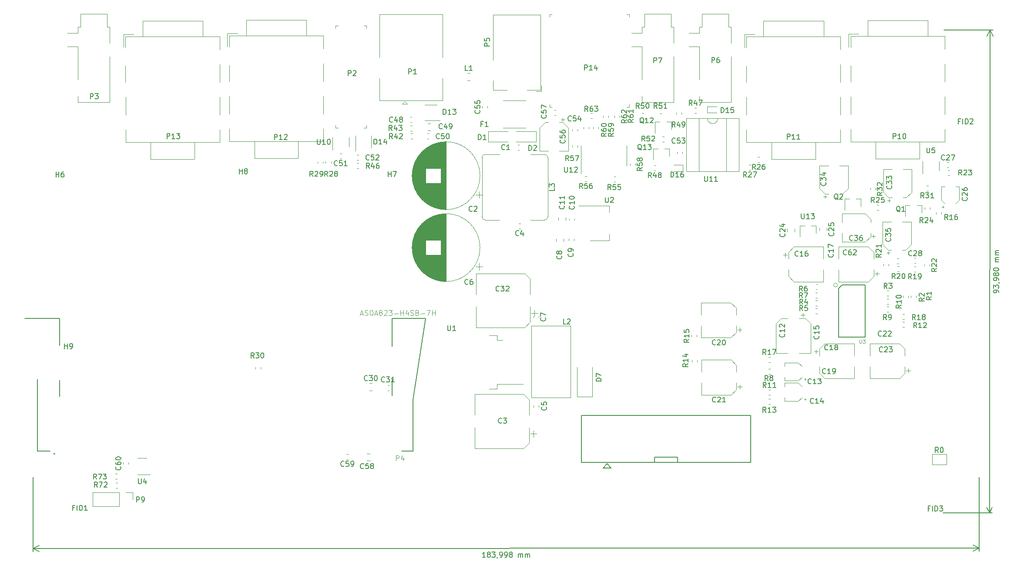
<source format=gbr>
G04 #@! TF.GenerationSoftware,KiCad,Pcbnew,5.1.4-e60b266~84~ubuntu18.04.1*
G04 #@! TF.CreationDate,2019-12-19T11:10:53+01:00*
G04 #@! TF.ProjectId,bottom-board,626f7474-6f6d-42d6-926f-6172642e6b69,rev?*
G04 #@! TF.SameCoordinates,Original*
G04 #@! TF.FileFunction,Legend,Top*
G04 #@! TF.FilePolarity,Positive*
%FSLAX46Y46*%
G04 Gerber Fmt 4.6, Leading zero omitted, Abs format (unit mm)*
G04 Created by KiCad (PCBNEW 5.1.4-e60b266~84~ubuntu18.04.1) date 2019-12-19 11:10:53*
%MOMM*%
%LPD*%
G04 APERTURE LIST*
%ADD10C,0.150000*%
%ADD11C,0.120000*%
%ADD12C,0.203200*%
%ADD13C,0.100000*%
%ADD14C,0.127000*%
%ADD15C,0.200000*%
%ADD16C,0.050000*%
G04 APERTURE END LIST*
D10*
X251228267Y-91819154D02*
X251228525Y-91628678D01*
X251181034Y-91533376D01*
X251133480Y-91485692D01*
X250990751Y-91390261D01*
X250800340Y-91342385D01*
X250419388Y-91341870D01*
X250324085Y-91389360D01*
X250276402Y-91436915D01*
X250228654Y-91532089D01*
X250228397Y-91722565D01*
X250275887Y-91817867D01*
X250323442Y-91865551D01*
X250418616Y-91913298D01*
X250656711Y-91913620D01*
X250752013Y-91866130D01*
X250799696Y-91818575D01*
X250847444Y-91723401D01*
X250847701Y-91532925D01*
X250800211Y-91437623D01*
X250752656Y-91389940D01*
X250657483Y-91342192D01*
X250229362Y-91008280D02*
X250230199Y-90389233D01*
X250610700Y-90723081D01*
X250610893Y-90580224D01*
X250658641Y-90485050D01*
X250706324Y-90437495D01*
X250801627Y-90390005D01*
X251039722Y-90390327D01*
X251134895Y-90438074D01*
X251182450Y-90485758D01*
X251229940Y-90581060D01*
X251229554Y-90866774D01*
X251181807Y-90961948D01*
X251134123Y-91009502D01*
X251183222Y-89914330D02*
X251230841Y-89914394D01*
X251326015Y-89962142D01*
X251373570Y-90009825D01*
X251231485Y-89438204D02*
X251231742Y-89247728D01*
X251184252Y-89152426D01*
X251136697Y-89104742D01*
X250993969Y-89009311D01*
X250803557Y-88961435D01*
X250422605Y-88960920D01*
X250327303Y-89008410D01*
X250279620Y-89055965D01*
X250231872Y-89151139D01*
X250231614Y-89341615D01*
X250279105Y-89436917D01*
X250326659Y-89484600D01*
X250421833Y-89532348D01*
X250659928Y-89532670D01*
X250755230Y-89485179D01*
X250802914Y-89437625D01*
X250850661Y-89342451D01*
X250850919Y-89151975D01*
X250803429Y-89056673D01*
X250755874Y-89008989D01*
X250660700Y-88961242D01*
X250661472Y-88389814D02*
X250613725Y-88484987D01*
X250566041Y-88532542D01*
X250470739Y-88580032D01*
X250423120Y-88579968D01*
X250327946Y-88532220D01*
X250280392Y-88484537D01*
X250232901Y-88389235D01*
X250233159Y-88198759D01*
X250280907Y-88103585D01*
X250328590Y-88056030D01*
X250423892Y-88008540D01*
X250471511Y-88008604D01*
X250566685Y-88056352D01*
X250614240Y-88104035D01*
X250661730Y-88199338D01*
X250661472Y-88389814D01*
X250708963Y-88485116D01*
X250756517Y-88532799D01*
X250851691Y-88580547D01*
X251042167Y-88580804D01*
X251137469Y-88533314D01*
X251185153Y-88485760D01*
X251232900Y-88390586D01*
X251233158Y-88200110D01*
X251185668Y-88104808D01*
X251138113Y-88057124D01*
X251042939Y-88009376D01*
X250852463Y-88009119D01*
X250757161Y-88056609D01*
X250709478Y-88104164D01*
X250661730Y-88199338D01*
X250234253Y-87389235D02*
X250234381Y-87293997D01*
X250282129Y-87198824D01*
X250329813Y-87151269D01*
X250425115Y-87103779D01*
X250615655Y-87056417D01*
X250853750Y-87056739D01*
X251044162Y-87104615D01*
X251139336Y-87152363D01*
X251186890Y-87200046D01*
X251234381Y-87295349D01*
X251234252Y-87390587D01*
X251186504Y-87485760D01*
X251138821Y-87533315D01*
X251043518Y-87580805D01*
X250852978Y-87628167D01*
X250614883Y-87627845D01*
X250424471Y-87579969D01*
X250329298Y-87532221D01*
X250281743Y-87484538D01*
X250234253Y-87389235D01*
X251236311Y-85866779D02*
X250569645Y-85865878D01*
X250664883Y-85866006D02*
X250617328Y-85818323D01*
X250569838Y-85723021D01*
X250570031Y-85580164D01*
X250617779Y-85484990D01*
X250713081Y-85437500D01*
X251236890Y-85438208D01*
X250713081Y-85437500D02*
X250617907Y-85389752D01*
X250570417Y-85294450D01*
X250570610Y-85151593D01*
X250618358Y-85056419D01*
X250713660Y-85008929D01*
X251237469Y-85009637D01*
X251238113Y-84533447D02*
X250571447Y-84532546D01*
X250666685Y-84532674D02*
X250619130Y-84484991D01*
X250571640Y-84389689D01*
X250571833Y-84246832D01*
X250619581Y-84151658D01*
X250714883Y-84104168D01*
X251238692Y-84104876D01*
X250714883Y-84104168D02*
X250619709Y-84056420D01*
X250572219Y-83961118D01*
X250572412Y-83818261D01*
X250620160Y-83723087D01*
X250715462Y-83675597D01*
X251239271Y-83676304D01*
X249417858Y-134759171D02*
X249544858Y-40779171D01*
X240411000Y-134747000D02*
X250004278Y-134759964D01*
X240538000Y-40767000D02*
X250131278Y-40779964D01*
X249544858Y-40779171D02*
X250129756Y-41906466D01*
X249544858Y-40779171D02*
X248956915Y-41904881D01*
X249417858Y-134759171D02*
X250005801Y-133633461D01*
X249417858Y-134759171D02*
X248832960Y-133631876D01*
X151353885Y-143376883D02*
X150782456Y-143377041D01*
X151068170Y-143376962D02*
X151067894Y-142376962D01*
X150972695Y-142519845D01*
X150877484Y-142615110D01*
X150782259Y-142662755D01*
X151925155Y-142805297D02*
X151829904Y-142757704D01*
X151782272Y-142710098D01*
X151734627Y-142614873D01*
X151734613Y-142567254D01*
X151782206Y-142472003D01*
X151829812Y-142424371D01*
X151925037Y-142376725D01*
X152115513Y-142376673D01*
X152210764Y-142424265D01*
X152258397Y-142471871D01*
X152306042Y-142567096D01*
X152306055Y-142614715D01*
X152258462Y-142709967D01*
X152210856Y-142757599D01*
X152115631Y-142805244D01*
X151925155Y-142805297D01*
X151829930Y-142852942D01*
X151782324Y-142900574D01*
X151734732Y-142995825D01*
X151734784Y-143186302D01*
X151782430Y-143281527D01*
X151830062Y-143329132D01*
X151925313Y-143376725D01*
X152115789Y-143376673D01*
X152211014Y-143329027D01*
X152258620Y-143281395D01*
X152306213Y-143186144D01*
X152306160Y-142995668D01*
X152258515Y-142900443D01*
X152210883Y-142852837D01*
X152115631Y-142805244D01*
X152639323Y-142376528D02*
X153258370Y-142376357D01*
X152925142Y-142757401D01*
X153067999Y-142757362D01*
X153163250Y-142804955D01*
X153210883Y-142852561D01*
X153258528Y-142947786D01*
X153258594Y-143185881D01*
X153211001Y-143281132D01*
X153163395Y-143328764D01*
X153068170Y-143376410D01*
X152782456Y-143376489D01*
X152687205Y-143328896D01*
X152639572Y-143281290D01*
X153734824Y-143328607D02*
X153734837Y-143376226D01*
X153687244Y-143471477D01*
X153639638Y-143519109D01*
X154211027Y-143376094D02*
X154401503Y-143376042D01*
X154496728Y-143328396D01*
X154544334Y-143280764D01*
X154639533Y-143137881D01*
X154687099Y-142947391D01*
X154686994Y-142566439D01*
X154639349Y-142471214D01*
X154591717Y-142423608D01*
X154496465Y-142376015D01*
X154305989Y-142376068D01*
X154210764Y-142423713D01*
X154163158Y-142471345D01*
X154115566Y-142566597D01*
X154115631Y-142804692D01*
X154163277Y-142899917D01*
X154210909Y-142947523D01*
X154306160Y-142995115D01*
X154496636Y-142995063D01*
X154591861Y-142947418D01*
X154639467Y-142899785D01*
X154687060Y-142804534D01*
X155163408Y-143375831D02*
X155353884Y-143375779D01*
X155449109Y-143328133D01*
X155496715Y-143280501D01*
X155591914Y-143137618D01*
X155639480Y-142947128D01*
X155639375Y-142566176D01*
X155591730Y-142470951D01*
X155544098Y-142423345D01*
X155448846Y-142375752D01*
X155258370Y-142375805D01*
X155163145Y-142423450D01*
X155115539Y-142471082D01*
X155067947Y-142566334D01*
X155068012Y-142804429D01*
X155115658Y-142899654D01*
X155163290Y-142947260D01*
X155258541Y-142994853D01*
X155449017Y-142994800D01*
X155544242Y-142947155D01*
X155591848Y-142899522D01*
X155639441Y-142804271D01*
X156210869Y-142804113D02*
X156115618Y-142756521D01*
X156067986Y-142708915D01*
X156020341Y-142613690D01*
X156020327Y-142566071D01*
X156067920Y-142470820D01*
X156115526Y-142423187D01*
X156210751Y-142375542D01*
X156401227Y-142375489D01*
X156496479Y-142423082D01*
X156544111Y-142470688D01*
X156591756Y-142565913D01*
X156591769Y-142613532D01*
X156544176Y-142708783D01*
X156496571Y-142756415D01*
X156401346Y-142804061D01*
X156210869Y-142804113D01*
X156115644Y-142851759D01*
X156068039Y-142899391D01*
X156020446Y-142994642D01*
X156020498Y-143185118D01*
X156068144Y-143280343D01*
X156115776Y-143327949D01*
X156211027Y-143375542D01*
X156401503Y-143375489D01*
X156496728Y-143327844D01*
X156544334Y-143280212D01*
X156591927Y-143184961D01*
X156591874Y-142994484D01*
X156544229Y-142899259D01*
X156496597Y-142851654D01*
X156401346Y-142804061D01*
X157782456Y-143375108D02*
X157782272Y-142708441D01*
X157782298Y-142803680D02*
X157829904Y-142756047D01*
X157925129Y-142708402D01*
X158067986Y-142708363D01*
X158163237Y-142755955D01*
X158210882Y-142851180D01*
X158211027Y-143374990D01*
X158210882Y-142851180D02*
X158258475Y-142755929D01*
X158353700Y-142708284D01*
X158496557Y-142708244D01*
X158591809Y-142755837D01*
X158639454Y-142851062D01*
X158639599Y-143374871D01*
X159115789Y-143374740D02*
X159115605Y-142708073D01*
X159115631Y-142803311D02*
X159163237Y-142755679D01*
X159258462Y-142708034D01*
X159401319Y-142707994D01*
X159496570Y-142755587D01*
X159544216Y-142850812D01*
X159544360Y-143374622D01*
X159544216Y-142850812D02*
X159591809Y-142755561D01*
X159687033Y-142707916D01*
X159829891Y-142707876D01*
X159925142Y-142755469D01*
X159972787Y-142850694D01*
X159972932Y-143374503D01*
X247399820Y-141597985D02*
X63402220Y-141648785D01*
X247396000Y-127762000D02*
X247399982Y-142184406D01*
X63398400Y-127812800D02*
X63402382Y-142235206D01*
X63402220Y-141648785D02*
X64528562Y-141062053D01*
X63402220Y-141648785D02*
X64528886Y-142234895D01*
X247399820Y-141597985D02*
X246273154Y-141011875D01*
X247399820Y-141597985D02*
X246273478Y-142184717D01*
D11*
X119717200Y-66697879D02*
X119717200Y-66372321D01*
X118697200Y-66697879D02*
X118697200Y-66372321D01*
X150134569Y-87465000D02*
X150134569Y-86165000D01*
X150784569Y-86815000D02*
X149484569Y-86815000D01*
X137099000Y-83575000D02*
X137099000Y-82625000D01*
X137139000Y-83950000D02*
X137139000Y-82250000D01*
X137179000Y-84207000D02*
X137179000Y-81993000D01*
X137219000Y-84415000D02*
X137219000Y-81785000D01*
X137259000Y-84594000D02*
X137259000Y-81606000D01*
X137299000Y-84753000D02*
X137299000Y-81447000D01*
X137339000Y-84898000D02*
X137339000Y-81302000D01*
X137379000Y-85031000D02*
X137379000Y-81169000D01*
X137419000Y-85155000D02*
X137419000Y-81045000D01*
X137459000Y-85271000D02*
X137459000Y-80929000D01*
X137499000Y-85381000D02*
X137499000Y-80819000D01*
X137539000Y-85485000D02*
X137539000Y-80715000D01*
X137579000Y-85584000D02*
X137579000Y-80616000D01*
X137619000Y-85679000D02*
X137619000Y-80521000D01*
X137659000Y-85770000D02*
X137659000Y-80430000D01*
X137699000Y-85858000D02*
X137699000Y-80342000D01*
X137739000Y-85942000D02*
X137739000Y-80258000D01*
X137779000Y-86023000D02*
X137779000Y-80177000D01*
X137819000Y-86102000D02*
X137819000Y-80098000D01*
X137859000Y-86178000D02*
X137859000Y-80022000D01*
X137899000Y-86252000D02*
X137899000Y-79948000D01*
X137939000Y-86323000D02*
X137939000Y-79877000D01*
X137979000Y-86393000D02*
X137979000Y-79807000D01*
X138019000Y-86461000D02*
X138019000Y-79739000D01*
X138059000Y-86527000D02*
X138059000Y-79673000D01*
X138099000Y-86591000D02*
X138099000Y-79609000D01*
X138139000Y-86654000D02*
X138139000Y-79546000D01*
X138179000Y-86715000D02*
X138179000Y-79485000D01*
X138219000Y-86775000D02*
X138219000Y-79425000D01*
X138259000Y-86833000D02*
X138259000Y-79367000D01*
X138299000Y-86890000D02*
X138299000Y-79310000D01*
X138339000Y-86946000D02*
X138339000Y-79254000D01*
X138379000Y-87000000D02*
X138379000Y-79200000D01*
X138419000Y-87054000D02*
X138419000Y-79146000D01*
X138459000Y-87106000D02*
X138459000Y-79094000D01*
X138499000Y-87157000D02*
X138499000Y-79043000D01*
X138539000Y-87208000D02*
X138539000Y-78992000D01*
X138579000Y-87257000D02*
X138579000Y-78943000D01*
X138619000Y-87305000D02*
X138619000Y-78895000D01*
X138659000Y-87353000D02*
X138659000Y-78847000D01*
X138699000Y-87399000D02*
X138699000Y-78801000D01*
X138739000Y-87445000D02*
X138739000Y-78755000D01*
X138779000Y-87490000D02*
X138779000Y-78710000D01*
X138819000Y-87534000D02*
X138819000Y-78666000D01*
X138859000Y-87577000D02*
X138859000Y-78623000D01*
X138899000Y-87619000D02*
X138899000Y-78581000D01*
X138939000Y-87661000D02*
X138939000Y-78539000D01*
X138979000Y-87702000D02*
X138979000Y-78498000D01*
X139019000Y-87743000D02*
X139019000Y-78457000D01*
X139059000Y-87782000D02*
X139059000Y-78418000D01*
X139099000Y-87821000D02*
X139099000Y-78379000D01*
X139139000Y-87860000D02*
X139139000Y-78340000D01*
X139179000Y-87897000D02*
X139179000Y-78303000D01*
X139219000Y-87934000D02*
X139219000Y-78266000D01*
X139259000Y-87971000D02*
X139259000Y-78229000D01*
X139299000Y-88007000D02*
X139299000Y-78193000D01*
X139339000Y-88042000D02*
X139339000Y-78158000D01*
X139379000Y-88077000D02*
X139379000Y-78123000D01*
X139419000Y-88111000D02*
X139419000Y-78089000D01*
X139459000Y-88144000D02*
X139459000Y-78056000D01*
X139499000Y-88178000D02*
X139499000Y-78022000D01*
X139539000Y-88210000D02*
X139539000Y-77990000D01*
X139579000Y-88242000D02*
X139579000Y-77958000D01*
X139619000Y-88274000D02*
X139619000Y-77926000D01*
X139659000Y-88305000D02*
X139659000Y-77895000D01*
X139699000Y-88335000D02*
X139699000Y-77865000D01*
X139739000Y-88365000D02*
X139739000Y-77835000D01*
X139779000Y-81660000D02*
X139779000Y-77805000D01*
X139779000Y-88395000D02*
X139779000Y-84540000D01*
X139819000Y-81660000D02*
X139819000Y-77776000D01*
X139819000Y-88424000D02*
X139819000Y-84540000D01*
X139859000Y-81660000D02*
X139859000Y-77747000D01*
X139859000Y-88453000D02*
X139859000Y-84540000D01*
X139899000Y-81660000D02*
X139899000Y-77719000D01*
X139899000Y-88481000D02*
X139899000Y-84540000D01*
X139939000Y-81660000D02*
X139939000Y-77691000D01*
X139939000Y-88509000D02*
X139939000Y-84540000D01*
X139979000Y-81660000D02*
X139979000Y-77664000D01*
X139979000Y-88536000D02*
X139979000Y-84540000D01*
X140019000Y-81660000D02*
X140019000Y-77637000D01*
X140019000Y-88563000D02*
X140019000Y-84540000D01*
X140059000Y-81660000D02*
X140059000Y-77610000D01*
X140059000Y-88590000D02*
X140059000Y-84540000D01*
X140099000Y-81660000D02*
X140099000Y-77584000D01*
X140099000Y-88616000D02*
X140099000Y-84540000D01*
X140139000Y-81660000D02*
X140139000Y-77558000D01*
X140139000Y-88642000D02*
X140139000Y-84540000D01*
X140179000Y-81660000D02*
X140179000Y-77533000D01*
X140179000Y-88667000D02*
X140179000Y-84540000D01*
X140219000Y-81660000D02*
X140219000Y-77508000D01*
X140219000Y-88692000D02*
X140219000Y-84540000D01*
X140259000Y-81660000D02*
X140259000Y-77483000D01*
X140259000Y-88717000D02*
X140259000Y-84540000D01*
X140299000Y-81660000D02*
X140299000Y-77459000D01*
X140299000Y-88741000D02*
X140299000Y-84540000D01*
X140339000Y-81660000D02*
X140339000Y-77436000D01*
X140339000Y-88764000D02*
X140339000Y-84540000D01*
X140379000Y-81660000D02*
X140379000Y-77412000D01*
X140379000Y-88788000D02*
X140379000Y-84540000D01*
X140419000Y-81660000D02*
X140419000Y-77389000D01*
X140419000Y-88811000D02*
X140419000Y-84540000D01*
X140459000Y-81660000D02*
X140459000Y-77367000D01*
X140459000Y-88833000D02*
X140459000Y-84540000D01*
X140499000Y-81660000D02*
X140499000Y-77344000D01*
X140499000Y-88856000D02*
X140499000Y-84540000D01*
X140539000Y-81660000D02*
X140539000Y-77322000D01*
X140539000Y-88878000D02*
X140539000Y-84540000D01*
X140579000Y-81660000D02*
X140579000Y-77301000D01*
X140579000Y-88899000D02*
X140579000Y-84540000D01*
X140619000Y-81660000D02*
X140619000Y-77280000D01*
X140619000Y-88920000D02*
X140619000Y-84540000D01*
X140659000Y-81660000D02*
X140659000Y-77259000D01*
X140659000Y-88941000D02*
X140659000Y-84540000D01*
X140699000Y-81660000D02*
X140699000Y-77238000D01*
X140699000Y-88962000D02*
X140699000Y-84540000D01*
X140739000Y-81660000D02*
X140739000Y-77218000D01*
X140739000Y-88982000D02*
X140739000Y-84540000D01*
X140779000Y-81660000D02*
X140779000Y-77198000D01*
X140779000Y-89002000D02*
X140779000Y-84540000D01*
X140819000Y-81660000D02*
X140819000Y-77179000D01*
X140819000Y-89021000D02*
X140819000Y-84540000D01*
X140859000Y-81660000D02*
X140859000Y-77160000D01*
X140859000Y-89040000D02*
X140859000Y-84540000D01*
X140899000Y-81660000D02*
X140899000Y-77141000D01*
X140899000Y-89059000D02*
X140899000Y-84540000D01*
X140939000Y-81660000D02*
X140939000Y-77122000D01*
X140939000Y-89078000D02*
X140939000Y-84540000D01*
X140979000Y-81660000D02*
X140979000Y-77104000D01*
X140979000Y-89096000D02*
X140979000Y-84540000D01*
X141019000Y-81660000D02*
X141019000Y-77086000D01*
X141019000Y-89114000D02*
X141019000Y-84540000D01*
X141059000Y-81660000D02*
X141059000Y-77069000D01*
X141059000Y-89131000D02*
X141059000Y-84540000D01*
X141099000Y-81660000D02*
X141099000Y-77051000D01*
X141099000Y-89149000D02*
X141099000Y-84540000D01*
X141139000Y-81660000D02*
X141139000Y-77035000D01*
X141139000Y-89165000D02*
X141139000Y-84540000D01*
X141179000Y-81660000D02*
X141179000Y-77018000D01*
X141179000Y-89182000D02*
X141179000Y-84540000D01*
X141219000Y-81660000D02*
X141219000Y-77002000D01*
X141219000Y-89198000D02*
X141219000Y-84540000D01*
X141259000Y-81660000D02*
X141259000Y-76986000D01*
X141259000Y-89214000D02*
X141259000Y-84540000D01*
X141299000Y-81660000D02*
X141299000Y-76970000D01*
X141299000Y-89230000D02*
X141299000Y-84540000D01*
X141339000Y-81660000D02*
X141339000Y-76954000D01*
X141339000Y-89246000D02*
X141339000Y-84540000D01*
X141379000Y-81660000D02*
X141379000Y-76939000D01*
X141379000Y-89261000D02*
X141379000Y-84540000D01*
X141419000Y-81660000D02*
X141419000Y-76925000D01*
X141419000Y-89275000D02*
X141419000Y-84540000D01*
X141459000Y-81660000D02*
X141459000Y-76910000D01*
X141459000Y-89290000D02*
X141459000Y-84540000D01*
X141499000Y-81660000D02*
X141499000Y-76896000D01*
X141499000Y-89304000D02*
X141499000Y-84540000D01*
X141539000Y-81660000D02*
X141539000Y-76882000D01*
X141539000Y-89318000D02*
X141539000Y-84540000D01*
X141579000Y-81660000D02*
X141579000Y-76868000D01*
X141579000Y-89332000D02*
X141579000Y-84540000D01*
X141619000Y-81660000D02*
X141619000Y-76855000D01*
X141619000Y-89345000D02*
X141619000Y-84540000D01*
X141659000Y-81660000D02*
X141659000Y-76842000D01*
X141659000Y-89358000D02*
X141659000Y-84540000D01*
X141699000Y-81660000D02*
X141699000Y-76829000D01*
X141699000Y-89371000D02*
X141699000Y-84540000D01*
X141739000Y-81660000D02*
X141739000Y-76816000D01*
X141739000Y-89384000D02*
X141739000Y-84540000D01*
X141779000Y-81660000D02*
X141779000Y-76804000D01*
X141779000Y-89396000D02*
X141779000Y-84540000D01*
X141819000Y-81660000D02*
X141819000Y-76792000D01*
X141819000Y-89408000D02*
X141819000Y-84540000D01*
X141859000Y-81660000D02*
X141859000Y-76780000D01*
X141859000Y-89420000D02*
X141859000Y-84540000D01*
X141899000Y-81660000D02*
X141899000Y-76769000D01*
X141899000Y-89431000D02*
X141899000Y-84540000D01*
X141939000Y-81660000D02*
X141939000Y-76758000D01*
X141939000Y-89442000D02*
X141939000Y-84540000D01*
X141979000Y-81660000D02*
X141979000Y-76747000D01*
X141979000Y-89453000D02*
X141979000Y-84540000D01*
X142019000Y-81660000D02*
X142019000Y-76736000D01*
X142019000Y-89464000D02*
X142019000Y-84540000D01*
X142059000Y-81660000D02*
X142059000Y-76726000D01*
X142059000Y-89474000D02*
X142059000Y-84540000D01*
X142099000Y-81660000D02*
X142099000Y-76716000D01*
X142099000Y-89484000D02*
X142099000Y-84540000D01*
X142139000Y-81660000D02*
X142139000Y-76706000D01*
X142139000Y-89494000D02*
X142139000Y-84540000D01*
X142179000Y-81660000D02*
X142179000Y-76696000D01*
X142179000Y-89504000D02*
X142179000Y-84540000D01*
X142219000Y-81660000D02*
X142219000Y-76687000D01*
X142219000Y-89513000D02*
X142219000Y-84540000D01*
X142259000Y-81660000D02*
X142259000Y-76678000D01*
X142259000Y-89522000D02*
X142259000Y-84540000D01*
X142299000Y-81660000D02*
X142299000Y-76669000D01*
X142299000Y-89531000D02*
X142299000Y-84540000D01*
X142339000Y-81660000D02*
X142339000Y-76661000D01*
X142339000Y-89539000D02*
X142339000Y-84540000D01*
X142379000Y-81660000D02*
X142379000Y-76652000D01*
X142379000Y-89548000D02*
X142379000Y-84540000D01*
X142419000Y-81660000D02*
X142419000Y-76644000D01*
X142419000Y-89556000D02*
X142419000Y-84540000D01*
X142459000Y-81660000D02*
X142459000Y-76637000D01*
X142459000Y-89563000D02*
X142459000Y-84540000D01*
X142499000Y-81660000D02*
X142499000Y-76629000D01*
X142499000Y-89571000D02*
X142499000Y-84540000D01*
X142539000Y-81660000D02*
X142539000Y-76622000D01*
X142539000Y-89578000D02*
X142539000Y-84540000D01*
X142579000Y-81660000D02*
X142579000Y-76615000D01*
X142579000Y-89585000D02*
X142579000Y-84540000D01*
X142619000Y-81660000D02*
X142619000Y-76608000D01*
X142619000Y-89592000D02*
X142619000Y-84540000D01*
X142659000Y-89598000D02*
X142659000Y-76602000D01*
X142699000Y-89605000D02*
X142699000Y-76595000D01*
X142739000Y-89611000D02*
X142739000Y-76589000D01*
X142779000Y-89616000D02*
X142779000Y-76584000D01*
X142819000Y-89622000D02*
X142819000Y-76578000D01*
X142859000Y-89627000D02*
X142859000Y-76573000D01*
X142899000Y-89632000D02*
X142899000Y-76568000D01*
X142939000Y-89637000D02*
X142939000Y-76563000D01*
X142979000Y-89641000D02*
X142979000Y-76559000D01*
X143020000Y-89645000D02*
X143020000Y-76555000D01*
X143060000Y-89649000D02*
X143060000Y-76551000D01*
X143100000Y-89653000D02*
X143100000Y-76547000D01*
X143140000Y-89657000D02*
X143140000Y-76543000D01*
X143180000Y-89660000D02*
X143180000Y-76540000D01*
X143220000Y-89663000D02*
X143220000Y-76537000D01*
X143260000Y-89666000D02*
X143260000Y-76534000D01*
X143300000Y-89668000D02*
X143300000Y-76532000D01*
X143340000Y-89671000D02*
X143340000Y-76529000D01*
X143380000Y-89673000D02*
X143380000Y-76527000D01*
X143420000Y-89675000D02*
X143420000Y-76525000D01*
X143460000Y-89676000D02*
X143460000Y-76524000D01*
X143500000Y-89677000D02*
X143500000Y-76523000D01*
X143540000Y-89679000D02*
X143540000Y-76521000D01*
X143580000Y-89679000D02*
X143580000Y-76521000D01*
X143620000Y-89680000D02*
X143620000Y-76520000D01*
X143660000Y-89680000D02*
X143660000Y-76520000D01*
X143700000Y-89680000D02*
X143700000Y-76520000D01*
X150320000Y-83100000D02*
G75*
G03X150320000Y-83100000I-6620000J0D01*
G01*
X165580800Y-77737278D02*
X165580800Y-77220122D01*
X167000800Y-77737278D02*
X167000800Y-77220122D01*
X157649721Y-64110000D02*
X157975279Y-64110000D01*
X157649721Y-63090000D02*
X157975279Y-63090000D01*
X157849721Y-78390000D02*
X158175279Y-78390000D01*
X157849721Y-79410000D02*
X158175279Y-79410000D01*
X160690000Y-114162779D02*
X160690000Y-113837221D01*
X161710000Y-114162779D02*
X161710000Y-113837221D01*
X160690000Y-96424721D02*
X160690000Y-96750279D01*
X161710000Y-96424721D02*
X161710000Y-96750279D01*
X165153200Y-81417322D02*
X165153200Y-81934478D01*
X166573200Y-81417322D02*
X166573200Y-81934478D01*
X168573200Y-81388121D02*
X168573200Y-81713679D01*
X167553200Y-81388121D02*
X167553200Y-81713679D01*
X168700800Y-77791479D02*
X168700800Y-77465921D01*
X167680800Y-77791479D02*
X167680800Y-77465921D01*
X213513370Y-96240530D02*
X212725870Y-96240530D01*
X213119620Y-95846780D02*
X213119620Y-96634280D01*
X208926557Y-96874280D02*
X207862120Y-97938717D01*
X213617683Y-96874280D02*
X214682120Y-97938717D01*
X213617683Y-96874280D02*
X212332120Y-96874280D01*
X208926557Y-96874280D02*
X210212120Y-96874280D01*
X207862120Y-97938717D02*
X207862120Y-103694280D01*
X214682120Y-97938717D02*
X214682120Y-103694280D01*
X214682120Y-103694280D02*
X212332120Y-103694280D01*
X207862120Y-103694280D02*
X210212120Y-103694280D01*
X217151000Y-89770000D02*
X217151000Y-87420000D01*
X217151000Y-82950000D02*
X217151000Y-85300000D01*
X211395437Y-82950000D02*
X217151000Y-82950000D01*
X211395437Y-89770000D02*
X217151000Y-89770000D01*
X210331000Y-88705563D02*
X210331000Y-87420000D01*
X210331000Y-84014437D02*
X210331000Y-85300000D01*
X210331000Y-84014437D02*
X211395437Y-82950000D01*
X210331000Y-88705563D02*
X211395437Y-89770000D01*
X209303500Y-84512500D02*
X210091000Y-84512500D01*
X209697250Y-84118750D02*
X209697250Y-84906250D01*
X215701810Y-102955390D02*
X215701810Y-103742890D01*
X215308060Y-103349140D02*
X216095560Y-103349140D01*
X216335560Y-107542203D02*
X217399997Y-108606640D01*
X216335560Y-102851077D02*
X217399997Y-101786640D01*
X216335560Y-102851077D02*
X216335560Y-104136640D01*
X216335560Y-107542203D02*
X216335560Y-106256640D01*
X217399997Y-108606640D02*
X223155560Y-108606640D01*
X217399997Y-101786640D02*
X223155560Y-101786640D01*
X223155560Y-101786640D02*
X223155560Y-104136640D01*
X223155560Y-108606640D02*
X223155560Y-106256640D01*
X233614030Y-107437890D02*
X233614030Y-106650390D01*
X234007780Y-107044140D02*
X233220280Y-107044140D01*
X232980280Y-102851077D02*
X231915843Y-101786640D01*
X232980280Y-107542203D02*
X231915843Y-108606640D01*
X232980280Y-107542203D02*
X232980280Y-106256640D01*
X232980280Y-102851077D02*
X232980280Y-104136640D01*
X231915843Y-101786640D02*
X226160280Y-101786640D01*
X231915843Y-108606640D02*
X226160280Y-108606640D01*
X226160280Y-108606640D02*
X226160280Y-106256640D01*
X226160280Y-101786640D02*
X226160280Y-104136640D01*
X211550320Y-80001638D02*
X211550320Y-79484482D01*
X210130320Y-80001638D02*
X210130320Y-79484482D01*
X217763160Y-79296522D02*
X217763160Y-79813678D01*
X216343160Y-79296522D02*
X216343160Y-79813678D01*
X128803922Y-109490000D02*
X129321078Y-109490000D01*
X128803922Y-110910000D02*
X129321078Y-110910000D01*
X132650279Y-109890000D02*
X132324721Y-109890000D01*
X132650279Y-110910000D02*
X132324721Y-110910000D01*
X136733161Y-57671240D02*
X137058719Y-57671240D01*
X136733161Y-58691240D02*
X137058719Y-58691240D01*
X140119362Y-58919040D02*
X140636518Y-58919040D01*
X140119362Y-60339040D02*
X140636518Y-60339040D01*
X140355439Y-61932280D02*
X140029881Y-61932280D01*
X140355439Y-60912280D02*
X140029881Y-60912280D01*
X123373199Y-65788000D02*
X123047641Y-65788000D01*
X123373199Y-64768000D02*
X123047641Y-64768000D01*
X126680279Y-65032160D02*
X126354721Y-65032160D01*
X126680279Y-66052160D02*
X126354721Y-66052160D01*
X189694280Y-64780479D02*
X189694280Y-64454921D01*
X188674280Y-64780479D02*
X188674280Y-64454921D01*
X168290000Y-60362779D02*
X168290000Y-60037221D01*
X169310000Y-60362779D02*
X169310000Y-60037221D01*
X150772400Y-55890279D02*
X150772400Y-55564721D01*
X151792400Y-55890279D02*
X151792400Y-55564721D01*
X161940000Y-64260000D02*
X163640000Y-64260000D01*
X167460000Y-64260000D02*
X165760000Y-64260000D01*
X167460000Y-59804437D02*
X167460000Y-64260000D01*
X161940000Y-59804437D02*
X161940000Y-64260000D01*
X163004437Y-58740000D02*
X163640000Y-58740000D01*
X166395563Y-58740000D02*
X165760000Y-58740000D01*
X166395563Y-58740000D02*
X167460000Y-59804437D01*
X163004437Y-58740000D02*
X161940000Y-59804437D01*
X166385000Y-57875000D02*
X166385000Y-58500000D01*
X166697500Y-58187500D02*
X166072500Y-58187500D01*
X164749721Y-57310000D02*
X165075279Y-57310000D01*
X164749721Y-56290000D02*
X165075279Y-56290000D01*
X128341422Y-124610000D02*
X128858578Y-124610000D01*
X128341422Y-123190000D02*
X128858578Y-123190000D01*
X124650279Y-124310000D02*
X124324721Y-124310000D01*
X124650279Y-123290000D02*
X124324721Y-123290000D01*
X81910000Y-125275279D02*
X81910000Y-124949721D01*
X80890000Y-125275279D02*
X80890000Y-124949721D01*
X220110000Y-82924600D02*
X220110000Y-85274600D01*
X220110000Y-89744600D02*
X220110000Y-87394600D01*
X225865563Y-89744600D02*
X220110000Y-89744600D01*
X225865563Y-82924600D02*
X220110000Y-82924600D01*
X226930000Y-83989037D02*
X226930000Y-85274600D01*
X226930000Y-88680163D02*
X226930000Y-87394600D01*
X226930000Y-88680163D02*
X225865563Y-89744600D01*
X226930000Y-83989037D02*
X225865563Y-82924600D01*
X227957500Y-88182100D02*
X227170000Y-88182100D01*
X227563750Y-88575850D02*
X227563750Y-87788350D01*
X235099979Y-86171500D02*
X234774421Y-86171500D01*
X235099979Y-85151500D02*
X234774421Y-85151500D01*
X231434321Y-86196900D02*
X231759879Y-86196900D01*
X231434321Y-85176900D02*
X231759879Y-85176900D01*
X229548900Y-73924500D02*
X230173900Y-73924500D01*
X229861400Y-74237000D02*
X229861400Y-73612000D01*
X233241963Y-73372000D02*
X234306400Y-72307563D01*
X229850837Y-73372000D02*
X228786400Y-72307563D01*
X229850837Y-73372000D02*
X230486400Y-73372000D01*
X233241963Y-73372000D02*
X232606400Y-73372000D01*
X234306400Y-72307563D02*
X234306400Y-67852000D01*
X228786400Y-72307563D02*
X228786400Y-67852000D01*
X228786400Y-67852000D02*
X230486400Y-67852000D01*
X234306400Y-67852000D02*
X232606400Y-67852000D01*
X217153700Y-73213300D02*
X217778700Y-73213300D01*
X217466200Y-73525800D02*
X217466200Y-72900800D01*
X220846763Y-72660800D02*
X221911200Y-71596363D01*
X217455637Y-72660800D02*
X216391200Y-71596363D01*
X217455637Y-72660800D02*
X218091200Y-72660800D01*
X220846763Y-72660800D02*
X220211200Y-72660800D01*
X221911200Y-71596363D02*
X221911200Y-67140800D01*
X216391200Y-71596363D02*
X216391200Y-67140800D01*
X216391200Y-67140800D02*
X218091200Y-67140800D01*
X221911200Y-67140800D02*
X220211200Y-67140800D01*
X234179400Y-78050100D02*
X232479400Y-78050100D01*
X228659400Y-78050100D02*
X230359400Y-78050100D01*
X228659400Y-82505663D02*
X228659400Y-78050100D01*
X234179400Y-82505663D02*
X234179400Y-78050100D01*
X233114963Y-83570100D02*
X232479400Y-83570100D01*
X229723837Y-83570100D02*
X230359400Y-83570100D01*
X229723837Y-83570100D02*
X228659400Y-82505663D01*
X233114963Y-83570100D02*
X234179400Y-82505663D01*
X229734400Y-84435100D02*
X229734400Y-83810100D01*
X229421900Y-84122600D02*
X230046900Y-84122600D01*
X220785400Y-76475300D02*
X220785400Y-78175300D01*
X220785400Y-81995300D02*
X220785400Y-80295300D01*
X225240963Y-81995300D02*
X220785400Y-81995300D01*
X225240963Y-76475300D02*
X220785400Y-76475300D01*
X226305400Y-77539737D02*
X226305400Y-78175300D01*
X226305400Y-80930863D02*
X226305400Y-80295300D01*
X226305400Y-80930863D02*
X225240963Y-81995300D01*
X226305400Y-77539737D02*
X225240963Y-76475300D01*
X227170400Y-80920300D02*
X226545400Y-80920300D01*
X226857900Y-81232800D02*
X226857900Y-80607800D01*
X151900000Y-60500000D02*
X155750000Y-60500000D01*
X151900000Y-62500000D02*
X155750000Y-62500000D01*
X151900000Y-60500000D02*
X151900000Y-62500000D01*
X161200000Y-62500000D02*
X161200000Y-60500000D01*
X161200000Y-60500000D02*
X157350000Y-60500000D01*
X161200000Y-62500000D02*
X157350000Y-62500000D01*
X141946480Y-55285040D02*
X139546480Y-55285040D01*
X139546480Y-58385040D02*
X142496480Y-58385040D01*
X126074880Y-61332440D02*
X126074880Y-64282440D01*
X129174880Y-63732440D02*
X129174880Y-61332440D01*
X196360240Y-56825440D02*
X194510240Y-56825440D01*
X196360240Y-55625440D02*
X194510240Y-55625440D01*
X194510240Y-55625440D02*
X194510240Y-56825440D01*
X189805960Y-68230040D02*
X189805960Y-67030040D01*
X187955960Y-68230040D02*
X189805960Y-68230040D01*
X187955960Y-67030040D02*
X189805960Y-67030040D01*
X147846522Y-50544800D02*
X148363678Y-50544800D01*
X147846522Y-49124800D02*
X148363678Y-49124800D01*
X130726000Y-50172000D02*
X130726000Y-54432000D01*
X130726000Y-54432000D02*
X143046000Y-54432000D01*
X143046000Y-54432000D02*
X143046000Y-50172000D01*
X130726000Y-46072000D02*
X130726000Y-37712000D01*
X130726000Y-37712000D02*
X143046000Y-37712000D01*
X143046000Y-37712000D02*
X143046000Y-46072000D01*
X135636000Y-54652000D02*
X135136000Y-55152000D01*
X135136000Y-55152000D02*
X136136000Y-55152000D01*
X136136000Y-55152000D02*
X135636000Y-54652000D01*
X72084000Y-41328000D02*
X72084000Y-40128000D01*
X72084000Y-40128000D02*
X72584000Y-40128000D01*
X72584000Y-40128000D02*
X72584000Y-37628000D01*
X72584000Y-37628000D02*
X77784000Y-37628000D01*
X77784000Y-37628000D02*
X77784000Y-40128000D01*
X77784000Y-40128000D02*
X78284000Y-40128000D01*
X78284000Y-40128000D02*
X78284000Y-43328000D01*
X78284000Y-45928000D02*
X78284000Y-54828000D01*
X78284000Y-54828000D02*
X72084000Y-54828000D01*
X72084000Y-54828000D02*
X72084000Y-53628000D01*
X72084000Y-50428000D02*
X72084000Y-43928000D01*
X72084000Y-41328000D02*
X70084000Y-41328000D01*
X72084000Y-43928000D02*
X70084000Y-43928000D01*
X161230000Y-52662000D02*
X162280000Y-52662000D01*
X162280000Y-51612000D02*
X162280000Y-52662000D01*
X152880000Y-46562000D02*
X152880000Y-37762000D01*
X152880000Y-37762000D02*
X162080000Y-37762000D01*
X155580000Y-52462000D02*
X152880000Y-52462000D01*
X152880000Y-52462000D02*
X152880000Y-50562000D01*
X162080000Y-37762000D02*
X162080000Y-52462000D01*
X162080000Y-52462000D02*
X159480000Y-52462000D01*
X192988000Y-41328000D02*
X192988000Y-40128000D01*
X192988000Y-40128000D02*
X193488000Y-40128000D01*
X193488000Y-40128000D02*
X193488000Y-37628000D01*
X193488000Y-37628000D02*
X198688000Y-37628000D01*
X198688000Y-37628000D02*
X198688000Y-40128000D01*
X198688000Y-40128000D02*
X199188000Y-40128000D01*
X199188000Y-40128000D02*
X199188000Y-43328000D01*
X199188000Y-45928000D02*
X199188000Y-54828000D01*
X199188000Y-54828000D02*
X192988000Y-54828000D01*
X192988000Y-54828000D02*
X192988000Y-53628000D01*
X192988000Y-50428000D02*
X192988000Y-43928000D01*
X192988000Y-41328000D02*
X190988000Y-41328000D01*
X192988000Y-43928000D02*
X190988000Y-43928000D01*
X181812000Y-43928000D02*
X179812000Y-43928000D01*
X181812000Y-41328000D02*
X179812000Y-41328000D01*
X181812000Y-50428000D02*
X181812000Y-43928000D01*
X181812000Y-54828000D02*
X181812000Y-53628000D01*
X188012000Y-54828000D02*
X181812000Y-54828000D01*
X188012000Y-45928000D02*
X188012000Y-54828000D01*
X188012000Y-40128000D02*
X188012000Y-43328000D01*
X187512000Y-40128000D02*
X188012000Y-40128000D01*
X187512000Y-37628000D02*
X187512000Y-40128000D01*
X182312000Y-37628000D02*
X187512000Y-37628000D01*
X182312000Y-40128000D02*
X182312000Y-37628000D01*
X181812000Y-40128000D02*
X182312000Y-40128000D01*
X181812000Y-41328000D02*
X181812000Y-40128000D01*
X74990000Y-130770000D02*
X74990000Y-133430000D01*
X80130000Y-130770000D02*
X74990000Y-130770000D01*
X80130000Y-133430000D02*
X74990000Y-133430000D01*
X80130000Y-130770000D02*
X80130000Y-133430000D01*
X81400000Y-130770000D02*
X82730000Y-130770000D01*
X82730000Y-130770000D02*
X82730000Y-132100000D01*
X222010000Y-41520000D02*
X222010000Y-44020000D01*
X224010000Y-41520000D02*
X222010000Y-41520000D01*
X235820000Y-62560000D02*
X235820000Y-65780000D01*
X227310000Y-65800000D02*
X235790000Y-65800000D01*
X227310000Y-62560000D02*
X227310000Y-65780000D01*
X225720000Y-38920000D02*
X225720000Y-41920000D01*
X225720000Y-38920000D02*
X237420000Y-38920000D01*
X237420000Y-38920000D02*
X237420000Y-41920000D01*
X222420000Y-62530000D02*
X240710000Y-62530000D01*
X240710000Y-62530000D02*
X240710000Y-60080000D01*
X222420000Y-62530000D02*
X222420000Y-60080000D01*
X222410000Y-44170000D02*
X222410000Y-41920000D01*
X222410000Y-50820000D02*
X222410000Y-47670000D01*
X222420000Y-57160000D02*
X222420000Y-53730000D01*
X240710000Y-53730000D02*
X240710000Y-57160000D01*
X240710000Y-47380000D02*
X240710000Y-50810000D01*
X240710000Y-41920000D02*
X240710000Y-44470000D01*
X222410000Y-41920000D02*
X240710000Y-41920000D01*
X202160000Y-42010000D02*
X220460000Y-42010000D01*
X220460000Y-42010000D02*
X220460000Y-44560000D01*
X220460000Y-47470000D02*
X220460000Y-50900000D01*
X220460000Y-53820000D02*
X220460000Y-57250000D01*
X202170000Y-57250000D02*
X202170000Y-53820000D01*
X202160000Y-50910000D02*
X202160000Y-47760000D01*
X202160000Y-44260000D02*
X202160000Y-42010000D01*
X202170000Y-62620000D02*
X202170000Y-60170000D01*
X220460000Y-62620000D02*
X220460000Y-60170000D01*
X202170000Y-62620000D02*
X220460000Y-62620000D01*
X217170000Y-39010000D02*
X217170000Y-42010000D01*
X205470000Y-39010000D02*
X217170000Y-39010000D01*
X205470000Y-39010000D02*
X205470000Y-42010000D01*
X207060000Y-62650000D02*
X207060000Y-65870000D01*
X207060000Y-65890000D02*
X215540000Y-65890000D01*
X215570000Y-62650000D02*
X215570000Y-65870000D01*
X203760000Y-41610000D02*
X201760000Y-41610000D01*
X201760000Y-41610000D02*
X201760000Y-44110000D01*
X101140000Y-41430000D02*
X101140000Y-43930000D01*
X103140000Y-41430000D02*
X101140000Y-41430000D01*
X114950000Y-62470000D02*
X114950000Y-65690000D01*
X106440000Y-65710000D02*
X114920000Y-65710000D01*
X106440000Y-62470000D02*
X106440000Y-65690000D01*
X104850000Y-38830000D02*
X104850000Y-41830000D01*
X104850000Y-38830000D02*
X116550000Y-38830000D01*
X116550000Y-38830000D02*
X116550000Y-41830000D01*
X101550000Y-62440000D02*
X119840000Y-62440000D01*
X119840000Y-62440000D02*
X119840000Y-59990000D01*
X101550000Y-62440000D02*
X101550000Y-59990000D01*
X101540000Y-44080000D02*
X101540000Y-41830000D01*
X101540000Y-50730000D02*
X101540000Y-47580000D01*
X101550000Y-57070000D02*
X101550000Y-53640000D01*
X119840000Y-53640000D02*
X119840000Y-57070000D01*
X119840000Y-47290000D02*
X119840000Y-50720000D01*
X119840000Y-41830000D02*
X119840000Y-44380000D01*
X101540000Y-41830000D02*
X119840000Y-41830000D01*
X81350000Y-41980000D02*
X99650000Y-41980000D01*
X99650000Y-41980000D02*
X99650000Y-44530000D01*
X99650000Y-47440000D02*
X99650000Y-50870000D01*
X99650000Y-53790000D02*
X99650000Y-57220000D01*
X81360000Y-57220000D02*
X81360000Y-53790000D01*
X81350000Y-50880000D02*
X81350000Y-47730000D01*
X81350000Y-44230000D02*
X81350000Y-41980000D01*
X81360000Y-62590000D02*
X81360000Y-60140000D01*
X99650000Y-62590000D02*
X99650000Y-60140000D01*
X81360000Y-62590000D02*
X99650000Y-62590000D01*
X96360000Y-38980000D02*
X96360000Y-41980000D01*
X84660000Y-38980000D02*
X96360000Y-38980000D01*
X84660000Y-38980000D02*
X84660000Y-41980000D01*
X86250000Y-62620000D02*
X86250000Y-65840000D01*
X86250000Y-65860000D02*
X94730000Y-65860000D01*
X94760000Y-62620000D02*
X94760000Y-65840000D01*
X82950000Y-41580000D02*
X80950000Y-41580000D01*
X80950000Y-41580000D02*
X80950000Y-44080000D01*
X236225200Y-74830400D02*
X235295200Y-74830400D01*
X233065200Y-74830400D02*
X233995200Y-74830400D01*
X233065200Y-74830400D02*
X233065200Y-76990400D01*
X236225200Y-74830400D02*
X236225200Y-76290400D01*
X224426900Y-73623900D02*
X224426900Y-75083900D01*
X221266900Y-73623900D02*
X221266900Y-75783900D01*
X221266900Y-73623900D02*
X222196900Y-73623900D01*
X224426900Y-73623900D02*
X223496900Y-73623900D01*
X232595960Y-92501501D02*
X232595960Y-92827059D01*
X233615960Y-92501501D02*
X233615960Y-92827059D01*
X234155520Y-92826959D02*
X234155520Y-92501401D01*
X235175520Y-92826959D02*
X235175520Y-92501401D01*
X229504121Y-92496100D02*
X229829679Y-92496100D01*
X229504121Y-91476100D02*
X229829679Y-91476100D01*
X215630541Y-93398880D02*
X215956099Y-93398880D01*
X215630541Y-94418880D02*
X215956099Y-94418880D01*
X215951119Y-94973680D02*
X215625561Y-94973680D01*
X215951119Y-95993680D02*
X215625561Y-95993680D01*
X215966359Y-91254040D02*
X215640801Y-91254040D01*
X215966359Y-90234040D02*
X215640801Y-90234040D01*
X215956199Y-92874560D02*
X215630641Y-92874560D01*
X215956199Y-91854560D02*
X215630641Y-91854560D01*
X206420401Y-107753880D02*
X206745959Y-107753880D01*
X206420401Y-106733880D02*
X206745959Y-106733880D01*
X229504121Y-94613000D02*
X229829679Y-94613000D01*
X229504121Y-95633000D02*
X229829679Y-95633000D01*
X229504121Y-94058200D02*
X229829679Y-94058200D01*
X229504121Y-93038200D02*
X229829679Y-93038200D01*
X206456161Y-110772480D02*
X206781719Y-110772480D01*
X206456161Y-111792480D02*
X206781719Y-111792480D01*
X232539221Y-98617500D02*
X232864779Y-98617500D01*
X232539221Y-97597500D02*
X232864779Y-97597500D01*
X206486641Y-113570480D02*
X206812199Y-113570480D01*
X206486641Y-112550480D02*
X206812199Y-112550480D01*
X192545200Y-105026321D02*
X192545200Y-105351879D01*
X191525200Y-105026321D02*
X191525200Y-105351879D01*
X191457280Y-100460959D02*
X191457280Y-100135401D01*
X192477280Y-100460959D02*
X192477280Y-100135401D01*
X239050100Y-76227721D02*
X239050100Y-76553279D01*
X240070100Y-76227721D02*
X240070100Y-76553279D01*
X206435641Y-104392000D02*
X206761199Y-104392000D01*
X206435641Y-105412000D02*
X206761199Y-105412000D01*
X232539221Y-97093500D02*
X232864779Y-97093500D01*
X232539221Y-96073500D02*
X232864779Y-96073500D01*
X234774421Y-87797100D02*
X235099979Y-87797100D01*
X234774421Y-86777100D02*
X235099979Y-86777100D01*
X231874179Y-87759000D02*
X231548621Y-87759000D01*
X231874179Y-86739000D02*
X231548621Y-86739000D01*
X229783100Y-86324321D02*
X229783100Y-86649879D01*
X228763100Y-86324321D02*
X228763100Y-86649879D01*
X236776800Y-86349521D02*
X236776800Y-86675079D01*
X237796800Y-86349521D02*
X237796800Y-86675079D01*
X241640479Y-69051900D02*
X241314921Y-69051900D01*
X241640479Y-68031900D02*
X241314921Y-68031900D01*
X237847600Y-75651579D02*
X237847600Y-75326021D01*
X236827600Y-75651579D02*
X236827600Y-75326021D01*
X227522721Y-74788300D02*
X227848279Y-74788300D01*
X227522721Y-75808300D02*
X227848279Y-75808300D01*
X204675279Y-65490000D02*
X204349721Y-65490000D01*
X204675279Y-66510000D02*
X204349721Y-66510000D01*
X202975279Y-66990000D02*
X202649721Y-66990000D01*
X202975279Y-68010000D02*
X202649721Y-68010000D01*
X120297200Y-66622879D02*
X120297200Y-66297321D01*
X121317200Y-66622879D02*
X121317200Y-66297321D01*
X137155239Y-60912280D02*
X136829681Y-60912280D01*
X137155239Y-61932280D02*
X136829681Y-61932280D01*
X136748401Y-59342560D02*
X137073959Y-59342560D01*
X136748401Y-60362560D02*
X137073959Y-60362560D01*
X126339481Y-67662520D02*
X126665039Y-67662520D01*
X126339481Y-66642520D02*
X126665039Y-66642520D01*
X184475279Y-68110000D02*
X184149721Y-68110000D01*
X184475279Y-67090000D02*
X184149721Y-67090000D01*
X185577799Y-57004680D02*
X185252241Y-57004680D01*
X185577799Y-55984680D02*
X185252241Y-55984680D01*
X186150279Y-61490000D02*
X185824721Y-61490000D01*
X186150279Y-62510000D02*
X185824721Y-62510000D01*
X176349721Y-69290000D02*
X176675279Y-69290000D01*
X176349721Y-70310000D02*
X176675279Y-70310000D01*
X171075279Y-69215000D02*
X170749721Y-69215000D01*
X171075279Y-70235000D02*
X170749721Y-70235000D01*
X168290000Y-63224721D02*
X168290000Y-63550279D01*
X169310000Y-63224721D02*
X169310000Y-63550279D01*
X179490000Y-66737221D02*
X179490000Y-67062779D01*
X180510000Y-66737221D02*
X180510000Y-67062779D01*
X79750279Y-128890000D02*
X79424721Y-128890000D01*
X79750279Y-129910000D02*
X79424721Y-129910000D01*
X79700279Y-128110000D02*
X79374721Y-128110000D01*
X79700279Y-127090000D02*
X79374721Y-127090000D01*
X107660800Y-106387721D02*
X107660800Y-106713279D01*
X106640800Y-106387721D02*
X106640800Y-106713279D01*
X226261200Y-71790779D02*
X226261200Y-71465221D01*
X227281200Y-71790779D02*
X227281200Y-71465221D01*
X237487779Y-71041800D02*
X237162221Y-71041800D01*
X237487779Y-72061800D02*
X237162221Y-72061800D01*
X152075000Y-110600000D02*
X153575000Y-110600000D01*
X153575000Y-110600000D02*
X153575000Y-109650000D01*
X153575000Y-109650000D02*
X158700000Y-109650000D01*
X152075000Y-100200000D02*
X153575000Y-100200000D01*
X153575000Y-100200000D02*
X153575000Y-101150000D01*
X153575000Y-101150000D02*
X154675000Y-101150000D01*
X175500800Y-81751200D02*
X175500800Y-80491200D01*
X175500800Y-74931200D02*
X175500800Y-76191200D01*
X171740800Y-81751200D02*
X175500800Y-81751200D01*
X169490800Y-74931200D02*
X175500800Y-74931200D01*
D12*
X225256400Y-90365900D02*
X220766770Y-90365900D01*
X220766770Y-90365900D02*
X220056400Y-91076280D01*
X220056400Y-91076280D02*
X220056400Y-100565900D01*
X220056400Y-100565900D02*
X225256400Y-100565900D01*
X225256400Y-100565900D02*
X225256400Y-90365900D01*
D13*
X219862400Y-90385900D02*
G75*
G03X219862400Y-90385900I-381000J0D01*
G01*
D11*
X83700000Y-127310000D02*
X86150000Y-127310000D01*
X85500000Y-124090000D02*
X83700000Y-124090000D01*
X239620700Y-68078100D02*
X239620700Y-66278100D01*
X236400700Y-66278100D02*
X236400700Y-68728100D01*
X124800000Y-63427000D02*
X124800000Y-61627000D01*
X121580000Y-61627000D02*
X121580000Y-64077000D01*
X178835000Y-65200000D02*
X178835000Y-63250000D01*
X178835000Y-65200000D02*
X178835000Y-67150000D01*
X169965000Y-65200000D02*
X169965000Y-63250000D01*
X169965000Y-65200000D02*
X169965000Y-68650000D01*
X215686760Y-78843600D02*
X214756760Y-78843600D01*
X212526760Y-78843600D02*
X213456760Y-78843600D01*
X212526760Y-78843600D02*
X212526760Y-81003600D01*
X215686760Y-78843600D02*
X215686760Y-80303600D01*
X154796248Y-54430000D02*
X159203752Y-54430000D01*
X154796248Y-59770000D02*
X159203752Y-59770000D01*
X160290000Y-112320000D02*
X160290000Y-98350000D01*
X167910000Y-112320000D02*
X160290000Y-112320000D01*
X167910000Y-98350000D02*
X167910000Y-112320000D01*
X160290000Y-98350000D02*
X167910000Y-98350000D01*
X163500000Y-65600000D02*
X163500000Y-77100000D01*
X162850000Y-64950000D02*
X160100000Y-64950000D01*
X150700000Y-77100000D02*
X150700000Y-65600000D01*
X162850000Y-77750000D02*
X160100000Y-77750000D01*
X154100000Y-64950000D02*
X151350000Y-64950000D01*
X154100000Y-77750000D02*
X151350000Y-77750000D01*
X162850000Y-64950000D02*
G75*
G02X163500000Y-65600000I0J-650000D01*
G01*
X150700000Y-65600000D02*
G75*
G02X151350000Y-64950000I650000J0D01*
G01*
X151350000Y-77750000D02*
G75*
G02X150700000Y-77100000I0J650000D01*
G01*
X163500000Y-77100000D02*
G75*
G02X162850000Y-77750000I-650000J0D01*
G01*
D13*
X128222000Y-59802000D02*
X128222000Y-59302000D01*
X128222000Y-59802000D02*
X127722000Y-59802000D01*
X122222000Y-59802000D02*
X122722000Y-59802000D01*
X122222000Y-59802000D02*
X122222000Y-59302000D01*
X122222000Y-39902000D02*
X122222000Y-40402000D01*
X122222000Y-39902000D02*
X122722000Y-39902000D01*
X128222000Y-39902000D02*
X127722000Y-39902000D01*
X128222000Y-39902000D02*
X128222000Y-40402000D01*
D10*
X188749500Y-123879300D02*
X188749500Y-124882500D01*
X184249500Y-123879300D02*
X184249500Y-124882500D01*
X184249500Y-123879300D02*
X188749500Y-123879300D01*
X175069500Y-125158500D02*
X174307500Y-126047500D01*
X174307500Y-126047500D02*
X175831500Y-126047500D01*
X175831500Y-126047500D02*
X175069500Y-125158500D01*
X202949500Y-124882500D02*
X202949500Y-115782500D01*
X170049500Y-115782500D02*
X202949500Y-115782500D01*
X170049500Y-124882500D02*
X202949500Y-124882500D01*
X170049500Y-124882500D02*
X170049500Y-115782500D01*
D13*
X163822000Y-37716000D02*
X163822000Y-38216000D01*
X163822000Y-37716000D02*
X164322000Y-37716000D01*
X179322000Y-37716000D02*
X179322000Y-38216000D01*
X179322000Y-37716000D02*
X178822000Y-37716000D01*
X163822000Y-55716000D02*
X163822000Y-55216000D01*
X163822000Y-55716000D02*
X164322000Y-55716000D01*
X179322000Y-55716000D02*
X179322000Y-55216000D01*
X179322000Y-55716000D02*
X178822000Y-55716000D01*
D11*
X187530000Y-58640000D02*
X187530000Y-60100000D01*
X184370000Y-58640000D02*
X184370000Y-60800000D01*
X184370000Y-58640000D02*
X185300000Y-58640000D01*
X187530000Y-58640000D02*
X186600000Y-58640000D01*
X187180000Y-63840000D02*
X186250000Y-63840000D01*
X184020000Y-63840000D02*
X184950000Y-63840000D01*
X184020000Y-63840000D02*
X184020000Y-66000000D01*
X187180000Y-63840000D02*
X187180000Y-65300000D01*
X238249000Y-125333000D02*
X238249000Y-123333000D01*
X241049000Y-125333000D02*
X238249000Y-125333000D01*
X241049000Y-123333000D02*
X241049000Y-125333000D01*
X238249000Y-123333000D02*
X241049000Y-123333000D01*
X196585080Y-57968840D02*
G75*
G02X194585080Y-57968840I-1000000J0D01*
G01*
X194585080Y-57968840D02*
X192935080Y-57968840D01*
X192935080Y-57968840D02*
X192935080Y-68248840D01*
X192935080Y-68248840D02*
X198235080Y-68248840D01*
X198235080Y-68248840D02*
X198235080Y-57968840D01*
X198235080Y-57968840D02*
X196585080Y-57968840D01*
X190445080Y-57908840D02*
X190445080Y-68308840D01*
X190445080Y-68308840D02*
X200725080Y-68308840D01*
X200725080Y-68308840D02*
X200725080Y-57908840D01*
X200725080Y-57908840D02*
X190445080Y-57908840D01*
X150320000Y-69100000D02*
G75*
G03X150320000Y-69100000I-6620000J0D01*
G01*
X143700000Y-75680000D02*
X143700000Y-62520000D01*
X143660000Y-75680000D02*
X143660000Y-62520000D01*
X143620000Y-75680000D02*
X143620000Y-62520000D01*
X143580000Y-75679000D02*
X143580000Y-62521000D01*
X143540000Y-75679000D02*
X143540000Y-62521000D01*
X143500000Y-75677000D02*
X143500000Y-62523000D01*
X143460000Y-75676000D02*
X143460000Y-62524000D01*
X143420000Y-75675000D02*
X143420000Y-62525000D01*
X143380000Y-75673000D02*
X143380000Y-62527000D01*
X143340000Y-75671000D02*
X143340000Y-62529000D01*
X143300000Y-75668000D02*
X143300000Y-62532000D01*
X143260000Y-75666000D02*
X143260000Y-62534000D01*
X143220000Y-75663000D02*
X143220000Y-62537000D01*
X143180000Y-75660000D02*
X143180000Y-62540000D01*
X143140000Y-75657000D02*
X143140000Y-62543000D01*
X143100000Y-75653000D02*
X143100000Y-62547000D01*
X143060000Y-75649000D02*
X143060000Y-62551000D01*
X143020000Y-75645000D02*
X143020000Y-62555000D01*
X142979000Y-75641000D02*
X142979000Y-62559000D01*
X142939000Y-75637000D02*
X142939000Y-62563000D01*
X142899000Y-75632000D02*
X142899000Y-62568000D01*
X142859000Y-75627000D02*
X142859000Y-62573000D01*
X142819000Y-75622000D02*
X142819000Y-62578000D01*
X142779000Y-75616000D02*
X142779000Y-62584000D01*
X142739000Y-75611000D02*
X142739000Y-62589000D01*
X142699000Y-75605000D02*
X142699000Y-62595000D01*
X142659000Y-75598000D02*
X142659000Y-62602000D01*
X142619000Y-75592000D02*
X142619000Y-70540000D01*
X142619000Y-67660000D02*
X142619000Y-62608000D01*
X142579000Y-75585000D02*
X142579000Y-70540000D01*
X142579000Y-67660000D02*
X142579000Y-62615000D01*
X142539000Y-75578000D02*
X142539000Y-70540000D01*
X142539000Y-67660000D02*
X142539000Y-62622000D01*
X142499000Y-75571000D02*
X142499000Y-70540000D01*
X142499000Y-67660000D02*
X142499000Y-62629000D01*
X142459000Y-75563000D02*
X142459000Y-70540000D01*
X142459000Y-67660000D02*
X142459000Y-62637000D01*
X142419000Y-75556000D02*
X142419000Y-70540000D01*
X142419000Y-67660000D02*
X142419000Y-62644000D01*
X142379000Y-75548000D02*
X142379000Y-70540000D01*
X142379000Y-67660000D02*
X142379000Y-62652000D01*
X142339000Y-75539000D02*
X142339000Y-70540000D01*
X142339000Y-67660000D02*
X142339000Y-62661000D01*
X142299000Y-75531000D02*
X142299000Y-70540000D01*
X142299000Y-67660000D02*
X142299000Y-62669000D01*
X142259000Y-75522000D02*
X142259000Y-70540000D01*
X142259000Y-67660000D02*
X142259000Y-62678000D01*
X142219000Y-75513000D02*
X142219000Y-70540000D01*
X142219000Y-67660000D02*
X142219000Y-62687000D01*
X142179000Y-75504000D02*
X142179000Y-70540000D01*
X142179000Y-67660000D02*
X142179000Y-62696000D01*
X142139000Y-75494000D02*
X142139000Y-70540000D01*
X142139000Y-67660000D02*
X142139000Y-62706000D01*
X142099000Y-75484000D02*
X142099000Y-70540000D01*
X142099000Y-67660000D02*
X142099000Y-62716000D01*
X142059000Y-75474000D02*
X142059000Y-70540000D01*
X142059000Y-67660000D02*
X142059000Y-62726000D01*
X142019000Y-75464000D02*
X142019000Y-70540000D01*
X142019000Y-67660000D02*
X142019000Y-62736000D01*
X141979000Y-75453000D02*
X141979000Y-70540000D01*
X141979000Y-67660000D02*
X141979000Y-62747000D01*
X141939000Y-75442000D02*
X141939000Y-70540000D01*
X141939000Y-67660000D02*
X141939000Y-62758000D01*
X141899000Y-75431000D02*
X141899000Y-70540000D01*
X141899000Y-67660000D02*
X141899000Y-62769000D01*
X141859000Y-75420000D02*
X141859000Y-70540000D01*
X141859000Y-67660000D02*
X141859000Y-62780000D01*
X141819000Y-75408000D02*
X141819000Y-70540000D01*
X141819000Y-67660000D02*
X141819000Y-62792000D01*
X141779000Y-75396000D02*
X141779000Y-70540000D01*
X141779000Y-67660000D02*
X141779000Y-62804000D01*
X141739000Y-75384000D02*
X141739000Y-70540000D01*
X141739000Y-67660000D02*
X141739000Y-62816000D01*
X141699000Y-75371000D02*
X141699000Y-70540000D01*
X141699000Y-67660000D02*
X141699000Y-62829000D01*
X141659000Y-75358000D02*
X141659000Y-70540000D01*
X141659000Y-67660000D02*
X141659000Y-62842000D01*
X141619000Y-75345000D02*
X141619000Y-70540000D01*
X141619000Y-67660000D02*
X141619000Y-62855000D01*
X141579000Y-75332000D02*
X141579000Y-70540000D01*
X141579000Y-67660000D02*
X141579000Y-62868000D01*
X141539000Y-75318000D02*
X141539000Y-70540000D01*
X141539000Y-67660000D02*
X141539000Y-62882000D01*
X141499000Y-75304000D02*
X141499000Y-70540000D01*
X141499000Y-67660000D02*
X141499000Y-62896000D01*
X141459000Y-75290000D02*
X141459000Y-70540000D01*
X141459000Y-67660000D02*
X141459000Y-62910000D01*
X141419000Y-75275000D02*
X141419000Y-70540000D01*
X141419000Y-67660000D02*
X141419000Y-62925000D01*
X141379000Y-75261000D02*
X141379000Y-70540000D01*
X141379000Y-67660000D02*
X141379000Y-62939000D01*
X141339000Y-75246000D02*
X141339000Y-70540000D01*
X141339000Y-67660000D02*
X141339000Y-62954000D01*
X141299000Y-75230000D02*
X141299000Y-70540000D01*
X141299000Y-67660000D02*
X141299000Y-62970000D01*
X141259000Y-75214000D02*
X141259000Y-70540000D01*
X141259000Y-67660000D02*
X141259000Y-62986000D01*
X141219000Y-75198000D02*
X141219000Y-70540000D01*
X141219000Y-67660000D02*
X141219000Y-63002000D01*
X141179000Y-75182000D02*
X141179000Y-70540000D01*
X141179000Y-67660000D02*
X141179000Y-63018000D01*
X141139000Y-75165000D02*
X141139000Y-70540000D01*
X141139000Y-67660000D02*
X141139000Y-63035000D01*
X141099000Y-75149000D02*
X141099000Y-70540000D01*
X141099000Y-67660000D02*
X141099000Y-63051000D01*
X141059000Y-75131000D02*
X141059000Y-70540000D01*
X141059000Y-67660000D02*
X141059000Y-63069000D01*
X141019000Y-75114000D02*
X141019000Y-70540000D01*
X141019000Y-67660000D02*
X141019000Y-63086000D01*
X140979000Y-75096000D02*
X140979000Y-70540000D01*
X140979000Y-67660000D02*
X140979000Y-63104000D01*
X140939000Y-75078000D02*
X140939000Y-70540000D01*
X140939000Y-67660000D02*
X140939000Y-63122000D01*
X140899000Y-75059000D02*
X140899000Y-70540000D01*
X140899000Y-67660000D02*
X140899000Y-63141000D01*
X140859000Y-75040000D02*
X140859000Y-70540000D01*
X140859000Y-67660000D02*
X140859000Y-63160000D01*
X140819000Y-75021000D02*
X140819000Y-70540000D01*
X140819000Y-67660000D02*
X140819000Y-63179000D01*
X140779000Y-75002000D02*
X140779000Y-70540000D01*
X140779000Y-67660000D02*
X140779000Y-63198000D01*
X140739000Y-74982000D02*
X140739000Y-70540000D01*
X140739000Y-67660000D02*
X140739000Y-63218000D01*
X140699000Y-74962000D02*
X140699000Y-70540000D01*
X140699000Y-67660000D02*
X140699000Y-63238000D01*
X140659000Y-74941000D02*
X140659000Y-70540000D01*
X140659000Y-67660000D02*
X140659000Y-63259000D01*
X140619000Y-74920000D02*
X140619000Y-70540000D01*
X140619000Y-67660000D02*
X140619000Y-63280000D01*
X140579000Y-74899000D02*
X140579000Y-70540000D01*
X140579000Y-67660000D02*
X140579000Y-63301000D01*
X140539000Y-74878000D02*
X140539000Y-70540000D01*
X140539000Y-67660000D02*
X140539000Y-63322000D01*
X140499000Y-74856000D02*
X140499000Y-70540000D01*
X140499000Y-67660000D02*
X140499000Y-63344000D01*
X140459000Y-74833000D02*
X140459000Y-70540000D01*
X140459000Y-67660000D02*
X140459000Y-63367000D01*
X140419000Y-74811000D02*
X140419000Y-70540000D01*
X140419000Y-67660000D02*
X140419000Y-63389000D01*
X140379000Y-74788000D02*
X140379000Y-70540000D01*
X140379000Y-67660000D02*
X140379000Y-63412000D01*
X140339000Y-74764000D02*
X140339000Y-70540000D01*
X140339000Y-67660000D02*
X140339000Y-63436000D01*
X140299000Y-74741000D02*
X140299000Y-70540000D01*
X140299000Y-67660000D02*
X140299000Y-63459000D01*
X140259000Y-74717000D02*
X140259000Y-70540000D01*
X140259000Y-67660000D02*
X140259000Y-63483000D01*
X140219000Y-74692000D02*
X140219000Y-70540000D01*
X140219000Y-67660000D02*
X140219000Y-63508000D01*
X140179000Y-74667000D02*
X140179000Y-70540000D01*
X140179000Y-67660000D02*
X140179000Y-63533000D01*
X140139000Y-74642000D02*
X140139000Y-70540000D01*
X140139000Y-67660000D02*
X140139000Y-63558000D01*
X140099000Y-74616000D02*
X140099000Y-70540000D01*
X140099000Y-67660000D02*
X140099000Y-63584000D01*
X140059000Y-74590000D02*
X140059000Y-70540000D01*
X140059000Y-67660000D02*
X140059000Y-63610000D01*
X140019000Y-74563000D02*
X140019000Y-70540000D01*
X140019000Y-67660000D02*
X140019000Y-63637000D01*
X139979000Y-74536000D02*
X139979000Y-70540000D01*
X139979000Y-67660000D02*
X139979000Y-63664000D01*
X139939000Y-74509000D02*
X139939000Y-70540000D01*
X139939000Y-67660000D02*
X139939000Y-63691000D01*
X139899000Y-74481000D02*
X139899000Y-70540000D01*
X139899000Y-67660000D02*
X139899000Y-63719000D01*
X139859000Y-74453000D02*
X139859000Y-70540000D01*
X139859000Y-67660000D02*
X139859000Y-63747000D01*
X139819000Y-74424000D02*
X139819000Y-70540000D01*
X139819000Y-67660000D02*
X139819000Y-63776000D01*
X139779000Y-74395000D02*
X139779000Y-70540000D01*
X139779000Y-67660000D02*
X139779000Y-63805000D01*
X139739000Y-74365000D02*
X139739000Y-63835000D01*
X139699000Y-74335000D02*
X139699000Y-63865000D01*
X139659000Y-74305000D02*
X139659000Y-63895000D01*
X139619000Y-74274000D02*
X139619000Y-63926000D01*
X139579000Y-74242000D02*
X139579000Y-63958000D01*
X139539000Y-74210000D02*
X139539000Y-63990000D01*
X139499000Y-74178000D02*
X139499000Y-64022000D01*
X139459000Y-74144000D02*
X139459000Y-64056000D01*
X139419000Y-74111000D02*
X139419000Y-64089000D01*
X139379000Y-74077000D02*
X139379000Y-64123000D01*
X139339000Y-74042000D02*
X139339000Y-64158000D01*
X139299000Y-74007000D02*
X139299000Y-64193000D01*
X139259000Y-73971000D02*
X139259000Y-64229000D01*
X139219000Y-73934000D02*
X139219000Y-64266000D01*
X139179000Y-73897000D02*
X139179000Y-64303000D01*
X139139000Y-73860000D02*
X139139000Y-64340000D01*
X139099000Y-73821000D02*
X139099000Y-64379000D01*
X139059000Y-73782000D02*
X139059000Y-64418000D01*
X139019000Y-73743000D02*
X139019000Y-64457000D01*
X138979000Y-73702000D02*
X138979000Y-64498000D01*
X138939000Y-73661000D02*
X138939000Y-64539000D01*
X138899000Y-73619000D02*
X138899000Y-64581000D01*
X138859000Y-73577000D02*
X138859000Y-64623000D01*
X138819000Y-73534000D02*
X138819000Y-64666000D01*
X138779000Y-73490000D02*
X138779000Y-64710000D01*
X138739000Y-73445000D02*
X138739000Y-64755000D01*
X138699000Y-73399000D02*
X138699000Y-64801000D01*
X138659000Y-73353000D02*
X138659000Y-64847000D01*
X138619000Y-73305000D02*
X138619000Y-64895000D01*
X138579000Y-73257000D02*
X138579000Y-64943000D01*
X138539000Y-73208000D02*
X138539000Y-64992000D01*
X138499000Y-73157000D02*
X138499000Y-65043000D01*
X138459000Y-73106000D02*
X138459000Y-65094000D01*
X138419000Y-73054000D02*
X138419000Y-65146000D01*
X138379000Y-73000000D02*
X138379000Y-65200000D01*
X138339000Y-72946000D02*
X138339000Y-65254000D01*
X138299000Y-72890000D02*
X138299000Y-65310000D01*
X138259000Y-72833000D02*
X138259000Y-65367000D01*
X138219000Y-72775000D02*
X138219000Y-65425000D01*
X138179000Y-72715000D02*
X138179000Y-65485000D01*
X138139000Y-72654000D02*
X138139000Y-65546000D01*
X138099000Y-72591000D02*
X138099000Y-65609000D01*
X138059000Y-72527000D02*
X138059000Y-65673000D01*
X138019000Y-72461000D02*
X138019000Y-65739000D01*
X137979000Y-72393000D02*
X137979000Y-65807000D01*
X137939000Y-72323000D02*
X137939000Y-65877000D01*
X137899000Y-72252000D02*
X137899000Y-65948000D01*
X137859000Y-72178000D02*
X137859000Y-66022000D01*
X137819000Y-72102000D02*
X137819000Y-66098000D01*
X137779000Y-72023000D02*
X137779000Y-66177000D01*
X137739000Y-71942000D02*
X137739000Y-66258000D01*
X137699000Y-71858000D02*
X137699000Y-66342000D01*
X137659000Y-71770000D02*
X137659000Y-66430000D01*
X137619000Y-71679000D02*
X137619000Y-66521000D01*
X137579000Y-71584000D02*
X137579000Y-66616000D01*
X137539000Y-71485000D02*
X137539000Y-66715000D01*
X137499000Y-71381000D02*
X137499000Y-66819000D01*
X137459000Y-71271000D02*
X137459000Y-66929000D01*
X137419000Y-71155000D02*
X137419000Y-67045000D01*
X137379000Y-71031000D02*
X137379000Y-67169000D01*
X137339000Y-70898000D02*
X137339000Y-67302000D01*
X137299000Y-70753000D02*
X137299000Y-67447000D01*
X137259000Y-70594000D02*
X137259000Y-67606000D01*
X137219000Y-70415000D02*
X137219000Y-67785000D01*
X137179000Y-70207000D02*
X137179000Y-67993000D01*
X137139000Y-69950000D02*
X137139000Y-68250000D01*
X137099000Y-69575000D02*
X137099000Y-68625000D01*
X150784569Y-72815000D02*
X149484569Y-72815000D01*
X150134569Y-73465000D02*
X150134569Y-72165000D01*
X149540000Y-88140000D02*
X149540000Y-92190000D01*
X149540000Y-98660000D02*
X149540000Y-94610000D01*
X158995563Y-98660000D02*
X149540000Y-98660000D01*
X158995563Y-88140000D02*
X149540000Y-88140000D01*
X160060000Y-89204437D02*
X160060000Y-92190000D01*
X160060000Y-97595563D02*
X160060000Y-94610000D01*
X160060000Y-97595563D02*
X158995563Y-98660000D01*
X160060000Y-89204437D02*
X158995563Y-88140000D01*
X161550000Y-95860000D02*
X160300000Y-95860000D01*
X160925000Y-96485000D02*
X160925000Y-95235000D01*
X169200000Y-106400000D02*
X169200000Y-112100000D01*
X169200000Y-112100000D02*
X172200000Y-112100000D01*
X172200000Y-112100000D02*
X172200000Y-106400000D01*
X149340000Y-111640000D02*
X149340000Y-115690000D01*
X149340000Y-122160000D02*
X149340000Y-118110000D01*
X158795563Y-122160000D02*
X149340000Y-122160000D01*
X158795563Y-111640000D02*
X149340000Y-111640000D01*
X159860000Y-112704437D02*
X159860000Y-115690000D01*
X159860000Y-121095563D02*
X159860000Y-118110000D01*
X159860000Y-121095563D02*
X158795563Y-122160000D01*
X159860000Y-112704437D02*
X158795563Y-111640000D01*
X161350000Y-119360000D02*
X160100000Y-119360000D01*
X160725000Y-119985000D02*
X160725000Y-118735000D01*
X209615120Y-105509280D02*
X209615120Y-106209280D01*
X209615120Y-109029280D02*
X209615120Y-108329280D01*
X212245683Y-109029280D02*
X209615120Y-109029280D01*
X212245683Y-105509280D02*
X209615120Y-105509280D01*
X212945683Y-108329280D02*
X212245683Y-109029280D01*
X212945683Y-106209280D02*
X212245683Y-105509280D01*
X213750120Y-108704280D02*
X213375120Y-108704280D01*
X213562620Y-108891780D02*
X213562620Y-108516780D01*
X213562620Y-112818620D02*
X213562620Y-112443620D01*
X213750120Y-112631120D02*
X213375120Y-112631120D01*
X212945683Y-110136120D02*
X212245683Y-109436120D01*
X212945683Y-112256120D02*
X212245683Y-112956120D01*
X212245683Y-109436120D02*
X209615120Y-109436120D01*
X212245683Y-112956120D02*
X209615120Y-112956120D01*
X209615120Y-112956120D02*
X209615120Y-112256120D01*
X209615120Y-109436120D02*
X209615120Y-110136120D01*
X243568000Y-71228300D02*
X242868000Y-71228300D01*
X240048000Y-71228300D02*
X240748000Y-71228300D01*
X240048000Y-73858863D02*
X240048000Y-71228300D01*
X243568000Y-73858863D02*
X243568000Y-71228300D01*
X240748000Y-74558863D02*
X240048000Y-73858863D01*
X242868000Y-74558863D02*
X243568000Y-73858863D01*
X240373000Y-75363300D02*
X240373000Y-74988300D01*
X240185500Y-75175800D02*
X240560500Y-75175800D01*
X173310000Y-59649721D02*
X173310000Y-59975279D01*
X172290000Y-59649721D02*
X172290000Y-59975279D01*
X171510000Y-59649721D02*
X171510000Y-59975279D01*
X170490000Y-59649721D02*
X170490000Y-59975279D01*
X177510000Y-57449721D02*
X177510000Y-57775279D01*
X176490000Y-57449721D02*
X176490000Y-57775279D01*
X174290000Y-57449721D02*
X174290000Y-57775279D01*
X175310000Y-57449721D02*
X175310000Y-57775279D01*
X172150279Y-56890000D02*
X171824721Y-56890000D01*
X172150279Y-57910000D02*
X171824721Y-57910000D01*
X189510000Y-56849721D02*
X189510000Y-57175279D01*
X188490000Y-56849721D02*
X188490000Y-57175279D01*
X181805121Y-56953880D02*
X182130679Y-56953880D01*
X181805121Y-55933880D02*
X182130679Y-55933880D01*
X241177721Y-66520600D02*
X241503279Y-66520600D01*
X241177721Y-67540600D02*
X241503279Y-67540600D01*
X192064421Y-55878000D02*
X192389979Y-55878000D01*
X192064421Y-56898000D02*
X192389979Y-56898000D01*
X200817550Y-99477530D02*
X200817550Y-98690030D01*
X201211300Y-99083780D02*
X200423800Y-99083780D01*
X200183800Y-94890717D02*
X199119363Y-93826280D01*
X200183800Y-99581843D02*
X199119363Y-100646280D01*
X200183800Y-99581843D02*
X200183800Y-98296280D01*
X200183800Y-94890717D02*
X200183800Y-96176280D01*
X199119363Y-93826280D02*
X193363800Y-93826280D01*
X199119363Y-100646280D02*
X193363800Y-100646280D01*
X193363800Y-100646280D02*
X193363800Y-98296280D01*
X193363800Y-93826280D02*
X193363800Y-96176280D01*
X193399360Y-104961640D02*
X193399360Y-107311640D01*
X193399360Y-111781640D02*
X193399360Y-109431640D01*
X199154923Y-111781640D02*
X193399360Y-111781640D01*
X199154923Y-104961640D02*
X193399360Y-104961640D01*
X200219360Y-106026077D02*
X200219360Y-107311640D01*
X200219360Y-110717203D02*
X200219360Y-109431640D01*
X200219360Y-110717203D02*
X199154923Y-111781640D01*
X200219360Y-106026077D02*
X199154923Y-104961640D01*
X201246860Y-110219140D02*
X200459360Y-110219140D01*
X200853110Y-110612890D02*
X200853110Y-109825390D01*
D14*
X135085000Y-122730000D02*
X137235000Y-122730000D01*
X137235000Y-122730000D02*
X137235000Y-112730000D01*
X137235000Y-112730000D02*
X139735000Y-96880000D01*
X139735000Y-96880000D02*
X133185000Y-96880000D01*
X133185000Y-96880000D02*
X133185000Y-102328000D01*
X68535000Y-102130000D02*
X68535000Y-96880000D01*
X68535000Y-96880000D02*
X61735000Y-96880000D01*
X64235000Y-108698750D02*
X64235000Y-122730000D01*
X64235000Y-122730000D02*
X66635000Y-122730000D01*
D15*
X67585000Y-123230000D02*
G75*
G03X67585000Y-123230000I-100000J0D01*
G01*
D14*
X68535000Y-112030000D02*
X68535000Y-108880000D01*
X133185000Y-108730000D02*
X133185000Y-111880000D01*
D10*
X117822742Y-69235580D02*
X117489409Y-68759390D01*
X117251314Y-69235580D02*
X117251314Y-68235580D01*
X117632266Y-68235580D01*
X117727504Y-68283200D01*
X117775123Y-68330819D01*
X117822742Y-68426057D01*
X117822742Y-68568914D01*
X117775123Y-68664152D01*
X117727504Y-68711771D01*
X117632266Y-68759390D01*
X117251314Y-68759390D01*
X118203695Y-68330819D02*
X118251314Y-68283200D01*
X118346552Y-68235580D01*
X118584647Y-68235580D01*
X118679885Y-68283200D01*
X118727504Y-68330819D01*
X118775123Y-68426057D01*
X118775123Y-68521295D01*
X118727504Y-68664152D01*
X118156076Y-69235580D01*
X118775123Y-69235580D01*
X119251314Y-69235580D02*
X119441790Y-69235580D01*
X119537028Y-69187961D01*
X119584647Y-69140342D01*
X119679885Y-68997485D01*
X119727504Y-68807009D01*
X119727504Y-68426057D01*
X119679885Y-68330819D01*
X119632266Y-68283200D01*
X119537028Y-68235580D01*
X119346552Y-68235580D01*
X119251314Y-68283200D01*
X119203695Y-68330819D01*
X119156076Y-68426057D01*
X119156076Y-68664152D01*
X119203695Y-68759390D01*
X119251314Y-68807009D01*
X119346552Y-68854628D01*
X119537028Y-68854628D01*
X119632266Y-68807009D01*
X119679885Y-68759390D01*
X119727504Y-68664152D01*
X147966133Y-90171542D02*
X147918514Y-90219161D01*
X147775657Y-90266780D01*
X147680419Y-90266780D01*
X147537561Y-90219161D01*
X147442323Y-90123923D01*
X147394704Y-90028685D01*
X147347085Y-89838209D01*
X147347085Y-89695352D01*
X147394704Y-89504876D01*
X147442323Y-89409638D01*
X147537561Y-89314400D01*
X147680419Y-89266780D01*
X147775657Y-89266780D01*
X147918514Y-89314400D01*
X147966133Y-89362019D01*
X148823276Y-89266780D02*
X148632800Y-89266780D01*
X148537561Y-89314400D01*
X148489942Y-89362019D01*
X148394704Y-89504876D01*
X148347085Y-89695352D01*
X148347085Y-90076304D01*
X148394704Y-90171542D01*
X148442323Y-90219161D01*
X148537561Y-90266780D01*
X148728038Y-90266780D01*
X148823276Y-90219161D01*
X148870895Y-90171542D01*
X148918514Y-90076304D01*
X148918514Y-89838209D01*
X148870895Y-89742971D01*
X148823276Y-89695352D01*
X148728038Y-89647733D01*
X148537561Y-89647733D01*
X148442323Y-89695352D01*
X148394704Y-89742971D01*
X148347085Y-89838209D01*
X166625542Y-74963257D02*
X166673161Y-75010876D01*
X166720780Y-75153733D01*
X166720780Y-75248971D01*
X166673161Y-75391828D01*
X166577923Y-75487066D01*
X166482685Y-75534685D01*
X166292209Y-75582304D01*
X166149352Y-75582304D01*
X165958876Y-75534685D01*
X165863638Y-75487066D01*
X165768400Y-75391828D01*
X165720780Y-75248971D01*
X165720780Y-75153733D01*
X165768400Y-75010876D01*
X165816019Y-74963257D01*
X166720780Y-74010876D02*
X166720780Y-74582304D01*
X166720780Y-74296590D02*
X165720780Y-74296590D01*
X165863638Y-74391828D01*
X165958876Y-74487066D01*
X166006495Y-74582304D01*
X166720780Y-73058495D02*
X166720780Y-73629923D01*
X166720780Y-73344209D02*
X165720780Y-73344209D01*
X165863638Y-73439447D01*
X165958876Y-73534685D01*
X166006495Y-73629923D01*
X155128933Y-63958742D02*
X155081314Y-64006361D01*
X154938457Y-64053980D01*
X154843219Y-64053980D01*
X154700361Y-64006361D01*
X154605123Y-63911123D01*
X154557504Y-63815885D01*
X154509885Y-63625409D01*
X154509885Y-63482552D01*
X154557504Y-63292076D01*
X154605123Y-63196838D01*
X154700361Y-63101600D01*
X154843219Y-63053980D01*
X154938457Y-63053980D01*
X155081314Y-63101600D01*
X155128933Y-63149219D01*
X156081314Y-64053980D02*
X155509885Y-64053980D01*
X155795600Y-64053980D02*
X155795600Y-63053980D01*
X155700361Y-63196838D01*
X155605123Y-63292076D01*
X155509885Y-63339695D01*
X157845833Y-80671942D02*
X157798214Y-80719561D01*
X157655357Y-80767180D01*
X157560119Y-80767180D01*
X157417261Y-80719561D01*
X157322023Y-80624323D01*
X157274404Y-80529085D01*
X157226785Y-80338609D01*
X157226785Y-80195752D01*
X157274404Y-80005276D01*
X157322023Y-79910038D01*
X157417261Y-79814800D01*
X157560119Y-79767180D01*
X157655357Y-79767180D01*
X157798214Y-79814800D01*
X157845833Y-79862419D01*
X158702976Y-80100514D02*
X158702976Y-80767180D01*
X158464880Y-79719561D02*
X158226785Y-80433847D01*
X158845833Y-80433847D01*
X163171142Y-114111066D02*
X163218761Y-114158685D01*
X163266380Y-114301542D01*
X163266380Y-114396780D01*
X163218761Y-114539638D01*
X163123523Y-114634876D01*
X163028285Y-114682495D01*
X162837809Y-114730114D01*
X162694952Y-114730114D01*
X162504476Y-114682495D01*
X162409238Y-114634876D01*
X162314000Y-114539638D01*
X162266380Y-114396780D01*
X162266380Y-114301542D01*
X162314000Y-114158685D01*
X162361619Y-114111066D01*
X162266380Y-113206304D02*
X162266380Y-113682495D01*
X162742571Y-113730114D01*
X162694952Y-113682495D01*
X162647333Y-113587257D01*
X162647333Y-113349161D01*
X162694952Y-113253923D01*
X162742571Y-113206304D01*
X162837809Y-113158685D01*
X163075904Y-113158685D01*
X163171142Y-113206304D01*
X163218761Y-113253923D01*
X163266380Y-113349161D01*
X163266380Y-113587257D01*
X163218761Y-113682495D01*
X163171142Y-113730114D01*
X162987142Y-96754166D02*
X163034761Y-96801785D01*
X163082380Y-96944642D01*
X163082380Y-97039880D01*
X163034761Y-97182738D01*
X162939523Y-97277976D01*
X162844285Y-97325595D01*
X162653809Y-97373214D01*
X162510952Y-97373214D01*
X162320476Y-97325595D01*
X162225238Y-97277976D01*
X162130000Y-97182738D01*
X162082380Y-97039880D01*
X162082380Y-96944642D01*
X162130000Y-96801785D01*
X162177619Y-96754166D01*
X162082380Y-96420833D02*
X162082380Y-95754166D01*
X163082380Y-96182738D01*
X166117542Y-84697866D02*
X166165161Y-84745485D01*
X166212780Y-84888342D01*
X166212780Y-84983580D01*
X166165161Y-85126438D01*
X166069923Y-85221676D01*
X165974685Y-85269295D01*
X165784209Y-85316914D01*
X165641352Y-85316914D01*
X165450876Y-85269295D01*
X165355638Y-85221676D01*
X165260400Y-85126438D01*
X165212780Y-84983580D01*
X165212780Y-84888342D01*
X165260400Y-84745485D01*
X165308019Y-84697866D01*
X165641352Y-84126438D02*
X165593733Y-84221676D01*
X165546114Y-84269295D01*
X165450876Y-84316914D01*
X165403257Y-84316914D01*
X165308019Y-84269295D01*
X165260400Y-84221676D01*
X165212780Y-84126438D01*
X165212780Y-83935961D01*
X165260400Y-83840723D01*
X165308019Y-83793104D01*
X165403257Y-83745485D01*
X165450876Y-83745485D01*
X165546114Y-83793104D01*
X165593733Y-83840723D01*
X165641352Y-83935961D01*
X165641352Y-84126438D01*
X165688971Y-84221676D01*
X165736590Y-84269295D01*
X165831828Y-84316914D01*
X166022304Y-84316914D01*
X166117542Y-84269295D01*
X166165161Y-84221676D01*
X166212780Y-84126438D01*
X166212780Y-83935961D01*
X166165161Y-83840723D01*
X166117542Y-83793104D01*
X166022304Y-83745485D01*
X165831828Y-83745485D01*
X165736590Y-83793104D01*
X165688971Y-83840723D01*
X165641352Y-83935961D01*
X168352742Y-84240666D02*
X168400361Y-84288285D01*
X168447980Y-84431142D01*
X168447980Y-84526380D01*
X168400361Y-84669238D01*
X168305123Y-84764476D01*
X168209885Y-84812095D01*
X168019409Y-84859714D01*
X167876552Y-84859714D01*
X167686076Y-84812095D01*
X167590838Y-84764476D01*
X167495600Y-84669238D01*
X167447980Y-84526380D01*
X167447980Y-84431142D01*
X167495600Y-84288285D01*
X167543219Y-84240666D01*
X168447980Y-83764476D02*
X168447980Y-83574000D01*
X168400361Y-83478761D01*
X168352742Y-83431142D01*
X168209885Y-83335904D01*
X168019409Y-83288285D01*
X167638457Y-83288285D01*
X167543219Y-83335904D01*
X167495600Y-83383523D01*
X167447980Y-83478761D01*
X167447980Y-83669238D01*
X167495600Y-83764476D01*
X167543219Y-83812095D01*
X167638457Y-83859714D01*
X167876552Y-83859714D01*
X167971790Y-83812095D01*
X168019409Y-83764476D01*
X168067028Y-83669238D01*
X168067028Y-83478761D01*
X168019409Y-83383523D01*
X167971790Y-83335904D01*
X167876552Y-83288285D01*
X168555942Y-75014057D02*
X168603561Y-75061676D01*
X168651180Y-75204533D01*
X168651180Y-75299771D01*
X168603561Y-75442628D01*
X168508323Y-75537866D01*
X168413085Y-75585485D01*
X168222609Y-75633104D01*
X168079752Y-75633104D01*
X167889276Y-75585485D01*
X167794038Y-75537866D01*
X167698800Y-75442628D01*
X167651180Y-75299771D01*
X167651180Y-75204533D01*
X167698800Y-75061676D01*
X167746419Y-75014057D01*
X168651180Y-74061676D02*
X168651180Y-74633104D01*
X168651180Y-74347390D02*
X167651180Y-74347390D01*
X167794038Y-74442628D01*
X167889276Y-74537866D01*
X167936895Y-74633104D01*
X167651180Y-73442628D02*
X167651180Y-73347390D01*
X167698800Y-73252152D01*
X167746419Y-73204533D01*
X167841657Y-73156914D01*
X168032133Y-73109295D01*
X168270228Y-73109295D01*
X168460704Y-73156914D01*
X168555942Y-73204533D01*
X168603561Y-73252152D01*
X168651180Y-73347390D01*
X168651180Y-73442628D01*
X168603561Y-73537866D01*
X168555942Y-73585485D01*
X168460704Y-73633104D01*
X168270228Y-73680723D01*
X168032133Y-73680723D01*
X167841657Y-73633104D01*
X167746419Y-73585485D01*
X167698800Y-73537866D01*
X167651180Y-73442628D01*
X209500742Y-99906057D02*
X209548361Y-99953676D01*
X209595980Y-100096533D01*
X209595980Y-100191771D01*
X209548361Y-100334628D01*
X209453123Y-100429866D01*
X209357885Y-100477485D01*
X209167409Y-100525104D01*
X209024552Y-100525104D01*
X208834076Y-100477485D01*
X208738838Y-100429866D01*
X208643600Y-100334628D01*
X208595980Y-100191771D01*
X208595980Y-100096533D01*
X208643600Y-99953676D01*
X208691219Y-99906057D01*
X209595980Y-98953676D02*
X209595980Y-99525104D01*
X209595980Y-99239390D02*
X208595980Y-99239390D01*
X208738838Y-99334628D01*
X208834076Y-99429866D01*
X208881695Y-99525104D01*
X208691219Y-98572723D02*
X208643600Y-98525104D01*
X208595980Y-98429866D01*
X208595980Y-98191771D01*
X208643600Y-98096533D01*
X208691219Y-98048914D01*
X208786457Y-98001295D01*
X208881695Y-98001295D01*
X209024552Y-98048914D01*
X209595980Y-98620342D01*
X209595980Y-98001295D01*
X216155542Y-100261657D02*
X216203161Y-100309276D01*
X216250780Y-100452133D01*
X216250780Y-100547371D01*
X216203161Y-100690228D01*
X216107923Y-100785466D01*
X216012685Y-100833085D01*
X215822209Y-100880704D01*
X215679352Y-100880704D01*
X215488876Y-100833085D01*
X215393638Y-100785466D01*
X215298400Y-100690228D01*
X215250780Y-100547371D01*
X215250780Y-100452133D01*
X215298400Y-100309276D01*
X215346019Y-100261657D01*
X216250780Y-99309276D02*
X216250780Y-99880704D01*
X216250780Y-99594990D02*
X215250780Y-99594990D01*
X215393638Y-99690228D01*
X215488876Y-99785466D01*
X215536495Y-99880704D01*
X215250780Y-98404514D02*
X215250780Y-98880704D01*
X215726971Y-98928323D01*
X215679352Y-98880704D01*
X215631733Y-98785466D01*
X215631733Y-98547371D01*
X215679352Y-98452133D01*
X215726971Y-98404514D01*
X215822209Y-98356895D01*
X216060304Y-98356895D01*
X216155542Y-98404514D01*
X216203161Y-98452133D01*
X216250780Y-98547371D01*
X216250780Y-98785466D01*
X216203161Y-98880704D01*
X216155542Y-98928323D01*
X212209142Y-84685142D02*
X212161523Y-84732761D01*
X212018666Y-84780380D01*
X211923428Y-84780380D01*
X211780571Y-84732761D01*
X211685333Y-84637523D01*
X211637714Y-84542285D01*
X211590095Y-84351809D01*
X211590095Y-84208952D01*
X211637714Y-84018476D01*
X211685333Y-83923238D01*
X211780571Y-83828000D01*
X211923428Y-83780380D01*
X212018666Y-83780380D01*
X212161523Y-83828000D01*
X212209142Y-83875619D01*
X213161523Y-84780380D02*
X212590095Y-84780380D01*
X212875809Y-84780380D02*
X212875809Y-83780380D01*
X212780571Y-83923238D01*
X212685333Y-84018476D01*
X212590095Y-84066095D01*
X214018666Y-83780380D02*
X213828190Y-83780380D01*
X213732952Y-83828000D01*
X213685333Y-83875619D01*
X213590095Y-84018476D01*
X213542476Y-84208952D01*
X213542476Y-84589904D01*
X213590095Y-84685142D01*
X213637714Y-84732761D01*
X213732952Y-84780380D01*
X213923428Y-84780380D01*
X214018666Y-84732761D01*
X214066285Y-84685142D01*
X214113904Y-84589904D01*
X214113904Y-84351809D01*
X214066285Y-84256571D01*
X214018666Y-84208952D01*
X213923428Y-84161333D01*
X213732952Y-84161333D01*
X213637714Y-84208952D01*
X213590095Y-84256571D01*
X213542476Y-84351809D01*
X218949542Y-84361257D02*
X218997161Y-84408876D01*
X219044780Y-84551733D01*
X219044780Y-84646971D01*
X218997161Y-84789828D01*
X218901923Y-84885066D01*
X218806685Y-84932685D01*
X218616209Y-84980304D01*
X218473352Y-84980304D01*
X218282876Y-84932685D01*
X218187638Y-84885066D01*
X218092400Y-84789828D01*
X218044780Y-84646971D01*
X218044780Y-84551733D01*
X218092400Y-84408876D01*
X218140019Y-84361257D01*
X219044780Y-83408876D02*
X219044780Y-83980304D01*
X219044780Y-83694590D02*
X218044780Y-83694590D01*
X218187638Y-83789828D01*
X218282876Y-83885066D01*
X218330495Y-83980304D01*
X218044780Y-83075542D02*
X218044780Y-82408876D01*
X219044780Y-82837447D01*
X218000342Y-102922342D02*
X217952723Y-102969961D01*
X217809866Y-103017580D01*
X217714628Y-103017580D01*
X217571771Y-102969961D01*
X217476533Y-102874723D01*
X217428914Y-102779485D01*
X217381295Y-102589009D01*
X217381295Y-102446152D01*
X217428914Y-102255676D01*
X217476533Y-102160438D01*
X217571771Y-102065200D01*
X217714628Y-102017580D01*
X217809866Y-102017580D01*
X217952723Y-102065200D01*
X218000342Y-102112819D01*
X218952723Y-103017580D02*
X218381295Y-103017580D01*
X218667009Y-103017580D02*
X218667009Y-102017580D01*
X218571771Y-102160438D01*
X218476533Y-102255676D01*
X218381295Y-102303295D01*
X219524152Y-102446152D02*
X219428914Y-102398533D01*
X219381295Y-102350914D01*
X219333676Y-102255676D01*
X219333676Y-102208057D01*
X219381295Y-102112819D01*
X219428914Y-102065200D01*
X219524152Y-102017580D01*
X219714628Y-102017580D01*
X219809866Y-102065200D01*
X219857485Y-102112819D01*
X219905104Y-102208057D01*
X219905104Y-102255676D01*
X219857485Y-102350914D01*
X219809866Y-102398533D01*
X219714628Y-102446152D01*
X219524152Y-102446152D01*
X219428914Y-102493771D01*
X219381295Y-102541390D01*
X219333676Y-102636628D01*
X219333676Y-102827104D01*
X219381295Y-102922342D01*
X219428914Y-102969961D01*
X219524152Y-103017580D01*
X219714628Y-103017580D01*
X219809866Y-102969961D01*
X219857485Y-102922342D01*
X219905104Y-102827104D01*
X219905104Y-102636628D01*
X219857485Y-102541390D01*
X219809866Y-102493771D01*
X219714628Y-102446152D01*
X217543142Y-107545142D02*
X217495523Y-107592761D01*
X217352666Y-107640380D01*
X217257428Y-107640380D01*
X217114571Y-107592761D01*
X217019333Y-107497523D01*
X216971714Y-107402285D01*
X216924095Y-107211809D01*
X216924095Y-107068952D01*
X216971714Y-106878476D01*
X217019333Y-106783238D01*
X217114571Y-106688000D01*
X217257428Y-106640380D01*
X217352666Y-106640380D01*
X217495523Y-106688000D01*
X217543142Y-106735619D01*
X218495523Y-107640380D02*
X217924095Y-107640380D01*
X218209809Y-107640380D02*
X218209809Y-106640380D01*
X218114571Y-106783238D01*
X218019333Y-106878476D01*
X217924095Y-106926095D01*
X218971714Y-107640380D02*
X219162190Y-107640380D01*
X219257428Y-107592761D01*
X219305047Y-107545142D01*
X219400285Y-107402285D01*
X219447904Y-107211809D01*
X219447904Y-106830857D01*
X219400285Y-106735619D01*
X219352666Y-106688000D01*
X219257428Y-106640380D01*
X219066952Y-106640380D01*
X218971714Y-106688000D01*
X218924095Y-106735619D01*
X218876476Y-106830857D01*
X218876476Y-107068952D01*
X218924095Y-107164190D01*
X218971714Y-107211809D01*
X219066952Y-107259428D01*
X219257428Y-107259428D01*
X219352666Y-107211809D01*
X219400285Y-107164190D01*
X219447904Y-107068952D01*
X228414342Y-100229942D02*
X228366723Y-100277561D01*
X228223866Y-100325180D01*
X228128628Y-100325180D01*
X227985771Y-100277561D01*
X227890533Y-100182323D01*
X227842914Y-100087085D01*
X227795295Y-99896609D01*
X227795295Y-99753752D01*
X227842914Y-99563276D01*
X227890533Y-99468038D01*
X227985771Y-99372800D01*
X228128628Y-99325180D01*
X228223866Y-99325180D01*
X228366723Y-99372800D01*
X228414342Y-99420419D01*
X228795295Y-99420419D02*
X228842914Y-99372800D01*
X228938152Y-99325180D01*
X229176247Y-99325180D01*
X229271485Y-99372800D01*
X229319104Y-99420419D01*
X229366723Y-99515657D01*
X229366723Y-99610895D01*
X229319104Y-99753752D01*
X228747676Y-100325180D01*
X229366723Y-100325180D01*
X229747676Y-99420419D02*
X229795295Y-99372800D01*
X229890533Y-99325180D01*
X230128628Y-99325180D01*
X230223866Y-99372800D01*
X230271485Y-99420419D01*
X230319104Y-99515657D01*
X230319104Y-99610895D01*
X230271485Y-99753752D01*
X229700057Y-100325180D01*
X230319104Y-100325180D01*
X228617542Y-103328742D02*
X228569923Y-103376361D01*
X228427066Y-103423980D01*
X228331828Y-103423980D01*
X228188971Y-103376361D01*
X228093733Y-103281123D01*
X228046114Y-103185885D01*
X227998495Y-102995409D01*
X227998495Y-102852552D01*
X228046114Y-102662076D01*
X228093733Y-102566838D01*
X228188971Y-102471600D01*
X228331828Y-102423980D01*
X228427066Y-102423980D01*
X228569923Y-102471600D01*
X228617542Y-102519219D01*
X228998495Y-102519219D02*
X229046114Y-102471600D01*
X229141352Y-102423980D01*
X229379447Y-102423980D01*
X229474685Y-102471600D01*
X229522304Y-102519219D01*
X229569923Y-102614457D01*
X229569923Y-102709695D01*
X229522304Y-102852552D01*
X228950876Y-103423980D01*
X229569923Y-103423980D01*
X229903257Y-102423980D02*
X230522304Y-102423980D01*
X230188971Y-102804933D01*
X230331828Y-102804933D01*
X230427066Y-102852552D01*
X230474685Y-102900171D01*
X230522304Y-102995409D01*
X230522304Y-103233504D01*
X230474685Y-103328742D01*
X230427066Y-103376361D01*
X230331828Y-103423980D01*
X230046114Y-103423980D01*
X229950876Y-103376361D01*
X229903257Y-103328742D01*
X209547462Y-80385917D02*
X209595081Y-80433536D01*
X209642700Y-80576393D01*
X209642700Y-80671631D01*
X209595081Y-80814488D01*
X209499843Y-80909726D01*
X209404605Y-80957345D01*
X209214129Y-81004964D01*
X209071272Y-81004964D01*
X208880796Y-80957345D01*
X208785558Y-80909726D01*
X208690320Y-80814488D01*
X208642700Y-80671631D01*
X208642700Y-80576393D01*
X208690320Y-80433536D01*
X208737939Y-80385917D01*
X208737939Y-80004964D02*
X208690320Y-79957345D01*
X208642700Y-79862107D01*
X208642700Y-79624012D01*
X208690320Y-79528774D01*
X208737939Y-79481155D01*
X208833177Y-79433536D01*
X208928415Y-79433536D01*
X209071272Y-79481155D01*
X209642700Y-80052583D01*
X209642700Y-79433536D01*
X208976034Y-78576393D02*
X209642700Y-78576393D01*
X208595081Y-78814488D02*
X209309367Y-79052583D01*
X209309367Y-78433536D01*
X219060302Y-80197957D02*
X219107921Y-80245576D01*
X219155540Y-80388433D01*
X219155540Y-80483671D01*
X219107921Y-80626528D01*
X219012683Y-80721766D01*
X218917445Y-80769385D01*
X218726969Y-80817004D01*
X218584112Y-80817004D01*
X218393636Y-80769385D01*
X218298398Y-80721766D01*
X218203160Y-80626528D01*
X218155540Y-80483671D01*
X218155540Y-80388433D01*
X218203160Y-80245576D01*
X218250779Y-80197957D01*
X218250779Y-79817004D02*
X218203160Y-79769385D01*
X218155540Y-79674147D01*
X218155540Y-79436052D01*
X218203160Y-79340814D01*
X218250779Y-79293195D01*
X218346017Y-79245576D01*
X218441255Y-79245576D01*
X218584112Y-79293195D01*
X219155540Y-79864623D01*
X219155540Y-79245576D01*
X218155540Y-78340814D02*
X218155540Y-78817004D01*
X218631731Y-78864623D01*
X218584112Y-78817004D01*
X218536493Y-78721766D01*
X218536493Y-78483671D01*
X218584112Y-78388433D01*
X218631731Y-78340814D01*
X218726969Y-78293195D01*
X218965064Y-78293195D01*
X219060302Y-78340814D01*
X219107921Y-78388433D01*
X219155540Y-78483671D01*
X219155540Y-78721766D01*
X219107921Y-78817004D01*
X219060302Y-78864623D01*
X128419642Y-108907142D02*
X128372023Y-108954761D01*
X128229166Y-109002380D01*
X128133928Y-109002380D01*
X127991071Y-108954761D01*
X127895833Y-108859523D01*
X127848214Y-108764285D01*
X127800595Y-108573809D01*
X127800595Y-108430952D01*
X127848214Y-108240476D01*
X127895833Y-108145238D01*
X127991071Y-108050000D01*
X128133928Y-108002380D01*
X128229166Y-108002380D01*
X128372023Y-108050000D01*
X128419642Y-108097619D01*
X128752976Y-108002380D02*
X129372023Y-108002380D01*
X129038690Y-108383333D01*
X129181547Y-108383333D01*
X129276785Y-108430952D01*
X129324404Y-108478571D01*
X129372023Y-108573809D01*
X129372023Y-108811904D01*
X129324404Y-108907142D01*
X129276785Y-108954761D01*
X129181547Y-109002380D01*
X128895833Y-109002380D01*
X128800595Y-108954761D01*
X128752976Y-108907142D01*
X129991071Y-108002380D02*
X130086309Y-108002380D01*
X130181547Y-108050000D01*
X130229166Y-108097619D01*
X130276785Y-108192857D01*
X130324404Y-108383333D01*
X130324404Y-108621428D01*
X130276785Y-108811904D01*
X130229166Y-108907142D01*
X130181547Y-108954761D01*
X130086309Y-109002380D01*
X129991071Y-109002380D01*
X129895833Y-108954761D01*
X129848214Y-108907142D01*
X129800595Y-108811904D01*
X129752976Y-108621428D01*
X129752976Y-108383333D01*
X129800595Y-108192857D01*
X129848214Y-108097619D01*
X129895833Y-108050000D01*
X129991071Y-108002380D01*
X131741942Y-109170742D02*
X131694323Y-109218361D01*
X131551466Y-109265980D01*
X131456228Y-109265980D01*
X131313371Y-109218361D01*
X131218133Y-109123123D01*
X131170514Y-109027885D01*
X131122895Y-108837409D01*
X131122895Y-108694552D01*
X131170514Y-108504076D01*
X131218133Y-108408838D01*
X131313371Y-108313600D01*
X131456228Y-108265980D01*
X131551466Y-108265980D01*
X131694323Y-108313600D01*
X131741942Y-108361219D01*
X132075276Y-108265980D02*
X132694323Y-108265980D01*
X132360990Y-108646933D01*
X132503847Y-108646933D01*
X132599085Y-108694552D01*
X132646704Y-108742171D01*
X132694323Y-108837409D01*
X132694323Y-109075504D01*
X132646704Y-109170742D01*
X132599085Y-109218361D01*
X132503847Y-109265980D01*
X132218133Y-109265980D01*
X132122895Y-109218361D01*
X132075276Y-109170742D01*
X133646704Y-109265980D02*
X133075276Y-109265980D01*
X133360990Y-109265980D02*
X133360990Y-108265980D01*
X133265752Y-108408838D01*
X133170514Y-108504076D01*
X133075276Y-108551695D01*
X133316742Y-58573942D02*
X133269123Y-58621561D01*
X133126266Y-58669180D01*
X133031028Y-58669180D01*
X132888171Y-58621561D01*
X132792933Y-58526323D01*
X132745314Y-58431085D01*
X132697695Y-58240609D01*
X132697695Y-58097752D01*
X132745314Y-57907276D01*
X132792933Y-57812038D01*
X132888171Y-57716800D01*
X133031028Y-57669180D01*
X133126266Y-57669180D01*
X133269123Y-57716800D01*
X133316742Y-57764419D01*
X134173885Y-58002514D02*
X134173885Y-58669180D01*
X133935790Y-57621561D02*
X133697695Y-58335847D01*
X134316742Y-58335847D01*
X134840552Y-58097752D02*
X134745314Y-58050133D01*
X134697695Y-58002514D01*
X134650076Y-57907276D01*
X134650076Y-57859657D01*
X134697695Y-57764419D01*
X134745314Y-57716800D01*
X134840552Y-57669180D01*
X135031028Y-57669180D01*
X135126266Y-57716800D01*
X135173885Y-57764419D01*
X135221504Y-57859657D01*
X135221504Y-57907276D01*
X135173885Y-58002514D01*
X135126266Y-58050133D01*
X135031028Y-58097752D01*
X134840552Y-58097752D01*
X134745314Y-58145371D01*
X134697695Y-58192990D01*
X134650076Y-58288228D01*
X134650076Y-58478704D01*
X134697695Y-58573942D01*
X134745314Y-58621561D01*
X134840552Y-58669180D01*
X135031028Y-58669180D01*
X135126266Y-58621561D01*
X135173885Y-58573942D01*
X135221504Y-58478704D01*
X135221504Y-58288228D01*
X135173885Y-58192990D01*
X135126266Y-58145371D01*
X135031028Y-58097752D01*
X142968742Y-59894742D02*
X142921123Y-59942361D01*
X142778266Y-59989980D01*
X142683028Y-59989980D01*
X142540171Y-59942361D01*
X142444933Y-59847123D01*
X142397314Y-59751885D01*
X142349695Y-59561409D01*
X142349695Y-59418552D01*
X142397314Y-59228076D01*
X142444933Y-59132838D01*
X142540171Y-59037600D01*
X142683028Y-58989980D01*
X142778266Y-58989980D01*
X142921123Y-59037600D01*
X142968742Y-59085219D01*
X143825885Y-59323314D02*
X143825885Y-59989980D01*
X143587790Y-58942361D02*
X143349695Y-59656647D01*
X143968742Y-59656647D01*
X144397314Y-59989980D02*
X144587790Y-59989980D01*
X144683028Y-59942361D01*
X144730647Y-59894742D01*
X144825885Y-59751885D01*
X144873504Y-59561409D01*
X144873504Y-59180457D01*
X144825885Y-59085219D01*
X144778266Y-59037600D01*
X144683028Y-58989980D01*
X144492552Y-58989980D01*
X144397314Y-59037600D01*
X144349695Y-59085219D01*
X144302076Y-59180457D01*
X144302076Y-59418552D01*
X144349695Y-59513790D01*
X144397314Y-59561409D01*
X144492552Y-59609028D01*
X144683028Y-59609028D01*
X144778266Y-59561409D01*
X144825885Y-59513790D01*
X144873504Y-59418552D01*
X142409942Y-61825142D02*
X142362323Y-61872761D01*
X142219466Y-61920380D01*
X142124228Y-61920380D01*
X141981371Y-61872761D01*
X141886133Y-61777523D01*
X141838514Y-61682285D01*
X141790895Y-61491809D01*
X141790895Y-61348952D01*
X141838514Y-61158476D01*
X141886133Y-61063238D01*
X141981371Y-60968000D01*
X142124228Y-60920380D01*
X142219466Y-60920380D01*
X142362323Y-60968000D01*
X142409942Y-61015619D01*
X143314704Y-60920380D02*
X142838514Y-60920380D01*
X142790895Y-61396571D01*
X142838514Y-61348952D01*
X142933752Y-61301333D01*
X143171847Y-61301333D01*
X143267085Y-61348952D01*
X143314704Y-61396571D01*
X143362323Y-61491809D01*
X143362323Y-61729904D01*
X143314704Y-61825142D01*
X143267085Y-61872761D01*
X143171847Y-61920380D01*
X142933752Y-61920380D01*
X142838514Y-61872761D01*
X142790895Y-61825142D01*
X143981371Y-60920380D02*
X144076609Y-60920380D01*
X144171847Y-60968000D01*
X144219466Y-61015619D01*
X144267085Y-61110857D01*
X144314704Y-61301333D01*
X144314704Y-61539428D01*
X144267085Y-61729904D01*
X144219466Y-61825142D01*
X144171847Y-61872761D01*
X144076609Y-61920380D01*
X143981371Y-61920380D01*
X143886133Y-61872761D01*
X143838514Y-61825142D01*
X143790895Y-61729904D01*
X143743276Y-61539428D01*
X143743276Y-61301333D01*
X143790895Y-61110857D01*
X143838514Y-61015619D01*
X143886133Y-60968000D01*
X143981371Y-60920380D01*
X122567562Y-67065142D02*
X122519943Y-67112761D01*
X122377086Y-67160380D01*
X122281848Y-67160380D01*
X122138991Y-67112761D01*
X122043753Y-67017523D01*
X121996134Y-66922285D01*
X121948515Y-66731809D01*
X121948515Y-66588952D01*
X121996134Y-66398476D01*
X122043753Y-66303238D01*
X122138991Y-66208000D01*
X122281848Y-66160380D01*
X122377086Y-66160380D01*
X122519943Y-66208000D01*
X122567562Y-66255619D01*
X123472324Y-66160380D02*
X122996134Y-66160380D01*
X122948515Y-66636571D01*
X122996134Y-66588952D01*
X123091372Y-66541333D01*
X123329467Y-66541333D01*
X123424705Y-66588952D01*
X123472324Y-66636571D01*
X123519943Y-66731809D01*
X123519943Y-66969904D01*
X123472324Y-67065142D01*
X123424705Y-67112761D01*
X123329467Y-67160380D01*
X123091372Y-67160380D01*
X122996134Y-67112761D01*
X122948515Y-67065142D01*
X124472324Y-67160380D02*
X123900896Y-67160380D01*
X124186610Y-67160380D02*
X124186610Y-66160380D01*
X124091372Y-66303238D01*
X123996134Y-66398476D01*
X123900896Y-66446095D01*
X128744742Y-65939942D02*
X128697123Y-65987561D01*
X128554266Y-66035180D01*
X128459028Y-66035180D01*
X128316171Y-65987561D01*
X128220933Y-65892323D01*
X128173314Y-65797085D01*
X128125695Y-65606609D01*
X128125695Y-65463752D01*
X128173314Y-65273276D01*
X128220933Y-65178038D01*
X128316171Y-65082800D01*
X128459028Y-65035180D01*
X128554266Y-65035180D01*
X128697123Y-65082800D01*
X128744742Y-65130419D01*
X129649504Y-65035180D02*
X129173314Y-65035180D01*
X129125695Y-65511371D01*
X129173314Y-65463752D01*
X129268552Y-65416133D01*
X129506647Y-65416133D01*
X129601885Y-65463752D01*
X129649504Y-65511371D01*
X129697123Y-65606609D01*
X129697123Y-65844704D01*
X129649504Y-65939942D01*
X129601885Y-65987561D01*
X129506647Y-66035180D01*
X129268552Y-66035180D01*
X129173314Y-65987561D01*
X129125695Y-65939942D01*
X130078076Y-65130419D02*
X130125695Y-65082800D01*
X130220933Y-65035180D01*
X130459028Y-65035180D01*
X130554266Y-65082800D01*
X130601885Y-65130419D01*
X130649504Y-65225657D01*
X130649504Y-65320895D01*
X130601885Y-65463752D01*
X130030457Y-66035180D01*
X130649504Y-66035180D01*
X188282342Y-62688742D02*
X188234723Y-62736361D01*
X188091866Y-62783980D01*
X187996628Y-62783980D01*
X187853771Y-62736361D01*
X187758533Y-62641123D01*
X187710914Y-62545885D01*
X187663295Y-62355409D01*
X187663295Y-62212552D01*
X187710914Y-62022076D01*
X187758533Y-61926838D01*
X187853771Y-61831600D01*
X187996628Y-61783980D01*
X188091866Y-61783980D01*
X188234723Y-61831600D01*
X188282342Y-61879219D01*
X189187104Y-61783980D02*
X188710914Y-61783980D01*
X188663295Y-62260171D01*
X188710914Y-62212552D01*
X188806152Y-62164933D01*
X189044247Y-62164933D01*
X189139485Y-62212552D01*
X189187104Y-62260171D01*
X189234723Y-62355409D01*
X189234723Y-62593504D01*
X189187104Y-62688742D01*
X189139485Y-62736361D01*
X189044247Y-62783980D01*
X188806152Y-62783980D01*
X188710914Y-62736361D01*
X188663295Y-62688742D01*
X189568057Y-61783980D02*
X190187104Y-61783980D01*
X189853771Y-62164933D01*
X189996628Y-62164933D01*
X190091866Y-62212552D01*
X190139485Y-62260171D01*
X190187104Y-62355409D01*
X190187104Y-62593504D01*
X190139485Y-62688742D01*
X190091866Y-62736361D01*
X189996628Y-62783980D01*
X189710914Y-62783980D01*
X189615676Y-62736361D01*
X189568057Y-62688742D01*
X168063942Y-58370742D02*
X168016323Y-58418361D01*
X167873466Y-58465980D01*
X167778228Y-58465980D01*
X167635371Y-58418361D01*
X167540133Y-58323123D01*
X167492514Y-58227885D01*
X167444895Y-58037409D01*
X167444895Y-57894552D01*
X167492514Y-57704076D01*
X167540133Y-57608838D01*
X167635371Y-57513600D01*
X167778228Y-57465980D01*
X167873466Y-57465980D01*
X168016323Y-57513600D01*
X168063942Y-57561219D01*
X168968704Y-57465980D02*
X168492514Y-57465980D01*
X168444895Y-57942171D01*
X168492514Y-57894552D01*
X168587752Y-57846933D01*
X168825847Y-57846933D01*
X168921085Y-57894552D01*
X168968704Y-57942171D01*
X169016323Y-58037409D01*
X169016323Y-58275504D01*
X168968704Y-58370742D01*
X168921085Y-58418361D01*
X168825847Y-58465980D01*
X168587752Y-58465980D01*
X168492514Y-58418361D01*
X168444895Y-58370742D01*
X169873466Y-57799314D02*
X169873466Y-58465980D01*
X169635371Y-57418361D02*
X169397276Y-58132647D01*
X170016323Y-58132647D01*
X150209542Y-56370357D02*
X150257161Y-56417976D01*
X150304780Y-56560833D01*
X150304780Y-56656071D01*
X150257161Y-56798928D01*
X150161923Y-56894166D01*
X150066685Y-56941785D01*
X149876209Y-56989404D01*
X149733352Y-56989404D01*
X149542876Y-56941785D01*
X149447638Y-56894166D01*
X149352400Y-56798928D01*
X149304780Y-56656071D01*
X149304780Y-56560833D01*
X149352400Y-56417976D01*
X149400019Y-56370357D01*
X149304780Y-55465595D02*
X149304780Y-55941785D01*
X149780971Y-55989404D01*
X149733352Y-55941785D01*
X149685733Y-55846547D01*
X149685733Y-55608452D01*
X149733352Y-55513214D01*
X149780971Y-55465595D01*
X149876209Y-55417976D01*
X150114304Y-55417976D01*
X150209542Y-55465595D01*
X150257161Y-55513214D01*
X150304780Y-55608452D01*
X150304780Y-55846547D01*
X150257161Y-55941785D01*
X150209542Y-55989404D01*
X149304780Y-54513214D02*
X149304780Y-54989404D01*
X149780971Y-55037023D01*
X149733352Y-54989404D01*
X149685733Y-54894166D01*
X149685733Y-54656071D01*
X149733352Y-54560833D01*
X149780971Y-54513214D01*
X149876209Y-54465595D01*
X150114304Y-54465595D01*
X150209542Y-54513214D01*
X150257161Y-54560833D01*
X150304780Y-54656071D01*
X150304780Y-54894166D01*
X150257161Y-54989404D01*
X150209542Y-55037023D01*
X166777942Y-62142857D02*
X166825561Y-62190476D01*
X166873180Y-62333333D01*
X166873180Y-62428571D01*
X166825561Y-62571428D01*
X166730323Y-62666666D01*
X166635085Y-62714285D01*
X166444609Y-62761904D01*
X166301752Y-62761904D01*
X166111276Y-62714285D01*
X166016038Y-62666666D01*
X165920800Y-62571428D01*
X165873180Y-62428571D01*
X165873180Y-62333333D01*
X165920800Y-62190476D01*
X165968419Y-62142857D01*
X165873180Y-61238095D02*
X165873180Y-61714285D01*
X166349371Y-61761904D01*
X166301752Y-61714285D01*
X166254133Y-61619047D01*
X166254133Y-61380952D01*
X166301752Y-61285714D01*
X166349371Y-61238095D01*
X166444609Y-61190476D01*
X166682704Y-61190476D01*
X166777942Y-61238095D01*
X166825561Y-61285714D01*
X166873180Y-61380952D01*
X166873180Y-61619047D01*
X166825561Y-61714285D01*
X166777942Y-61761904D01*
X165873180Y-60333333D02*
X165873180Y-60523809D01*
X165920800Y-60619047D01*
X165968419Y-60666666D01*
X166111276Y-60761904D01*
X166301752Y-60809523D01*
X166682704Y-60809523D01*
X166777942Y-60761904D01*
X166825561Y-60714285D01*
X166873180Y-60619047D01*
X166873180Y-60428571D01*
X166825561Y-60333333D01*
X166777942Y-60285714D01*
X166682704Y-60238095D01*
X166444609Y-60238095D01*
X166349371Y-60285714D01*
X166301752Y-60333333D01*
X166254133Y-60428571D01*
X166254133Y-60619047D01*
X166301752Y-60714285D01*
X166349371Y-60761904D01*
X166444609Y-60809523D01*
X163120342Y-57284857D02*
X163167961Y-57332476D01*
X163215580Y-57475333D01*
X163215580Y-57570571D01*
X163167961Y-57713428D01*
X163072723Y-57808666D01*
X162977485Y-57856285D01*
X162787009Y-57903904D01*
X162644152Y-57903904D01*
X162453676Y-57856285D01*
X162358438Y-57808666D01*
X162263200Y-57713428D01*
X162215580Y-57570571D01*
X162215580Y-57475333D01*
X162263200Y-57332476D01*
X162310819Y-57284857D01*
X162215580Y-56380095D02*
X162215580Y-56856285D01*
X162691771Y-56903904D01*
X162644152Y-56856285D01*
X162596533Y-56761047D01*
X162596533Y-56522952D01*
X162644152Y-56427714D01*
X162691771Y-56380095D01*
X162787009Y-56332476D01*
X163025104Y-56332476D01*
X163120342Y-56380095D01*
X163167961Y-56427714D01*
X163215580Y-56522952D01*
X163215580Y-56761047D01*
X163167961Y-56856285D01*
X163120342Y-56903904D01*
X162215580Y-55999142D02*
X162215580Y-55332476D01*
X163215580Y-55761047D01*
X127677942Y-126036342D02*
X127630323Y-126083961D01*
X127487466Y-126131580D01*
X127392228Y-126131580D01*
X127249371Y-126083961D01*
X127154133Y-125988723D01*
X127106514Y-125893485D01*
X127058895Y-125703009D01*
X127058895Y-125560152D01*
X127106514Y-125369676D01*
X127154133Y-125274438D01*
X127249371Y-125179200D01*
X127392228Y-125131580D01*
X127487466Y-125131580D01*
X127630323Y-125179200D01*
X127677942Y-125226819D01*
X128582704Y-125131580D02*
X128106514Y-125131580D01*
X128058895Y-125607771D01*
X128106514Y-125560152D01*
X128201752Y-125512533D01*
X128439847Y-125512533D01*
X128535085Y-125560152D01*
X128582704Y-125607771D01*
X128630323Y-125703009D01*
X128630323Y-125941104D01*
X128582704Y-126036342D01*
X128535085Y-126083961D01*
X128439847Y-126131580D01*
X128201752Y-126131580D01*
X128106514Y-126083961D01*
X128058895Y-126036342D01*
X129201752Y-125560152D02*
X129106514Y-125512533D01*
X129058895Y-125464914D01*
X129011276Y-125369676D01*
X129011276Y-125322057D01*
X129058895Y-125226819D01*
X129106514Y-125179200D01*
X129201752Y-125131580D01*
X129392228Y-125131580D01*
X129487466Y-125179200D01*
X129535085Y-125226819D01*
X129582704Y-125322057D01*
X129582704Y-125369676D01*
X129535085Y-125464914D01*
X129487466Y-125512533D01*
X129392228Y-125560152D01*
X129201752Y-125560152D01*
X129106514Y-125607771D01*
X129058895Y-125655390D01*
X129011276Y-125750628D01*
X129011276Y-125941104D01*
X129058895Y-126036342D01*
X129106514Y-126083961D01*
X129201752Y-126131580D01*
X129392228Y-126131580D01*
X129487466Y-126083961D01*
X129535085Y-126036342D01*
X129582704Y-125941104D01*
X129582704Y-125750628D01*
X129535085Y-125655390D01*
X129487466Y-125607771D01*
X129392228Y-125560152D01*
X123844642Y-125587142D02*
X123797023Y-125634761D01*
X123654166Y-125682380D01*
X123558928Y-125682380D01*
X123416071Y-125634761D01*
X123320833Y-125539523D01*
X123273214Y-125444285D01*
X123225595Y-125253809D01*
X123225595Y-125110952D01*
X123273214Y-124920476D01*
X123320833Y-124825238D01*
X123416071Y-124730000D01*
X123558928Y-124682380D01*
X123654166Y-124682380D01*
X123797023Y-124730000D01*
X123844642Y-124777619D01*
X124749404Y-124682380D02*
X124273214Y-124682380D01*
X124225595Y-125158571D01*
X124273214Y-125110952D01*
X124368452Y-125063333D01*
X124606547Y-125063333D01*
X124701785Y-125110952D01*
X124749404Y-125158571D01*
X124797023Y-125253809D01*
X124797023Y-125491904D01*
X124749404Y-125587142D01*
X124701785Y-125634761D01*
X124606547Y-125682380D01*
X124368452Y-125682380D01*
X124273214Y-125634761D01*
X124225595Y-125587142D01*
X125273214Y-125682380D02*
X125463690Y-125682380D01*
X125558928Y-125634761D01*
X125606547Y-125587142D01*
X125701785Y-125444285D01*
X125749404Y-125253809D01*
X125749404Y-124872857D01*
X125701785Y-124777619D01*
X125654166Y-124730000D01*
X125558928Y-124682380D01*
X125368452Y-124682380D01*
X125273214Y-124730000D01*
X125225595Y-124777619D01*
X125177976Y-124872857D01*
X125177976Y-125110952D01*
X125225595Y-125206190D01*
X125273214Y-125253809D01*
X125368452Y-125301428D01*
X125558928Y-125301428D01*
X125654166Y-125253809D01*
X125701785Y-125206190D01*
X125749404Y-125110952D01*
X80327142Y-125755357D02*
X80374761Y-125802976D01*
X80422380Y-125945833D01*
X80422380Y-126041071D01*
X80374761Y-126183928D01*
X80279523Y-126279166D01*
X80184285Y-126326785D01*
X79993809Y-126374404D01*
X79850952Y-126374404D01*
X79660476Y-126326785D01*
X79565238Y-126279166D01*
X79470000Y-126183928D01*
X79422380Y-126041071D01*
X79422380Y-125945833D01*
X79470000Y-125802976D01*
X79517619Y-125755357D01*
X79422380Y-124898214D02*
X79422380Y-125088690D01*
X79470000Y-125183928D01*
X79517619Y-125231547D01*
X79660476Y-125326785D01*
X79850952Y-125374404D01*
X80231904Y-125374404D01*
X80327142Y-125326785D01*
X80374761Y-125279166D01*
X80422380Y-125183928D01*
X80422380Y-124993452D01*
X80374761Y-124898214D01*
X80327142Y-124850595D01*
X80231904Y-124802976D01*
X79993809Y-124802976D01*
X79898571Y-124850595D01*
X79850952Y-124898214D01*
X79803333Y-124993452D01*
X79803333Y-125183928D01*
X79850952Y-125279166D01*
X79898571Y-125326785D01*
X79993809Y-125374404D01*
X79422380Y-124183928D02*
X79422380Y-124088690D01*
X79470000Y-123993452D01*
X79517619Y-123945833D01*
X79612857Y-123898214D01*
X79803333Y-123850595D01*
X80041428Y-123850595D01*
X80231904Y-123898214D01*
X80327142Y-123945833D01*
X80374761Y-123993452D01*
X80422380Y-124088690D01*
X80422380Y-124183928D01*
X80374761Y-124279166D01*
X80327142Y-124326785D01*
X80231904Y-124374404D01*
X80041428Y-124422023D01*
X79803333Y-124422023D01*
X79612857Y-124374404D01*
X79517619Y-124326785D01*
X79470000Y-124279166D01*
X79422380Y-124183928D01*
X221607142Y-84431142D02*
X221559523Y-84478761D01*
X221416666Y-84526380D01*
X221321428Y-84526380D01*
X221178571Y-84478761D01*
X221083333Y-84383523D01*
X221035714Y-84288285D01*
X220988095Y-84097809D01*
X220988095Y-83954952D01*
X221035714Y-83764476D01*
X221083333Y-83669238D01*
X221178571Y-83574000D01*
X221321428Y-83526380D01*
X221416666Y-83526380D01*
X221559523Y-83574000D01*
X221607142Y-83621619D01*
X222464285Y-83526380D02*
X222273809Y-83526380D01*
X222178571Y-83574000D01*
X222130952Y-83621619D01*
X222035714Y-83764476D01*
X221988095Y-83954952D01*
X221988095Y-84335904D01*
X222035714Y-84431142D01*
X222083333Y-84478761D01*
X222178571Y-84526380D01*
X222369047Y-84526380D01*
X222464285Y-84478761D01*
X222511904Y-84431142D01*
X222559523Y-84335904D01*
X222559523Y-84097809D01*
X222511904Y-84002571D01*
X222464285Y-83954952D01*
X222369047Y-83907333D01*
X222178571Y-83907333D01*
X222083333Y-83954952D01*
X222035714Y-84002571D01*
X221988095Y-84097809D01*
X222940476Y-83621619D02*
X222988095Y-83574000D01*
X223083333Y-83526380D01*
X223321428Y-83526380D01*
X223416666Y-83574000D01*
X223464285Y-83621619D01*
X223511904Y-83716857D01*
X223511904Y-83812095D01*
X223464285Y-83954952D01*
X222892857Y-84526380D01*
X223511904Y-84526380D01*
X234307142Y-84583542D02*
X234259523Y-84631161D01*
X234116666Y-84678780D01*
X234021428Y-84678780D01*
X233878571Y-84631161D01*
X233783333Y-84535923D01*
X233735714Y-84440685D01*
X233688095Y-84250209D01*
X233688095Y-84107352D01*
X233735714Y-83916876D01*
X233783333Y-83821638D01*
X233878571Y-83726400D01*
X234021428Y-83678780D01*
X234116666Y-83678780D01*
X234259523Y-83726400D01*
X234307142Y-83774019D01*
X234688095Y-83774019D02*
X234735714Y-83726400D01*
X234830952Y-83678780D01*
X235069047Y-83678780D01*
X235164285Y-83726400D01*
X235211904Y-83774019D01*
X235259523Y-83869257D01*
X235259523Y-83964495D01*
X235211904Y-84107352D01*
X234640476Y-84678780D01*
X235259523Y-84678780D01*
X235830952Y-84107352D02*
X235735714Y-84059733D01*
X235688095Y-84012114D01*
X235640476Y-83916876D01*
X235640476Y-83869257D01*
X235688095Y-83774019D01*
X235735714Y-83726400D01*
X235830952Y-83678780D01*
X236021428Y-83678780D01*
X236116666Y-83726400D01*
X236164285Y-83774019D01*
X236211904Y-83869257D01*
X236211904Y-83916876D01*
X236164285Y-84012114D01*
X236116666Y-84059733D01*
X236021428Y-84107352D01*
X235830952Y-84107352D01*
X235735714Y-84154971D01*
X235688095Y-84202590D01*
X235640476Y-84297828D01*
X235640476Y-84488304D01*
X235688095Y-84583542D01*
X235735714Y-84631161D01*
X235830952Y-84678780D01*
X236021428Y-84678780D01*
X236116666Y-84631161D01*
X236164285Y-84583542D01*
X236211904Y-84488304D01*
X236211904Y-84297828D01*
X236164285Y-84202590D01*
X236116666Y-84154971D01*
X236021428Y-84107352D01*
X230328742Y-71067257D02*
X230376361Y-71114876D01*
X230423980Y-71257733D01*
X230423980Y-71352971D01*
X230376361Y-71495828D01*
X230281123Y-71591066D01*
X230185885Y-71638685D01*
X229995409Y-71686304D01*
X229852552Y-71686304D01*
X229662076Y-71638685D01*
X229566838Y-71591066D01*
X229471600Y-71495828D01*
X229423980Y-71352971D01*
X229423980Y-71257733D01*
X229471600Y-71114876D01*
X229519219Y-71067257D01*
X229423980Y-70733923D02*
X229423980Y-70114876D01*
X229804933Y-70448209D01*
X229804933Y-70305352D01*
X229852552Y-70210114D01*
X229900171Y-70162495D01*
X229995409Y-70114876D01*
X230233504Y-70114876D01*
X230328742Y-70162495D01*
X230376361Y-70210114D01*
X230423980Y-70305352D01*
X230423980Y-70591066D01*
X230376361Y-70686304D01*
X230328742Y-70733923D01*
X229423980Y-69781542D02*
X229423980Y-69162495D01*
X229804933Y-69495828D01*
X229804933Y-69352971D01*
X229852552Y-69257733D01*
X229900171Y-69210114D01*
X229995409Y-69162495D01*
X230233504Y-69162495D01*
X230328742Y-69210114D01*
X230376361Y-69257733D01*
X230423980Y-69352971D01*
X230423980Y-69638685D01*
X230376361Y-69733923D01*
X230328742Y-69781542D01*
X217501742Y-70403957D02*
X217549361Y-70451576D01*
X217596980Y-70594433D01*
X217596980Y-70689671D01*
X217549361Y-70832528D01*
X217454123Y-70927766D01*
X217358885Y-70975385D01*
X217168409Y-71023004D01*
X217025552Y-71023004D01*
X216835076Y-70975385D01*
X216739838Y-70927766D01*
X216644600Y-70832528D01*
X216596980Y-70689671D01*
X216596980Y-70594433D01*
X216644600Y-70451576D01*
X216692219Y-70403957D01*
X216596980Y-70070623D02*
X216596980Y-69451576D01*
X216977933Y-69784909D01*
X216977933Y-69642052D01*
X217025552Y-69546814D01*
X217073171Y-69499195D01*
X217168409Y-69451576D01*
X217406504Y-69451576D01*
X217501742Y-69499195D01*
X217549361Y-69546814D01*
X217596980Y-69642052D01*
X217596980Y-69927766D01*
X217549361Y-70023004D01*
X217501742Y-70070623D01*
X216930314Y-68594433D02*
X217596980Y-68594433D01*
X216549361Y-68832528D02*
X217263647Y-69070623D01*
X217263647Y-68451576D01*
X230125542Y-81262457D02*
X230173161Y-81310076D01*
X230220780Y-81452933D01*
X230220780Y-81548171D01*
X230173161Y-81691028D01*
X230077923Y-81786266D01*
X229982685Y-81833885D01*
X229792209Y-81881504D01*
X229649352Y-81881504D01*
X229458876Y-81833885D01*
X229363638Y-81786266D01*
X229268400Y-81691028D01*
X229220780Y-81548171D01*
X229220780Y-81452933D01*
X229268400Y-81310076D01*
X229316019Y-81262457D01*
X229220780Y-80929123D02*
X229220780Y-80310076D01*
X229601733Y-80643409D01*
X229601733Y-80500552D01*
X229649352Y-80405314D01*
X229696971Y-80357695D01*
X229792209Y-80310076D01*
X230030304Y-80310076D01*
X230125542Y-80357695D01*
X230173161Y-80405314D01*
X230220780Y-80500552D01*
X230220780Y-80786266D01*
X230173161Y-80881504D01*
X230125542Y-80929123D01*
X229220780Y-79405314D02*
X229220780Y-79881504D01*
X229696971Y-79929123D01*
X229649352Y-79881504D01*
X229601733Y-79786266D01*
X229601733Y-79548171D01*
X229649352Y-79452933D01*
X229696971Y-79405314D01*
X229792209Y-79357695D01*
X230030304Y-79357695D01*
X230125542Y-79405314D01*
X230173161Y-79452933D01*
X230220780Y-79548171D01*
X230220780Y-79786266D01*
X230173161Y-79881504D01*
X230125542Y-79929123D01*
X222826342Y-81637142D02*
X222778723Y-81684761D01*
X222635866Y-81732380D01*
X222540628Y-81732380D01*
X222397771Y-81684761D01*
X222302533Y-81589523D01*
X222254914Y-81494285D01*
X222207295Y-81303809D01*
X222207295Y-81160952D01*
X222254914Y-80970476D01*
X222302533Y-80875238D01*
X222397771Y-80780000D01*
X222540628Y-80732380D01*
X222635866Y-80732380D01*
X222778723Y-80780000D01*
X222826342Y-80827619D01*
X223159676Y-80732380D02*
X223778723Y-80732380D01*
X223445390Y-81113333D01*
X223588247Y-81113333D01*
X223683485Y-81160952D01*
X223731104Y-81208571D01*
X223778723Y-81303809D01*
X223778723Y-81541904D01*
X223731104Y-81637142D01*
X223683485Y-81684761D01*
X223588247Y-81732380D01*
X223302533Y-81732380D01*
X223207295Y-81684761D01*
X223159676Y-81637142D01*
X224635866Y-80732380D02*
X224445390Y-80732380D01*
X224350152Y-80780000D01*
X224302533Y-80827619D01*
X224207295Y-80970476D01*
X224159676Y-81160952D01*
X224159676Y-81541904D01*
X224207295Y-81637142D01*
X224254914Y-81684761D01*
X224350152Y-81732380D01*
X224540628Y-81732380D01*
X224635866Y-81684761D01*
X224683485Y-81637142D01*
X224731104Y-81541904D01*
X224731104Y-81303809D01*
X224683485Y-81208571D01*
X224635866Y-81160952D01*
X224540628Y-81113333D01*
X224350152Y-81113333D01*
X224254914Y-81160952D01*
X224207295Y-81208571D01*
X224159676Y-81303809D01*
X149985504Y-62072780D02*
X149985504Y-61072780D01*
X150223600Y-61072780D01*
X150366457Y-61120400D01*
X150461695Y-61215638D01*
X150509314Y-61310876D01*
X150556933Y-61501352D01*
X150556933Y-61644209D01*
X150509314Y-61834685D01*
X150461695Y-61929923D01*
X150366457Y-62025161D01*
X150223600Y-62072780D01*
X149985504Y-62072780D01*
X151509314Y-62072780D02*
X150937885Y-62072780D01*
X151223600Y-62072780D02*
X151223600Y-61072780D01*
X151128361Y-61215638D01*
X151033123Y-61310876D01*
X150937885Y-61358495D01*
X159789904Y-64206380D02*
X159789904Y-63206380D01*
X160028000Y-63206380D01*
X160170857Y-63254000D01*
X160266095Y-63349238D01*
X160313714Y-63444476D01*
X160361333Y-63634952D01*
X160361333Y-63777809D01*
X160313714Y-63968285D01*
X160266095Y-64063523D01*
X160170857Y-64158761D01*
X160028000Y-64206380D01*
X159789904Y-64206380D01*
X160742285Y-63301619D02*
X160789904Y-63254000D01*
X160885142Y-63206380D01*
X161123238Y-63206380D01*
X161218476Y-63254000D01*
X161266095Y-63301619D01*
X161313714Y-63396857D01*
X161313714Y-63492095D01*
X161266095Y-63634952D01*
X160694666Y-64206380D01*
X161313714Y-64206380D01*
X143159314Y-57145180D02*
X143159314Y-56145180D01*
X143397409Y-56145180D01*
X143540266Y-56192800D01*
X143635504Y-56288038D01*
X143683123Y-56383276D01*
X143730742Y-56573752D01*
X143730742Y-56716609D01*
X143683123Y-56907085D01*
X143635504Y-57002323D01*
X143540266Y-57097561D01*
X143397409Y-57145180D01*
X143159314Y-57145180D01*
X144683123Y-57145180D02*
X144111695Y-57145180D01*
X144397409Y-57145180D02*
X144397409Y-56145180D01*
X144302171Y-56288038D01*
X144206933Y-56383276D01*
X144111695Y-56430895D01*
X145016457Y-56145180D02*
X145635504Y-56145180D01*
X145302171Y-56526133D01*
X145445028Y-56526133D01*
X145540266Y-56573752D01*
X145587885Y-56621371D01*
X145635504Y-56716609D01*
X145635504Y-56954704D01*
X145587885Y-57049942D01*
X145540266Y-57097561D01*
X145445028Y-57145180D01*
X145159314Y-57145180D01*
X145064076Y-57097561D01*
X145016457Y-57049942D01*
X129697314Y-62964820D02*
X129697314Y-61964820D01*
X129935409Y-61964820D01*
X130078266Y-62012440D01*
X130173504Y-62107678D01*
X130221123Y-62202916D01*
X130268742Y-62393392D01*
X130268742Y-62536249D01*
X130221123Y-62726725D01*
X130173504Y-62821963D01*
X130078266Y-62917201D01*
X129935409Y-62964820D01*
X129697314Y-62964820D01*
X131221123Y-62964820D02*
X130649695Y-62964820D01*
X130935409Y-62964820D02*
X130935409Y-61964820D01*
X130840171Y-62107678D01*
X130744933Y-62202916D01*
X130649695Y-62250535D01*
X132078266Y-62298154D02*
X132078266Y-62964820D01*
X131840171Y-61917201D02*
X131602076Y-62631487D01*
X132221123Y-62631487D01*
X197210514Y-56840380D02*
X197210514Y-55840380D01*
X197448609Y-55840380D01*
X197591466Y-55888000D01*
X197686704Y-55983238D01*
X197734323Y-56078476D01*
X197781942Y-56268952D01*
X197781942Y-56411809D01*
X197734323Y-56602285D01*
X197686704Y-56697523D01*
X197591466Y-56792761D01*
X197448609Y-56840380D01*
X197210514Y-56840380D01*
X198734323Y-56840380D02*
X198162895Y-56840380D01*
X198448609Y-56840380D02*
X198448609Y-55840380D01*
X198353371Y-55983238D01*
X198258133Y-56078476D01*
X198162895Y-56126095D01*
X199639085Y-55840380D02*
X199162895Y-55840380D01*
X199115276Y-56316571D01*
X199162895Y-56268952D01*
X199258133Y-56221333D01*
X199496228Y-56221333D01*
X199591466Y-56268952D01*
X199639085Y-56316571D01*
X199686704Y-56411809D01*
X199686704Y-56649904D01*
X199639085Y-56745142D01*
X199591466Y-56792761D01*
X199496228Y-56840380D01*
X199258133Y-56840380D01*
X199162895Y-56792761D01*
X199115276Y-56745142D01*
X187441674Y-69382420D02*
X187441674Y-68382420D01*
X187679769Y-68382420D01*
X187822626Y-68430040D01*
X187917864Y-68525278D01*
X187965483Y-68620516D01*
X188013102Y-68810992D01*
X188013102Y-68953849D01*
X187965483Y-69144325D01*
X187917864Y-69239563D01*
X187822626Y-69334801D01*
X187679769Y-69382420D01*
X187441674Y-69382420D01*
X188965483Y-69382420D02*
X188394055Y-69382420D01*
X188679769Y-69382420D02*
X188679769Y-68382420D01*
X188584531Y-68525278D01*
X188489293Y-68620516D01*
X188394055Y-68668135D01*
X189822626Y-68382420D02*
X189632150Y-68382420D01*
X189536912Y-68430040D01*
X189489293Y-68477659D01*
X189394055Y-68620516D01*
X189346436Y-68810992D01*
X189346436Y-69191944D01*
X189394055Y-69287182D01*
X189441674Y-69334801D01*
X189536912Y-69382420D01*
X189727388Y-69382420D01*
X189822626Y-69334801D01*
X189870245Y-69287182D01*
X189917864Y-69191944D01*
X189917864Y-68953849D01*
X189870245Y-68858611D01*
X189822626Y-68810992D01*
X189727388Y-68763373D01*
X189536912Y-68763373D01*
X189441674Y-68810992D01*
X189394055Y-68858611D01*
X189346436Y-68953849D01*
X147938433Y-48637180D02*
X147462242Y-48637180D01*
X147462242Y-47637180D01*
X148795576Y-48637180D02*
X148224147Y-48637180D01*
X148509861Y-48637180D02*
X148509861Y-47637180D01*
X148414623Y-47780038D01*
X148319385Y-47875276D01*
X148224147Y-47922895D01*
X136421904Y-49321980D02*
X136421904Y-48321980D01*
X136802857Y-48321980D01*
X136898095Y-48369600D01*
X136945714Y-48417219D01*
X136993333Y-48512457D01*
X136993333Y-48655314D01*
X136945714Y-48750552D01*
X136898095Y-48798171D01*
X136802857Y-48845790D01*
X136421904Y-48845790D01*
X137945714Y-49321980D02*
X137374285Y-49321980D01*
X137660000Y-49321980D02*
X137660000Y-48321980D01*
X137564761Y-48464838D01*
X137469523Y-48560076D01*
X137374285Y-48607695D01*
X74496704Y-54147980D02*
X74496704Y-53147980D01*
X74877657Y-53147980D01*
X74972895Y-53195600D01*
X75020514Y-53243219D01*
X75068133Y-53338457D01*
X75068133Y-53481314D01*
X75020514Y-53576552D01*
X74972895Y-53624171D01*
X74877657Y-53671790D01*
X74496704Y-53671790D01*
X75401466Y-53147980D02*
X76020514Y-53147980D01*
X75687180Y-53528933D01*
X75830038Y-53528933D01*
X75925276Y-53576552D01*
X75972895Y-53624171D01*
X76020514Y-53719409D01*
X76020514Y-53957504D01*
X75972895Y-54052742D01*
X75925276Y-54100361D01*
X75830038Y-54147980D01*
X75544323Y-54147980D01*
X75449085Y-54100361D01*
X75401466Y-54052742D01*
X152182380Y-43850095D02*
X151182380Y-43850095D01*
X151182380Y-43469142D01*
X151230000Y-43373904D01*
X151277619Y-43326285D01*
X151372857Y-43278666D01*
X151515714Y-43278666D01*
X151610952Y-43326285D01*
X151658571Y-43373904D01*
X151706190Y-43469142D01*
X151706190Y-43850095D01*
X151182380Y-42373904D02*
X151182380Y-42850095D01*
X151658571Y-42897714D01*
X151610952Y-42850095D01*
X151563333Y-42754857D01*
X151563333Y-42516761D01*
X151610952Y-42421523D01*
X151658571Y-42373904D01*
X151753809Y-42326285D01*
X151991904Y-42326285D01*
X152087142Y-42373904D01*
X152134761Y-42421523D01*
X152182380Y-42516761D01*
X152182380Y-42754857D01*
X152134761Y-42850095D01*
X152087142Y-42897714D01*
X195400704Y-47086780D02*
X195400704Y-46086780D01*
X195781657Y-46086780D01*
X195876895Y-46134400D01*
X195924514Y-46182019D01*
X195972133Y-46277257D01*
X195972133Y-46420114D01*
X195924514Y-46515352D01*
X195876895Y-46562971D01*
X195781657Y-46610590D01*
X195400704Y-46610590D01*
X196829276Y-46086780D02*
X196638800Y-46086780D01*
X196543561Y-46134400D01*
X196495942Y-46182019D01*
X196400704Y-46324876D01*
X196353085Y-46515352D01*
X196353085Y-46896304D01*
X196400704Y-46991542D01*
X196448323Y-47039161D01*
X196543561Y-47086780D01*
X196734038Y-47086780D01*
X196829276Y-47039161D01*
X196876895Y-46991542D01*
X196924514Y-46896304D01*
X196924514Y-46658209D01*
X196876895Y-46562971D01*
X196829276Y-46515352D01*
X196734038Y-46467733D01*
X196543561Y-46467733D01*
X196448323Y-46515352D01*
X196400704Y-46562971D01*
X196353085Y-46658209D01*
X184123104Y-47137580D02*
X184123104Y-46137580D01*
X184504057Y-46137580D01*
X184599295Y-46185200D01*
X184646914Y-46232819D01*
X184694533Y-46328057D01*
X184694533Y-46470914D01*
X184646914Y-46566152D01*
X184599295Y-46613771D01*
X184504057Y-46661390D01*
X184123104Y-46661390D01*
X185027866Y-46137580D02*
X185694533Y-46137580D01*
X185265961Y-47137580D01*
X83488304Y-132633980D02*
X83488304Y-131633980D01*
X83869257Y-131633980D01*
X83964495Y-131681600D01*
X84012114Y-131729219D01*
X84059733Y-131824457D01*
X84059733Y-131967314D01*
X84012114Y-132062552D01*
X83964495Y-132110171D01*
X83869257Y-132157790D01*
X83488304Y-132157790D01*
X84535923Y-132633980D02*
X84726400Y-132633980D01*
X84821638Y-132586361D01*
X84869257Y-132538742D01*
X84964495Y-132395885D01*
X85012114Y-132205409D01*
X85012114Y-131824457D01*
X84964495Y-131729219D01*
X84916876Y-131681600D01*
X84821638Y-131633980D01*
X84631161Y-131633980D01*
X84535923Y-131681600D01*
X84488304Y-131729219D01*
X84440685Y-131824457D01*
X84440685Y-132062552D01*
X84488304Y-132157790D01*
X84535923Y-132205409D01*
X84631161Y-132253028D01*
X84821638Y-132253028D01*
X84916876Y-132205409D01*
X84964495Y-132157790D01*
X85012114Y-132062552D01*
X230676914Y-61917180D02*
X230676914Y-60917180D01*
X231057866Y-60917180D01*
X231153104Y-60964800D01*
X231200723Y-61012419D01*
X231248342Y-61107657D01*
X231248342Y-61250514D01*
X231200723Y-61345752D01*
X231153104Y-61393371D01*
X231057866Y-61440990D01*
X230676914Y-61440990D01*
X232200723Y-61917180D02*
X231629295Y-61917180D01*
X231915009Y-61917180D02*
X231915009Y-60917180D01*
X231819771Y-61060038D01*
X231724533Y-61155276D01*
X231629295Y-61202895D01*
X232819771Y-60917180D02*
X232915009Y-60917180D01*
X233010247Y-60964800D01*
X233057866Y-61012419D01*
X233105485Y-61107657D01*
X233153104Y-61298133D01*
X233153104Y-61536228D01*
X233105485Y-61726704D01*
X233057866Y-61821942D01*
X233010247Y-61869561D01*
X232915009Y-61917180D01*
X232819771Y-61917180D01*
X232724533Y-61869561D01*
X232676914Y-61821942D01*
X232629295Y-61726704D01*
X232581676Y-61536228D01*
X232581676Y-61298133D01*
X232629295Y-61107657D01*
X232676914Y-61012419D01*
X232724533Y-60964800D01*
X232819771Y-60917180D01*
X210071314Y-62007180D02*
X210071314Y-61007180D01*
X210452266Y-61007180D01*
X210547504Y-61054800D01*
X210595123Y-61102419D01*
X210642742Y-61197657D01*
X210642742Y-61340514D01*
X210595123Y-61435752D01*
X210547504Y-61483371D01*
X210452266Y-61530990D01*
X210071314Y-61530990D01*
X211595123Y-62007180D02*
X211023695Y-62007180D01*
X211309409Y-62007180D02*
X211309409Y-61007180D01*
X211214171Y-61150038D01*
X211118933Y-61245276D01*
X211023695Y-61292895D01*
X212547504Y-62007180D02*
X211976076Y-62007180D01*
X212261790Y-62007180D02*
X212261790Y-61007180D01*
X212166552Y-61150038D01*
X212071314Y-61245276D01*
X211976076Y-61292895D01*
X110314914Y-62081180D02*
X110314914Y-61081180D01*
X110695866Y-61081180D01*
X110791104Y-61128800D01*
X110838723Y-61176419D01*
X110886342Y-61271657D01*
X110886342Y-61414514D01*
X110838723Y-61509752D01*
X110791104Y-61557371D01*
X110695866Y-61604990D01*
X110314914Y-61604990D01*
X111838723Y-62081180D02*
X111267295Y-62081180D01*
X111553009Y-62081180D02*
X111553009Y-61081180D01*
X111457771Y-61224038D01*
X111362533Y-61319276D01*
X111267295Y-61366895D01*
X112219676Y-61176419D02*
X112267295Y-61128800D01*
X112362533Y-61081180D01*
X112600628Y-61081180D01*
X112695866Y-61128800D01*
X112743485Y-61176419D01*
X112791104Y-61271657D01*
X112791104Y-61366895D01*
X112743485Y-61509752D01*
X112172057Y-62081180D01*
X112791104Y-62081180D01*
X89413714Y-61875580D02*
X89413714Y-60875580D01*
X89794666Y-60875580D01*
X89889904Y-60923200D01*
X89937523Y-60970819D01*
X89985142Y-61066057D01*
X89985142Y-61208914D01*
X89937523Y-61304152D01*
X89889904Y-61351771D01*
X89794666Y-61399390D01*
X89413714Y-61399390D01*
X90937523Y-61875580D02*
X90366095Y-61875580D01*
X90651809Y-61875580D02*
X90651809Y-60875580D01*
X90556571Y-61018438D01*
X90461333Y-61113676D01*
X90366095Y-61161295D01*
X91270857Y-60875580D02*
X91889904Y-60875580D01*
X91556571Y-61256533D01*
X91699428Y-61256533D01*
X91794666Y-61304152D01*
X91842285Y-61351771D01*
X91889904Y-61447009D01*
X91889904Y-61685104D01*
X91842285Y-61780342D01*
X91794666Y-61827961D01*
X91699428Y-61875580D01*
X91413714Y-61875580D01*
X91318476Y-61827961D01*
X91270857Y-61780342D01*
X232049961Y-76138019D02*
X231954723Y-76090400D01*
X231859485Y-75995161D01*
X231716628Y-75852304D01*
X231621390Y-75804685D01*
X231526152Y-75804685D01*
X231573771Y-76042780D02*
X231478533Y-75995161D01*
X231383295Y-75899923D01*
X231335676Y-75709447D01*
X231335676Y-75376114D01*
X231383295Y-75185638D01*
X231478533Y-75090400D01*
X231573771Y-75042780D01*
X231764247Y-75042780D01*
X231859485Y-75090400D01*
X231954723Y-75185638D01*
X232002342Y-75376114D01*
X232002342Y-75709447D01*
X231954723Y-75899923D01*
X231859485Y-75995161D01*
X231764247Y-76042780D01*
X231573771Y-76042780D01*
X232954723Y-76042780D02*
X232383295Y-76042780D01*
X232669009Y-76042780D02*
X232669009Y-75042780D01*
X232573771Y-75185638D01*
X232478533Y-75280876D01*
X232383295Y-75328495D01*
X219970361Y-73750419D02*
X219875123Y-73702800D01*
X219779885Y-73607561D01*
X219637028Y-73464704D01*
X219541790Y-73417085D01*
X219446552Y-73417085D01*
X219494171Y-73655180D02*
X219398933Y-73607561D01*
X219303695Y-73512323D01*
X219256076Y-73321847D01*
X219256076Y-72988514D01*
X219303695Y-72798038D01*
X219398933Y-72702800D01*
X219494171Y-72655180D01*
X219684647Y-72655180D01*
X219779885Y-72702800D01*
X219875123Y-72798038D01*
X219922742Y-72988514D01*
X219922742Y-73321847D01*
X219875123Y-73512323D01*
X219779885Y-73607561D01*
X219684647Y-73655180D01*
X219494171Y-73655180D01*
X220303695Y-72750419D02*
X220351314Y-72702800D01*
X220446552Y-72655180D01*
X220684647Y-72655180D01*
X220779885Y-72702800D01*
X220827504Y-72750419D01*
X220875123Y-72845657D01*
X220875123Y-72940895D01*
X220827504Y-73083752D01*
X220256076Y-73655180D01*
X220875123Y-73655180D01*
X238145580Y-92673466D02*
X237669390Y-93006800D01*
X238145580Y-93244895D02*
X237145580Y-93244895D01*
X237145580Y-92863942D01*
X237193200Y-92768704D01*
X237240819Y-92721085D01*
X237336057Y-92673466D01*
X237478914Y-92673466D01*
X237574152Y-92721085D01*
X237621771Y-92768704D01*
X237669390Y-92863942D01*
X237669390Y-93244895D01*
X238145580Y-91721085D02*
X238145580Y-92292514D01*
X238145580Y-92006800D02*
X237145580Y-92006800D01*
X237288438Y-92102038D01*
X237383676Y-92197276D01*
X237431295Y-92292514D01*
X236723180Y-92927466D02*
X236246990Y-93260800D01*
X236723180Y-93498895D02*
X235723180Y-93498895D01*
X235723180Y-93117942D01*
X235770800Y-93022704D01*
X235818419Y-92975085D01*
X235913657Y-92927466D01*
X236056514Y-92927466D01*
X236151752Y-92975085D01*
X236199371Y-93022704D01*
X236246990Y-93117942D01*
X236246990Y-93498895D01*
X235818419Y-92546514D02*
X235770800Y-92498895D01*
X235723180Y-92403657D01*
X235723180Y-92165561D01*
X235770800Y-92070323D01*
X235818419Y-92022704D01*
X235913657Y-91975085D01*
X236008895Y-91975085D01*
X236151752Y-92022704D01*
X236723180Y-92594133D01*
X236723180Y-91975085D01*
X229500233Y-91028780D02*
X229166900Y-90552590D01*
X228928804Y-91028780D02*
X228928804Y-90028780D01*
X229309757Y-90028780D01*
X229404995Y-90076400D01*
X229452614Y-90124019D01*
X229500233Y-90219257D01*
X229500233Y-90362114D01*
X229452614Y-90457352D01*
X229404995Y-90504971D01*
X229309757Y-90552590D01*
X228928804Y-90552590D01*
X229833566Y-90028780D02*
X230452614Y-90028780D01*
X230119280Y-90409733D01*
X230262138Y-90409733D01*
X230357376Y-90457352D01*
X230404995Y-90504971D01*
X230452614Y-90600209D01*
X230452614Y-90838304D01*
X230404995Y-90933542D01*
X230357376Y-90981161D01*
X230262138Y-91028780D01*
X229976423Y-91028780D01*
X229881185Y-90981161D01*
X229833566Y-90933542D01*
X213091733Y-94127580D02*
X212758400Y-93651390D01*
X212520304Y-94127580D02*
X212520304Y-93127580D01*
X212901257Y-93127580D01*
X212996495Y-93175200D01*
X213044114Y-93222819D01*
X213091733Y-93318057D01*
X213091733Y-93460914D01*
X213044114Y-93556152D01*
X212996495Y-93603771D01*
X212901257Y-93651390D01*
X212520304Y-93651390D01*
X213948876Y-93460914D02*
X213948876Y-94127580D01*
X213710780Y-93079961D02*
X213472685Y-93794247D01*
X214091733Y-93794247D01*
X213091733Y-95346780D02*
X212758400Y-94870590D01*
X212520304Y-95346780D02*
X212520304Y-94346780D01*
X212901257Y-94346780D01*
X212996495Y-94394400D01*
X213044114Y-94442019D01*
X213091733Y-94537257D01*
X213091733Y-94680114D01*
X213044114Y-94775352D01*
X212996495Y-94822971D01*
X212901257Y-94870590D01*
X212520304Y-94870590D01*
X213996495Y-94346780D02*
X213520304Y-94346780D01*
X213472685Y-94822971D01*
X213520304Y-94775352D01*
X213615542Y-94727733D01*
X213853638Y-94727733D01*
X213948876Y-94775352D01*
X213996495Y-94822971D01*
X214044114Y-94918209D01*
X214044114Y-95156304D01*
X213996495Y-95251542D01*
X213948876Y-95299161D01*
X213853638Y-95346780D01*
X213615542Y-95346780D01*
X213520304Y-95299161D01*
X213472685Y-95251542D01*
X213040933Y-91587580D02*
X212707600Y-91111390D01*
X212469504Y-91587580D02*
X212469504Y-90587580D01*
X212850457Y-90587580D01*
X212945695Y-90635200D01*
X212993314Y-90682819D01*
X213040933Y-90778057D01*
X213040933Y-90920914D01*
X212993314Y-91016152D01*
X212945695Y-91063771D01*
X212850457Y-91111390D01*
X212469504Y-91111390D01*
X213898076Y-90587580D02*
X213707600Y-90587580D01*
X213612361Y-90635200D01*
X213564742Y-90682819D01*
X213469504Y-90825676D01*
X213421885Y-91016152D01*
X213421885Y-91397104D01*
X213469504Y-91492342D01*
X213517123Y-91539961D01*
X213612361Y-91587580D01*
X213802838Y-91587580D01*
X213898076Y-91539961D01*
X213945695Y-91492342D01*
X213993314Y-91397104D01*
X213993314Y-91159009D01*
X213945695Y-91063771D01*
X213898076Y-91016152D01*
X213802838Y-90968533D01*
X213612361Y-90968533D01*
X213517123Y-91016152D01*
X213469504Y-91063771D01*
X213421885Y-91159009D01*
X213040933Y-92857580D02*
X212707600Y-92381390D01*
X212469504Y-92857580D02*
X212469504Y-91857580D01*
X212850457Y-91857580D01*
X212945695Y-91905200D01*
X212993314Y-91952819D01*
X213040933Y-92048057D01*
X213040933Y-92190914D01*
X212993314Y-92286152D01*
X212945695Y-92333771D01*
X212850457Y-92381390D01*
X212469504Y-92381390D01*
X213374266Y-91857580D02*
X214040933Y-91857580D01*
X213612361Y-92857580D01*
X206335333Y-109011980D02*
X206002000Y-108535790D01*
X205763904Y-109011980D02*
X205763904Y-108011980D01*
X206144857Y-108011980D01*
X206240095Y-108059600D01*
X206287714Y-108107219D01*
X206335333Y-108202457D01*
X206335333Y-108345314D01*
X206287714Y-108440552D01*
X206240095Y-108488171D01*
X206144857Y-108535790D01*
X205763904Y-108535790D01*
X206906761Y-108440552D02*
X206811523Y-108392933D01*
X206763904Y-108345314D01*
X206716285Y-108250076D01*
X206716285Y-108202457D01*
X206763904Y-108107219D01*
X206811523Y-108059600D01*
X206906761Y-108011980D01*
X207097238Y-108011980D01*
X207192476Y-108059600D01*
X207240095Y-108107219D01*
X207287714Y-108202457D01*
X207287714Y-108250076D01*
X207240095Y-108345314D01*
X207192476Y-108392933D01*
X207097238Y-108440552D01*
X206906761Y-108440552D01*
X206811523Y-108488171D01*
X206763904Y-108535790D01*
X206716285Y-108631028D01*
X206716285Y-108821504D01*
X206763904Y-108916742D01*
X206811523Y-108964361D01*
X206906761Y-109011980D01*
X207097238Y-109011980D01*
X207192476Y-108964361D01*
X207240095Y-108916742D01*
X207287714Y-108821504D01*
X207287714Y-108631028D01*
X207240095Y-108535790D01*
X207192476Y-108488171D01*
X207097238Y-108440552D01*
X229398533Y-97124780D02*
X229065200Y-96648590D01*
X228827104Y-97124780D02*
X228827104Y-96124780D01*
X229208057Y-96124780D01*
X229303295Y-96172400D01*
X229350914Y-96220019D01*
X229398533Y-96315257D01*
X229398533Y-96458114D01*
X229350914Y-96553352D01*
X229303295Y-96600971D01*
X229208057Y-96648590D01*
X228827104Y-96648590D01*
X229874723Y-97124780D02*
X230065200Y-97124780D01*
X230160438Y-97077161D01*
X230208057Y-97029542D01*
X230303295Y-96886685D01*
X230350914Y-96696209D01*
X230350914Y-96315257D01*
X230303295Y-96220019D01*
X230255676Y-96172400D01*
X230160438Y-96124780D01*
X229969961Y-96124780D01*
X229874723Y-96172400D01*
X229827104Y-96220019D01*
X229779485Y-96315257D01*
X229779485Y-96553352D01*
X229827104Y-96648590D01*
X229874723Y-96696209D01*
X229969961Y-96743828D01*
X230160438Y-96743828D01*
X230255676Y-96696209D01*
X230303295Y-96648590D01*
X230350914Y-96553352D01*
X232252780Y-94267257D02*
X231776590Y-94600590D01*
X232252780Y-94838685D02*
X231252780Y-94838685D01*
X231252780Y-94457733D01*
X231300400Y-94362495D01*
X231348019Y-94314876D01*
X231443257Y-94267257D01*
X231586114Y-94267257D01*
X231681352Y-94314876D01*
X231728971Y-94362495D01*
X231776590Y-94457733D01*
X231776590Y-94838685D01*
X232252780Y-93314876D02*
X232252780Y-93886304D01*
X232252780Y-93600590D02*
X231252780Y-93600590D01*
X231395638Y-93695828D01*
X231490876Y-93791066D01*
X231538495Y-93886304D01*
X231252780Y-92695828D02*
X231252780Y-92600590D01*
X231300400Y-92505352D01*
X231348019Y-92457733D01*
X231443257Y-92410114D01*
X231633733Y-92362495D01*
X231871828Y-92362495D01*
X232062304Y-92410114D01*
X232157542Y-92457733D01*
X232205161Y-92505352D01*
X232252780Y-92600590D01*
X232252780Y-92695828D01*
X232205161Y-92791066D01*
X232157542Y-92838685D01*
X232062304Y-92886304D01*
X231871828Y-92933923D01*
X231633733Y-92933923D01*
X231443257Y-92886304D01*
X231348019Y-92838685D01*
X231300400Y-92791066D01*
X231252780Y-92695828D01*
X205976082Y-110304860D02*
X205642749Y-109828670D01*
X205404654Y-110304860D02*
X205404654Y-109304860D01*
X205785606Y-109304860D01*
X205880844Y-109352480D01*
X205928463Y-109400099D01*
X205976082Y-109495337D01*
X205976082Y-109638194D01*
X205928463Y-109733432D01*
X205880844Y-109781051D01*
X205785606Y-109828670D01*
X205404654Y-109828670D01*
X206928463Y-110304860D02*
X206357035Y-110304860D01*
X206642749Y-110304860D02*
X206642749Y-109304860D01*
X206547511Y-109447718D01*
X206452273Y-109542956D01*
X206357035Y-109590575D01*
X207880844Y-110304860D02*
X207309416Y-110304860D01*
X207595130Y-110304860D02*
X207595130Y-109304860D01*
X207499892Y-109447718D01*
X207404654Y-109542956D01*
X207309416Y-109590575D01*
X235272342Y-98699580D02*
X234939009Y-98223390D01*
X234700914Y-98699580D02*
X234700914Y-97699580D01*
X235081866Y-97699580D01*
X235177104Y-97747200D01*
X235224723Y-97794819D01*
X235272342Y-97890057D01*
X235272342Y-98032914D01*
X235224723Y-98128152D01*
X235177104Y-98175771D01*
X235081866Y-98223390D01*
X234700914Y-98223390D01*
X236224723Y-98699580D02*
X235653295Y-98699580D01*
X235939009Y-98699580D02*
X235939009Y-97699580D01*
X235843771Y-97842438D01*
X235748533Y-97937676D01*
X235653295Y-97985295D01*
X236605676Y-97794819D02*
X236653295Y-97747200D01*
X236748533Y-97699580D01*
X236986628Y-97699580D01*
X237081866Y-97747200D01*
X237129485Y-97794819D01*
X237177104Y-97890057D01*
X237177104Y-97985295D01*
X237129485Y-98128152D01*
X236558057Y-98699580D01*
X237177104Y-98699580D01*
X205960742Y-115158780D02*
X205627409Y-114682590D01*
X205389314Y-115158780D02*
X205389314Y-114158780D01*
X205770266Y-114158780D01*
X205865504Y-114206400D01*
X205913123Y-114254019D01*
X205960742Y-114349257D01*
X205960742Y-114492114D01*
X205913123Y-114587352D01*
X205865504Y-114634971D01*
X205770266Y-114682590D01*
X205389314Y-114682590D01*
X206913123Y-115158780D02*
X206341695Y-115158780D01*
X206627409Y-115158780D02*
X206627409Y-114158780D01*
X206532171Y-114301638D01*
X206436933Y-114396876D01*
X206341695Y-114444495D01*
X207246457Y-114158780D02*
X207865504Y-114158780D01*
X207532171Y-114539733D01*
X207675028Y-114539733D01*
X207770266Y-114587352D01*
X207817885Y-114634971D01*
X207865504Y-114730209D01*
X207865504Y-114968304D01*
X207817885Y-115063542D01*
X207770266Y-115111161D01*
X207675028Y-115158780D01*
X207389314Y-115158780D01*
X207294076Y-115111161D01*
X207246457Y-115063542D01*
X190749180Y-105697257D02*
X190272990Y-106030590D01*
X190749180Y-106268685D02*
X189749180Y-106268685D01*
X189749180Y-105887733D01*
X189796800Y-105792495D01*
X189844419Y-105744876D01*
X189939657Y-105697257D01*
X190082514Y-105697257D01*
X190177752Y-105744876D01*
X190225371Y-105792495D01*
X190272990Y-105887733D01*
X190272990Y-106268685D01*
X190749180Y-104744876D02*
X190749180Y-105316304D01*
X190749180Y-105030590D02*
X189749180Y-105030590D01*
X189892038Y-105125828D01*
X189987276Y-105221066D01*
X190034895Y-105316304D01*
X190082514Y-103887733D02*
X190749180Y-103887733D01*
X189701561Y-104125828D02*
X190415847Y-104363923D01*
X190415847Y-103744876D01*
X190989660Y-100941037D02*
X190513470Y-101274370D01*
X190989660Y-101512465D02*
X189989660Y-101512465D01*
X189989660Y-101131513D01*
X190037280Y-101036275D01*
X190084899Y-100988656D01*
X190180137Y-100941037D01*
X190322994Y-100941037D01*
X190418232Y-100988656D01*
X190465851Y-101036275D01*
X190513470Y-101131513D01*
X190513470Y-101512465D01*
X190989660Y-99988656D02*
X190989660Y-100560084D01*
X190989660Y-100274370D02*
X189989660Y-100274370D01*
X190132518Y-100369608D01*
X190227756Y-100464846D01*
X190275375Y-100560084D01*
X189989660Y-99083894D02*
X189989660Y-99560084D01*
X190465851Y-99607703D01*
X190418232Y-99560084D01*
X190370613Y-99464846D01*
X190370613Y-99226751D01*
X190418232Y-99131513D01*
X190465851Y-99083894D01*
X190561089Y-99036275D01*
X190799184Y-99036275D01*
X190894422Y-99083894D01*
X190942041Y-99131513D01*
X190989660Y-99226751D01*
X190989660Y-99464846D01*
X190942041Y-99560084D01*
X190894422Y-99607703D01*
X241317542Y-77668380D02*
X240984209Y-77192190D01*
X240746114Y-77668380D02*
X240746114Y-76668380D01*
X241127066Y-76668380D01*
X241222304Y-76716000D01*
X241269923Y-76763619D01*
X241317542Y-76858857D01*
X241317542Y-77001714D01*
X241269923Y-77096952D01*
X241222304Y-77144571D01*
X241127066Y-77192190D01*
X240746114Y-77192190D01*
X242269923Y-77668380D02*
X241698495Y-77668380D01*
X241984209Y-77668380D02*
X241984209Y-76668380D01*
X241888971Y-76811238D01*
X241793733Y-76906476D01*
X241698495Y-76954095D01*
X243127066Y-76668380D02*
X242936590Y-76668380D01*
X242841352Y-76716000D01*
X242793733Y-76763619D01*
X242698495Y-76906476D01*
X242650876Y-77096952D01*
X242650876Y-77477904D01*
X242698495Y-77573142D01*
X242746114Y-77620761D01*
X242841352Y-77668380D01*
X243031828Y-77668380D01*
X243127066Y-77620761D01*
X243174685Y-77573142D01*
X243222304Y-77477904D01*
X243222304Y-77239809D01*
X243174685Y-77144571D01*
X243127066Y-77096952D01*
X243031828Y-77049333D01*
X242841352Y-77049333D01*
X242746114Y-77096952D01*
X242698495Y-77144571D01*
X242650876Y-77239809D01*
X205955562Y-103924380D02*
X205622229Y-103448190D01*
X205384134Y-103924380D02*
X205384134Y-102924380D01*
X205765086Y-102924380D01*
X205860324Y-102972000D01*
X205907943Y-103019619D01*
X205955562Y-103114857D01*
X205955562Y-103257714D01*
X205907943Y-103352952D01*
X205860324Y-103400571D01*
X205765086Y-103448190D01*
X205384134Y-103448190D01*
X206907943Y-103924380D02*
X206336515Y-103924380D01*
X206622229Y-103924380D02*
X206622229Y-102924380D01*
X206526991Y-103067238D01*
X206431753Y-103162476D01*
X206336515Y-103210095D01*
X207241277Y-102924380D02*
X207907943Y-102924380D01*
X207479372Y-103924380D01*
X235018342Y-97124780D02*
X234685009Y-96648590D01*
X234446914Y-97124780D02*
X234446914Y-96124780D01*
X234827866Y-96124780D01*
X234923104Y-96172400D01*
X234970723Y-96220019D01*
X235018342Y-96315257D01*
X235018342Y-96458114D01*
X234970723Y-96553352D01*
X234923104Y-96600971D01*
X234827866Y-96648590D01*
X234446914Y-96648590D01*
X235970723Y-97124780D02*
X235399295Y-97124780D01*
X235685009Y-97124780D02*
X235685009Y-96124780D01*
X235589771Y-96267638D01*
X235494533Y-96362876D01*
X235399295Y-96410495D01*
X236542152Y-96553352D02*
X236446914Y-96505733D01*
X236399295Y-96458114D01*
X236351676Y-96362876D01*
X236351676Y-96315257D01*
X236399295Y-96220019D01*
X236446914Y-96172400D01*
X236542152Y-96124780D01*
X236732628Y-96124780D01*
X236827866Y-96172400D01*
X236875485Y-96220019D01*
X236923104Y-96315257D01*
X236923104Y-96362876D01*
X236875485Y-96458114D01*
X236827866Y-96505733D01*
X236732628Y-96553352D01*
X236542152Y-96553352D01*
X236446914Y-96600971D01*
X236399295Y-96648590D01*
X236351676Y-96743828D01*
X236351676Y-96934304D01*
X236399295Y-97029542D01*
X236446914Y-97077161D01*
X236542152Y-97124780D01*
X236732628Y-97124780D01*
X236827866Y-97077161D01*
X236875485Y-97029542D01*
X236923104Y-96934304D01*
X236923104Y-96743828D01*
X236875485Y-96648590D01*
X236827866Y-96600971D01*
X236732628Y-96553352D01*
X234256342Y-89199980D02*
X233923009Y-88723790D01*
X233684914Y-89199980D02*
X233684914Y-88199980D01*
X234065866Y-88199980D01*
X234161104Y-88247600D01*
X234208723Y-88295219D01*
X234256342Y-88390457D01*
X234256342Y-88533314D01*
X234208723Y-88628552D01*
X234161104Y-88676171D01*
X234065866Y-88723790D01*
X233684914Y-88723790D01*
X235208723Y-89199980D02*
X234637295Y-89199980D01*
X234923009Y-89199980D02*
X234923009Y-88199980D01*
X234827771Y-88342838D01*
X234732533Y-88438076D01*
X234637295Y-88485695D01*
X235684914Y-89199980D02*
X235875390Y-89199980D01*
X235970628Y-89152361D01*
X236018247Y-89104742D01*
X236113485Y-88961885D01*
X236161104Y-88771409D01*
X236161104Y-88390457D01*
X236113485Y-88295219D01*
X236065866Y-88247600D01*
X235970628Y-88199980D01*
X235780152Y-88199980D01*
X235684914Y-88247600D01*
X235637295Y-88295219D01*
X235589676Y-88390457D01*
X235589676Y-88628552D01*
X235637295Y-88723790D01*
X235684914Y-88771409D01*
X235780152Y-88819028D01*
X235970628Y-88819028D01*
X236065866Y-88771409D01*
X236113485Y-88723790D01*
X236161104Y-88628552D01*
X231068542Y-89131380D02*
X230735209Y-88655190D01*
X230497114Y-89131380D02*
X230497114Y-88131380D01*
X230878066Y-88131380D01*
X230973304Y-88179000D01*
X231020923Y-88226619D01*
X231068542Y-88321857D01*
X231068542Y-88464714D01*
X231020923Y-88559952D01*
X230973304Y-88607571D01*
X230878066Y-88655190D01*
X230497114Y-88655190D01*
X231449495Y-88226619D02*
X231497114Y-88179000D01*
X231592352Y-88131380D01*
X231830447Y-88131380D01*
X231925685Y-88179000D01*
X231973304Y-88226619D01*
X232020923Y-88321857D01*
X232020923Y-88417095D01*
X231973304Y-88559952D01*
X231401876Y-89131380D01*
X232020923Y-89131380D01*
X232639971Y-88131380D02*
X232735209Y-88131380D01*
X232830447Y-88179000D01*
X232878066Y-88226619D01*
X232925685Y-88321857D01*
X232973304Y-88512333D01*
X232973304Y-88750428D01*
X232925685Y-88940904D01*
X232878066Y-89036142D01*
X232830447Y-89083761D01*
X232735209Y-89131380D01*
X232639971Y-89131380D01*
X232544733Y-89083761D01*
X232497114Y-89036142D01*
X232449495Y-88940904D01*
X232401876Y-88750428D01*
X232401876Y-88512333D01*
X232449495Y-88321857D01*
X232497114Y-88226619D01*
X232544733Y-88179000D01*
X232639971Y-88131380D01*
X228341180Y-84361257D02*
X227864990Y-84694590D01*
X228341180Y-84932685D02*
X227341180Y-84932685D01*
X227341180Y-84551733D01*
X227388800Y-84456495D01*
X227436419Y-84408876D01*
X227531657Y-84361257D01*
X227674514Y-84361257D01*
X227769752Y-84408876D01*
X227817371Y-84456495D01*
X227864990Y-84551733D01*
X227864990Y-84932685D01*
X227436419Y-83980304D02*
X227388800Y-83932685D01*
X227341180Y-83837447D01*
X227341180Y-83599352D01*
X227388800Y-83504114D01*
X227436419Y-83456495D01*
X227531657Y-83408876D01*
X227626895Y-83408876D01*
X227769752Y-83456495D01*
X228341180Y-84027923D01*
X228341180Y-83408876D01*
X228341180Y-82456495D02*
X228341180Y-83027923D01*
X228341180Y-82742209D02*
X227341180Y-82742209D01*
X227484038Y-82837447D01*
X227579276Y-82932685D01*
X227626895Y-83027923D01*
X239169180Y-87155157D02*
X238692990Y-87488490D01*
X239169180Y-87726585D02*
X238169180Y-87726585D01*
X238169180Y-87345633D01*
X238216800Y-87250395D01*
X238264419Y-87202776D01*
X238359657Y-87155157D01*
X238502514Y-87155157D01*
X238597752Y-87202776D01*
X238645371Y-87250395D01*
X238692990Y-87345633D01*
X238692990Y-87726585D01*
X238264419Y-86774204D02*
X238216800Y-86726585D01*
X238169180Y-86631347D01*
X238169180Y-86393252D01*
X238216800Y-86298014D01*
X238264419Y-86250395D01*
X238359657Y-86202776D01*
X238454895Y-86202776D01*
X238597752Y-86250395D01*
X239169180Y-86821823D01*
X239169180Y-86202776D01*
X238264419Y-85821823D02*
X238216800Y-85774204D01*
X238169180Y-85678966D01*
X238169180Y-85440871D01*
X238216800Y-85345633D01*
X238264419Y-85298014D01*
X238359657Y-85250395D01*
X238454895Y-85250395D01*
X238597752Y-85298014D01*
X239169180Y-85869442D01*
X239169180Y-85250395D01*
X244060742Y-68981580D02*
X243727409Y-68505390D01*
X243489314Y-68981580D02*
X243489314Y-67981580D01*
X243870266Y-67981580D01*
X243965504Y-68029200D01*
X244013123Y-68076819D01*
X244060742Y-68172057D01*
X244060742Y-68314914D01*
X244013123Y-68410152D01*
X243965504Y-68457771D01*
X243870266Y-68505390D01*
X243489314Y-68505390D01*
X244441695Y-68076819D02*
X244489314Y-68029200D01*
X244584552Y-67981580D01*
X244822647Y-67981580D01*
X244917885Y-68029200D01*
X244965504Y-68076819D01*
X245013123Y-68172057D01*
X245013123Y-68267295D01*
X244965504Y-68410152D01*
X244394076Y-68981580D01*
X245013123Y-68981580D01*
X245346457Y-67981580D02*
X245965504Y-67981580D01*
X245632171Y-68362533D01*
X245775028Y-68362533D01*
X245870266Y-68410152D01*
X245917885Y-68457771D01*
X245965504Y-68553009D01*
X245965504Y-68791104D01*
X245917885Y-68886342D01*
X245870266Y-68933961D01*
X245775028Y-68981580D01*
X245489314Y-68981580D01*
X245394076Y-68933961D01*
X245346457Y-68886342D01*
X236491542Y-78227180D02*
X236158209Y-77750990D01*
X235920114Y-78227180D02*
X235920114Y-77227180D01*
X236301066Y-77227180D01*
X236396304Y-77274800D01*
X236443923Y-77322419D01*
X236491542Y-77417657D01*
X236491542Y-77560514D01*
X236443923Y-77655752D01*
X236396304Y-77703371D01*
X236301066Y-77750990D01*
X235920114Y-77750990D01*
X236872495Y-77322419D02*
X236920114Y-77274800D01*
X237015352Y-77227180D01*
X237253447Y-77227180D01*
X237348685Y-77274800D01*
X237396304Y-77322419D01*
X237443923Y-77417657D01*
X237443923Y-77512895D01*
X237396304Y-77655752D01*
X236824876Y-78227180D01*
X237443923Y-78227180D01*
X238301066Y-77560514D02*
X238301066Y-78227180D01*
X238062971Y-77179561D02*
X237824876Y-77893847D01*
X238443923Y-77893847D01*
X227042642Y-74320680D02*
X226709309Y-73844490D01*
X226471214Y-74320680D02*
X226471214Y-73320680D01*
X226852166Y-73320680D01*
X226947404Y-73368300D01*
X226995023Y-73415919D01*
X227042642Y-73511157D01*
X227042642Y-73654014D01*
X226995023Y-73749252D01*
X226947404Y-73796871D01*
X226852166Y-73844490D01*
X226471214Y-73844490D01*
X227423595Y-73415919D02*
X227471214Y-73368300D01*
X227566452Y-73320680D01*
X227804547Y-73320680D01*
X227899785Y-73368300D01*
X227947404Y-73415919D01*
X227995023Y-73511157D01*
X227995023Y-73606395D01*
X227947404Y-73749252D01*
X227375976Y-74320680D01*
X227995023Y-74320680D01*
X228899785Y-73320680D02*
X228423595Y-73320680D01*
X228375976Y-73796871D01*
X228423595Y-73749252D01*
X228518833Y-73701633D01*
X228756928Y-73701633D01*
X228852166Y-73749252D01*
X228899785Y-73796871D01*
X228947404Y-73892109D01*
X228947404Y-74130204D01*
X228899785Y-74225442D01*
X228852166Y-74273061D01*
X228756928Y-74320680D01*
X228518833Y-74320680D01*
X228423595Y-74273061D01*
X228375976Y-74225442D01*
X203869642Y-67882380D02*
X203536309Y-67406190D01*
X203298214Y-67882380D02*
X203298214Y-66882380D01*
X203679166Y-66882380D01*
X203774404Y-66930000D01*
X203822023Y-66977619D01*
X203869642Y-67072857D01*
X203869642Y-67215714D01*
X203822023Y-67310952D01*
X203774404Y-67358571D01*
X203679166Y-67406190D01*
X203298214Y-67406190D01*
X204250595Y-66977619D02*
X204298214Y-66930000D01*
X204393452Y-66882380D01*
X204631547Y-66882380D01*
X204726785Y-66930000D01*
X204774404Y-66977619D01*
X204822023Y-67072857D01*
X204822023Y-67168095D01*
X204774404Y-67310952D01*
X204202976Y-67882380D01*
X204822023Y-67882380D01*
X205679166Y-66882380D02*
X205488690Y-66882380D01*
X205393452Y-66930000D01*
X205345833Y-66977619D01*
X205250595Y-67120476D01*
X205202976Y-67310952D01*
X205202976Y-67691904D01*
X205250595Y-67787142D01*
X205298214Y-67834761D01*
X205393452Y-67882380D01*
X205583928Y-67882380D01*
X205679166Y-67834761D01*
X205726785Y-67787142D01*
X205774404Y-67691904D01*
X205774404Y-67453809D01*
X205726785Y-67358571D01*
X205679166Y-67310952D01*
X205583928Y-67263333D01*
X205393452Y-67263333D01*
X205298214Y-67310952D01*
X205250595Y-67358571D01*
X205202976Y-67453809D01*
X202169642Y-69382380D02*
X201836309Y-68906190D01*
X201598214Y-69382380D02*
X201598214Y-68382380D01*
X201979166Y-68382380D01*
X202074404Y-68430000D01*
X202122023Y-68477619D01*
X202169642Y-68572857D01*
X202169642Y-68715714D01*
X202122023Y-68810952D01*
X202074404Y-68858571D01*
X201979166Y-68906190D01*
X201598214Y-68906190D01*
X202550595Y-68477619D02*
X202598214Y-68430000D01*
X202693452Y-68382380D01*
X202931547Y-68382380D01*
X203026785Y-68430000D01*
X203074404Y-68477619D01*
X203122023Y-68572857D01*
X203122023Y-68668095D01*
X203074404Y-68810952D01*
X202502976Y-69382380D01*
X203122023Y-69382380D01*
X203455357Y-68382380D02*
X204122023Y-68382380D01*
X203693452Y-69382380D01*
X120667542Y-69235580D02*
X120334209Y-68759390D01*
X120096114Y-69235580D02*
X120096114Y-68235580D01*
X120477066Y-68235580D01*
X120572304Y-68283200D01*
X120619923Y-68330819D01*
X120667542Y-68426057D01*
X120667542Y-68568914D01*
X120619923Y-68664152D01*
X120572304Y-68711771D01*
X120477066Y-68759390D01*
X120096114Y-68759390D01*
X121048495Y-68330819D02*
X121096114Y-68283200D01*
X121191352Y-68235580D01*
X121429447Y-68235580D01*
X121524685Y-68283200D01*
X121572304Y-68330819D01*
X121619923Y-68426057D01*
X121619923Y-68521295D01*
X121572304Y-68664152D01*
X121000876Y-69235580D01*
X121619923Y-69235580D01*
X122191352Y-68664152D02*
X122096114Y-68616533D01*
X122048495Y-68568914D01*
X122000876Y-68473676D01*
X122000876Y-68426057D01*
X122048495Y-68330819D01*
X122096114Y-68283200D01*
X122191352Y-68235580D01*
X122381828Y-68235580D01*
X122477066Y-68283200D01*
X122524685Y-68330819D01*
X122572304Y-68426057D01*
X122572304Y-68473676D01*
X122524685Y-68568914D01*
X122477066Y-68616533D01*
X122381828Y-68664152D01*
X122191352Y-68664152D01*
X122096114Y-68711771D01*
X122048495Y-68759390D01*
X122000876Y-68854628D01*
X122000876Y-69045104D01*
X122048495Y-69140342D01*
X122096114Y-69187961D01*
X122191352Y-69235580D01*
X122381828Y-69235580D01*
X122477066Y-69187961D01*
X122524685Y-69140342D01*
X122572304Y-69045104D01*
X122572304Y-68854628D01*
X122524685Y-68759390D01*
X122477066Y-68711771D01*
X122381828Y-68664152D01*
X133316742Y-61920380D02*
X132983409Y-61444190D01*
X132745314Y-61920380D02*
X132745314Y-60920380D01*
X133126266Y-60920380D01*
X133221504Y-60968000D01*
X133269123Y-61015619D01*
X133316742Y-61110857D01*
X133316742Y-61253714D01*
X133269123Y-61348952D01*
X133221504Y-61396571D01*
X133126266Y-61444190D01*
X132745314Y-61444190D01*
X134173885Y-61253714D02*
X134173885Y-61920380D01*
X133935790Y-60872761D02*
X133697695Y-61587047D01*
X134316742Y-61587047D01*
X134650076Y-61015619D02*
X134697695Y-60968000D01*
X134792933Y-60920380D01*
X135031028Y-60920380D01*
X135126266Y-60968000D01*
X135173885Y-61015619D01*
X135221504Y-61110857D01*
X135221504Y-61206095D01*
X135173885Y-61348952D01*
X134602457Y-61920380D01*
X135221504Y-61920380D01*
X133215142Y-60294780D02*
X132881809Y-59818590D01*
X132643714Y-60294780D02*
X132643714Y-59294780D01*
X133024666Y-59294780D01*
X133119904Y-59342400D01*
X133167523Y-59390019D01*
X133215142Y-59485257D01*
X133215142Y-59628114D01*
X133167523Y-59723352D01*
X133119904Y-59770971D01*
X133024666Y-59818590D01*
X132643714Y-59818590D01*
X134072285Y-59628114D02*
X134072285Y-60294780D01*
X133834190Y-59247161D02*
X133596095Y-59961447D01*
X134215142Y-59961447D01*
X134500857Y-59294780D02*
X135119904Y-59294780D01*
X134786571Y-59675733D01*
X134929428Y-59675733D01*
X135024666Y-59723352D01*
X135072285Y-59770971D01*
X135119904Y-59866209D01*
X135119904Y-60104304D01*
X135072285Y-60199542D01*
X135024666Y-60247161D01*
X134929428Y-60294780D01*
X134643714Y-60294780D01*
X134548476Y-60247161D01*
X134500857Y-60199542D01*
X128795542Y-67660780D02*
X128462209Y-67184590D01*
X128224114Y-67660780D02*
X128224114Y-66660780D01*
X128605066Y-66660780D01*
X128700304Y-66708400D01*
X128747923Y-66756019D01*
X128795542Y-66851257D01*
X128795542Y-66994114D01*
X128747923Y-67089352D01*
X128700304Y-67136971D01*
X128605066Y-67184590D01*
X128224114Y-67184590D01*
X129652685Y-66994114D02*
X129652685Y-67660780D01*
X129414590Y-66613161D02*
X129176495Y-67327447D01*
X129795542Y-67327447D01*
X130605066Y-66660780D02*
X130414590Y-66660780D01*
X130319352Y-66708400D01*
X130271733Y-66756019D01*
X130176495Y-66898876D01*
X130128876Y-67089352D01*
X130128876Y-67470304D01*
X130176495Y-67565542D01*
X130224114Y-67613161D01*
X130319352Y-67660780D01*
X130509828Y-67660780D01*
X130605066Y-67613161D01*
X130652685Y-67565542D01*
X130700304Y-67470304D01*
X130700304Y-67232209D01*
X130652685Y-67136971D01*
X130605066Y-67089352D01*
X130509828Y-67041733D01*
X130319352Y-67041733D01*
X130224114Y-67089352D01*
X130176495Y-67136971D01*
X130128876Y-67232209D01*
X183669642Y-69482380D02*
X183336309Y-69006190D01*
X183098214Y-69482380D02*
X183098214Y-68482380D01*
X183479166Y-68482380D01*
X183574404Y-68530000D01*
X183622023Y-68577619D01*
X183669642Y-68672857D01*
X183669642Y-68815714D01*
X183622023Y-68910952D01*
X183574404Y-68958571D01*
X183479166Y-69006190D01*
X183098214Y-69006190D01*
X184526785Y-68815714D02*
X184526785Y-69482380D01*
X184288690Y-68434761D02*
X184050595Y-69149047D01*
X184669642Y-69149047D01*
X185193452Y-68910952D02*
X185098214Y-68863333D01*
X185050595Y-68815714D01*
X185002976Y-68720476D01*
X185002976Y-68672857D01*
X185050595Y-68577619D01*
X185098214Y-68530000D01*
X185193452Y-68482380D01*
X185383928Y-68482380D01*
X185479166Y-68530000D01*
X185526785Y-68577619D01*
X185574404Y-68672857D01*
X185574404Y-68720476D01*
X185526785Y-68815714D01*
X185479166Y-68863333D01*
X185383928Y-68910952D01*
X185193452Y-68910952D01*
X185098214Y-68958571D01*
X185050595Y-69006190D01*
X185002976Y-69101428D01*
X185002976Y-69291904D01*
X185050595Y-69387142D01*
X185098214Y-69434761D01*
X185193452Y-69482380D01*
X185383928Y-69482380D01*
X185479166Y-69434761D01*
X185526785Y-69387142D01*
X185574404Y-69291904D01*
X185574404Y-69101428D01*
X185526785Y-69006190D01*
X185479166Y-68958571D01*
X185383928Y-68910952D01*
X184772162Y-55976780D02*
X184438829Y-55500590D01*
X184200734Y-55976780D02*
X184200734Y-54976780D01*
X184581686Y-54976780D01*
X184676924Y-55024400D01*
X184724543Y-55072019D01*
X184772162Y-55167257D01*
X184772162Y-55310114D01*
X184724543Y-55405352D01*
X184676924Y-55452971D01*
X184581686Y-55500590D01*
X184200734Y-55500590D01*
X185676924Y-54976780D02*
X185200734Y-54976780D01*
X185153115Y-55452971D01*
X185200734Y-55405352D01*
X185295972Y-55357733D01*
X185534067Y-55357733D01*
X185629305Y-55405352D01*
X185676924Y-55452971D01*
X185724543Y-55548209D01*
X185724543Y-55786304D01*
X185676924Y-55881542D01*
X185629305Y-55929161D01*
X185534067Y-55976780D01*
X185295972Y-55976780D01*
X185200734Y-55929161D01*
X185153115Y-55881542D01*
X186676924Y-55976780D02*
X186105496Y-55976780D01*
X186391210Y-55976780D02*
X186391210Y-54976780D01*
X186295972Y-55119638D01*
X186200734Y-55214876D01*
X186105496Y-55262495D01*
X182389542Y-62377580D02*
X182056209Y-61901390D01*
X181818114Y-62377580D02*
X181818114Y-61377580D01*
X182199066Y-61377580D01*
X182294304Y-61425200D01*
X182341923Y-61472819D01*
X182389542Y-61568057D01*
X182389542Y-61710914D01*
X182341923Y-61806152D01*
X182294304Y-61853771D01*
X182199066Y-61901390D01*
X181818114Y-61901390D01*
X183294304Y-61377580D02*
X182818114Y-61377580D01*
X182770495Y-61853771D01*
X182818114Y-61806152D01*
X182913352Y-61758533D01*
X183151447Y-61758533D01*
X183246685Y-61806152D01*
X183294304Y-61853771D01*
X183341923Y-61949009D01*
X183341923Y-62187104D01*
X183294304Y-62282342D01*
X183246685Y-62329961D01*
X183151447Y-62377580D01*
X182913352Y-62377580D01*
X182818114Y-62329961D01*
X182770495Y-62282342D01*
X183722876Y-61472819D02*
X183770495Y-61425200D01*
X183865733Y-61377580D01*
X184103828Y-61377580D01*
X184199066Y-61425200D01*
X184246685Y-61472819D01*
X184294304Y-61568057D01*
X184294304Y-61663295D01*
X184246685Y-61806152D01*
X183675257Y-62377580D01*
X184294304Y-62377580D01*
X175785542Y-71826380D02*
X175452209Y-71350190D01*
X175214114Y-71826380D02*
X175214114Y-70826380D01*
X175595066Y-70826380D01*
X175690304Y-70874000D01*
X175737923Y-70921619D01*
X175785542Y-71016857D01*
X175785542Y-71159714D01*
X175737923Y-71254952D01*
X175690304Y-71302571D01*
X175595066Y-71350190D01*
X175214114Y-71350190D01*
X176690304Y-70826380D02*
X176214114Y-70826380D01*
X176166495Y-71302571D01*
X176214114Y-71254952D01*
X176309352Y-71207333D01*
X176547447Y-71207333D01*
X176642685Y-71254952D01*
X176690304Y-71302571D01*
X176737923Y-71397809D01*
X176737923Y-71635904D01*
X176690304Y-71731142D01*
X176642685Y-71778761D01*
X176547447Y-71826380D01*
X176309352Y-71826380D01*
X176214114Y-71778761D01*
X176166495Y-71731142D01*
X177642685Y-70826380D02*
X177166495Y-70826380D01*
X177118876Y-71302571D01*
X177166495Y-71254952D01*
X177261733Y-71207333D01*
X177499828Y-71207333D01*
X177595066Y-71254952D01*
X177642685Y-71302571D01*
X177690304Y-71397809D01*
X177690304Y-71635904D01*
X177642685Y-71731142D01*
X177595066Y-71778761D01*
X177499828Y-71826380D01*
X177261733Y-71826380D01*
X177166495Y-71778761D01*
X177118876Y-71731142D01*
X170269642Y-71607380D02*
X169936309Y-71131190D01*
X169698214Y-71607380D02*
X169698214Y-70607380D01*
X170079166Y-70607380D01*
X170174404Y-70655000D01*
X170222023Y-70702619D01*
X170269642Y-70797857D01*
X170269642Y-70940714D01*
X170222023Y-71035952D01*
X170174404Y-71083571D01*
X170079166Y-71131190D01*
X169698214Y-71131190D01*
X171174404Y-70607380D02*
X170698214Y-70607380D01*
X170650595Y-71083571D01*
X170698214Y-71035952D01*
X170793452Y-70988333D01*
X171031547Y-70988333D01*
X171126785Y-71035952D01*
X171174404Y-71083571D01*
X171222023Y-71178809D01*
X171222023Y-71416904D01*
X171174404Y-71512142D01*
X171126785Y-71559761D01*
X171031547Y-71607380D01*
X170793452Y-71607380D01*
X170698214Y-71559761D01*
X170650595Y-71512142D01*
X172079166Y-70607380D02*
X171888690Y-70607380D01*
X171793452Y-70655000D01*
X171745833Y-70702619D01*
X171650595Y-70845476D01*
X171602976Y-71035952D01*
X171602976Y-71416904D01*
X171650595Y-71512142D01*
X171698214Y-71559761D01*
X171793452Y-71607380D01*
X171983928Y-71607380D01*
X172079166Y-71559761D01*
X172126785Y-71512142D01*
X172174404Y-71416904D01*
X172174404Y-71178809D01*
X172126785Y-71083571D01*
X172079166Y-71035952D01*
X171983928Y-70988333D01*
X171793452Y-70988333D01*
X171698214Y-71035952D01*
X171650595Y-71083571D01*
X171602976Y-71178809D01*
X167555942Y-66187580D02*
X167222609Y-65711390D01*
X166984514Y-66187580D02*
X166984514Y-65187580D01*
X167365466Y-65187580D01*
X167460704Y-65235200D01*
X167508323Y-65282819D01*
X167555942Y-65378057D01*
X167555942Y-65520914D01*
X167508323Y-65616152D01*
X167460704Y-65663771D01*
X167365466Y-65711390D01*
X166984514Y-65711390D01*
X168460704Y-65187580D02*
X167984514Y-65187580D01*
X167936895Y-65663771D01*
X167984514Y-65616152D01*
X168079752Y-65568533D01*
X168317847Y-65568533D01*
X168413085Y-65616152D01*
X168460704Y-65663771D01*
X168508323Y-65759009D01*
X168508323Y-65997104D01*
X168460704Y-66092342D01*
X168413085Y-66139961D01*
X168317847Y-66187580D01*
X168079752Y-66187580D01*
X167984514Y-66139961D01*
X167936895Y-66092342D01*
X168841657Y-65187580D02*
X169508323Y-65187580D01*
X169079752Y-66187580D01*
X181882380Y-67542857D02*
X181406190Y-67876190D01*
X181882380Y-68114285D02*
X180882380Y-68114285D01*
X180882380Y-67733333D01*
X180930000Y-67638095D01*
X180977619Y-67590476D01*
X181072857Y-67542857D01*
X181215714Y-67542857D01*
X181310952Y-67590476D01*
X181358571Y-67638095D01*
X181406190Y-67733333D01*
X181406190Y-68114285D01*
X180882380Y-66638095D02*
X180882380Y-67114285D01*
X181358571Y-67161904D01*
X181310952Y-67114285D01*
X181263333Y-67019047D01*
X181263333Y-66780952D01*
X181310952Y-66685714D01*
X181358571Y-66638095D01*
X181453809Y-66590476D01*
X181691904Y-66590476D01*
X181787142Y-66638095D01*
X181834761Y-66685714D01*
X181882380Y-66780952D01*
X181882380Y-67019047D01*
X181834761Y-67114285D01*
X181787142Y-67161904D01*
X181310952Y-66019047D02*
X181263333Y-66114285D01*
X181215714Y-66161904D01*
X181120476Y-66209523D01*
X181072857Y-66209523D01*
X180977619Y-66161904D01*
X180930000Y-66114285D01*
X180882380Y-66019047D01*
X180882380Y-65828571D01*
X180930000Y-65733333D01*
X180977619Y-65685714D01*
X181072857Y-65638095D01*
X181120476Y-65638095D01*
X181215714Y-65685714D01*
X181263333Y-65733333D01*
X181310952Y-65828571D01*
X181310952Y-66019047D01*
X181358571Y-66114285D01*
X181406190Y-66161904D01*
X181501428Y-66209523D01*
X181691904Y-66209523D01*
X181787142Y-66161904D01*
X181834761Y-66114285D01*
X181882380Y-66019047D01*
X181882380Y-65828571D01*
X181834761Y-65733333D01*
X181787142Y-65685714D01*
X181691904Y-65638095D01*
X181501428Y-65638095D01*
X181406190Y-65685714D01*
X181358571Y-65733333D01*
X181310952Y-65828571D01*
X75861942Y-129738380D02*
X75528609Y-129262190D01*
X75290514Y-129738380D02*
X75290514Y-128738380D01*
X75671466Y-128738380D01*
X75766704Y-128786000D01*
X75814323Y-128833619D01*
X75861942Y-128928857D01*
X75861942Y-129071714D01*
X75814323Y-129166952D01*
X75766704Y-129214571D01*
X75671466Y-129262190D01*
X75290514Y-129262190D01*
X76195276Y-128738380D02*
X76861942Y-128738380D01*
X76433371Y-129738380D01*
X77195276Y-128833619D02*
X77242895Y-128786000D01*
X77338133Y-128738380D01*
X77576228Y-128738380D01*
X77671466Y-128786000D01*
X77719085Y-128833619D01*
X77766704Y-128928857D01*
X77766704Y-129024095D01*
X77719085Y-129166952D01*
X77147657Y-129738380D01*
X77766704Y-129738380D01*
X75709542Y-128163580D02*
X75376209Y-127687390D01*
X75138114Y-128163580D02*
X75138114Y-127163580D01*
X75519066Y-127163580D01*
X75614304Y-127211200D01*
X75661923Y-127258819D01*
X75709542Y-127354057D01*
X75709542Y-127496914D01*
X75661923Y-127592152D01*
X75614304Y-127639771D01*
X75519066Y-127687390D01*
X75138114Y-127687390D01*
X76042876Y-127163580D02*
X76709542Y-127163580D01*
X76280971Y-128163580D01*
X76995257Y-127163580D02*
X77614304Y-127163580D01*
X77280971Y-127544533D01*
X77423828Y-127544533D01*
X77519066Y-127592152D01*
X77566685Y-127639771D01*
X77614304Y-127735009D01*
X77614304Y-127973104D01*
X77566685Y-128068342D01*
X77519066Y-128115961D01*
X77423828Y-128163580D01*
X77138114Y-128163580D01*
X77042876Y-128115961D01*
X76995257Y-128068342D01*
X106341942Y-104592380D02*
X106008609Y-104116190D01*
X105770514Y-104592380D02*
X105770514Y-103592380D01*
X106151466Y-103592380D01*
X106246704Y-103640000D01*
X106294323Y-103687619D01*
X106341942Y-103782857D01*
X106341942Y-103925714D01*
X106294323Y-104020952D01*
X106246704Y-104068571D01*
X106151466Y-104116190D01*
X105770514Y-104116190D01*
X106675276Y-103592380D02*
X107294323Y-103592380D01*
X106960990Y-103973333D01*
X107103847Y-103973333D01*
X107199085Y-104020952D01*
X107246704Y-104068571D01*
X107294323Y-104163809D01*
X107294323Y-104401904D01*
X107246704Y-104497142D01*
X107199085Y-104544761D01*
X107103847Y-104592380D01*
X106818133Y-104592380D01*
X106722895Y-104544761D01*
X106675276Y-104497142D01*
X107913371Y-103592380D02*
X108008609Y-103592380D01*
X108103847Y-103640000D01*
X108151466Y-103687619D01*
X108199085Y-103782857D01*
X108246704Y-103973333D01*
X108246704Y-104211428D01*
X108199085Y-104401904D01*
X108151466Y-104497142D01*
X108103847Y-104544761D01*
X108008609Y-104592380D01*
X107913371Y-104592380D01*
X107818133Y-104544761D01*
X107770514Y-104497142D01*
X107722895Y-104401904D01*
X107675276Y-104211428D01*
X107675276Y-103973333D01*
X107722895Y-103782857D01*
X107770514Y-103687619D01*
X107818133Y-103640000D01*
X107913371Y-103592380D01*
X228582480Y-72334457D02*
X228106290Y-72667790D01*
X228582480Y-72905885D02*
X227582480Y-72905885D01*
X227582480Y-72524933D01*
X227630100Y-72429695D01*
X227677719Y-72382076D01*
X227772957Y-72334457D01*
X227915814Y-72334457D01*
X228011052Y-72382076D01*
X228058671Y-72429695D01*
X228106290Y-72524933D01*
X228106290Y-72905885D01*
X227582480Y-72001123D02*
X227582480Y-71382076D01*
X227963433Y-71715409D01*
X227963433Y-71572552D01*
X228011052Y-71477314D01*
X228058671Y-71429695D01*
X228153909Y-71382076D01*
X228392004Y-71382076D01*
X228487242Y-71429695D01*
X228534861Y-71477314D01*
X228582480Y-71572552D01*
X228582480Y-71858266D01*
X228534861Y-71953504D01*
X228487242Y-72001123D01*
X227677719Y-71001123D02*
X227630100Y-70953504D01*
X227582480Y-70858266D01*
X227582480Y-70620171D01*
X227630100Y-70524933D01*
X227677719Y-70477314D01*
X227772957Y-70429695D01*
X227868195Y-70429695D01*
X228011052Y-70477314D01*
X228582480Y-71048742D01*
X228582480Y-70429695D01*
X236682142Y-73434180D02*
X236348809Y-72957990D01*
X236110714Y-73434180D02*
X236110714Y-72434180D01*
X236491666Y-72434180D01*
X236586904Y-72481800D01*
X236634523Y-72529419D01*
X236682142Y-72624657D01*
X236682142Y-72767514D01*
X236634523Y-72862752D01*
X236586904Y-72910371D01*
X236491666Y-72957990D01*
X236110714Y-72957990D01*
X237015476Y-72434180D02*
X237634523Y-72434180D01*
X237301190Y-72815133D01*
X237444047Y-72815133D01*
X237539285Y-72862752D01*
X237586904Y-72910371D01*
X237634523Y-73005609D01*
X237634523Y-73243704D01*
X237586904Y-73338942D01*
X237539285Y-73386561D01*
X237444047Y-73434180D01*
X237158333Y-73434180D01*
X237063095Y-73386561D01*
X237015476Y-73338942D01*
X238586904Y-73434180D02*
X238015476Y-73434180D01*
X238301190Y-73434180D02*
X238301190Y-72434180D01*
X238205952Y-72577038D01*
X238110714Y-72672276D01*
X238015476Y-72719895D01*
X144018095Y-98258380D02*
X144018095Y-99067904D01*
X144065714Y-99163142D01*
X144113333Y-99210761D01*
X144208571Y-99258380D01*
X144399047Y-99258380D01*
X144494285Y-99210761D01*
X144541904Y-99163142D01*
X144589523Y-99067904D01*
X144589523Y-98258380D01*
X145589523Y-99258380D02*
X145018095Y-99258380D01*
X145303809Y-99258380D02*
X145303809Y-98258380D01*
X145208571Y-98401238D01*
X145113333Y-98496476D01*
X145018095Y-98544095D01*
X174701295Y-73315580D02*
X174701295Y-74125104D01*
X174748914Y-74220342D01*
X174796533Y-74267961D01*
X174891771Y-74315580D01*
X175082247Y-74315580D01*
X175177485Y-74267961D01*
X175225104Y-74220342D01*
X175272723Y-74125104D01*
X175272723Y-73315580D01*
X175701295Y-73410819D02*
X175748914Y-73363200D01*
X175844152Y-73315580D01*
X176082247Y-73315580D01*
X176177485Y-73363200D01*
X176225104Y-73410819D01*
X176272723Y-73506057D01*
X176272723Y-73601295D01*
X176225104Y-73744152D01*
X175653676Y-74315580D01*
X176272723Y-74315580D01*
D16*
X224154193Y-101012839D02*
X224154193Y-101580433D01*
X224187581Y-101647209D01*
X224220969Y-101680597D01*
X224287745Y-101713985D01*
X224421296Y-101713985D01*
X224488072Y-101680597D01*
X224521460Y-101647209D01*
X224554848Y-101580433D01*
X224554848Y-101012839D01*
X224821951Y-101012839D02*
X225255994Y-101012839D01*
X225022279Y-101279942D01*
X225122442Y-101279942D01*
X225189218Y-101313330D01*
X225222606Y-101346718D01*
X225255994Y-101413493D01*
X225255994Y-101580433D01*
X225222606Y-101647209D01*
X225189218Y-101680597D01*
X225122442Y-101713985D01*
X224922115Y-101713985D01*
X224855339Y-101680597D01*
X224821951Y-101647209D01*
D10*
X83838095Y-128052380D02*
X83838095Y-128861904D01*
X83885714Y-128957142D01*
X83933333Y-129004761D01*
X84028571Y-129052380D01*
X84219047Y-129052380D01*
X84314285Y-129004761D01*
X84361904Y-128957142D01*
X84409523Y-128861904D01*
X84409523Y-128052380D01*
X85314285Y-128385714D02*
X85314285Y-129052380D01*
X85076190Y-128004761D02*
X84838095Y-128719047D01*
X85457142Y-128719047D01*
X237236095Y-63663580D02*
X237236095Y-64473104D01*
X237283714Y-64568342D01*
X237331333Y-64615961D01*
X237426571Y-64663580D01*
X237617047Y-64663580D01*
X237712285Y-64615961D01*
X237759904Y-64568342D01*
X237807523Y-64473104D01*
X237807523Y-63663580D01*
X238759904Y-63663580D02*
X238283714Y-63663580D01*
X238236095Y-64139771D01*
X238283714Y-64092152D01*
X238378952Y-64044533D01*
X238617047Y-64044533D01*
X238712285Y-64092152D01*
X238759904Y-64139771D01*
X238807523Y-64235009D01*
X238807523Y-64473104D01*
X238759904Y-64568342D01*
X238712285Y-64615961D01*
X238617047Y-64663580D01*
X238378952Y-64663580D01*
X238283714Y-64615961D01*
X238236095Y-64568342D01*
X118649904Y-61987180D02*
X118649904Y-62796704D01*
X118697523Y-62891942D01*
X118745142Y-62939561D01*
X118840380Y-62987180D01*
X119030857Y-62987180D01*
X119126095Y-62939561D01*
X119173714Y-62891942D01*
X119221333Y-62796704D01*
X119221333Y-61987180D01*
X120221333Y-62987180D02*
X119649904Y-62987180D01*
X119935619Y-62987180D02*
X119935619Y-61987180D01*
X119840380Y-62130038D01*
X119745142Y-62225276D01*
X119649904Y-62272895D01*
X120840380Y-61987180D02*
X120935619Y-61987180D01*
X121030857Y-62034800D01*
X121078476Y-62082419D01*
X121126095Y-62177657D01*
X121173714Y-62368133D01*
X121173714Y-62606228D01*
X121126095Y-62796704D01*
X121078476Y-62891942D01*
X121030857Y-62939561D01*
X120935619Y-62987180D01*
X120840380Y-62987180D01*
X120745142Y-62939561D01*
X120697523Y-62891942D01*
X120649904Y-62796704D01*
X120602285Y-62606228D01*
X120602285Y-62368133D01*
X120649904Y-62177657D01*
X120697523Y-62082419D01*
X120745142Y-62034800D01*
X120840380Y-61987180D01*
X166757504Y-67422780D02*
X166757504Y-68232304D01*
X166805123Y-68327542D01*
X166852742Y-68375161D01*
X166947980Y-68422780D01*
X167138457Y-68422780D01*
X167233695Y-68375161D01*
X167281314Y-68327542D01*
X167328933Y-68232304D01*
X167328933Y-67422780D01*
X168328933Y-68422780D02*
X167757504Y-68422780D01*
X168043219Y-68422780D02*
X168043219Y-67422780D01*
X167947980Y-67565638D01*
X167852742Y-67660876D01*
X167757504Y-67708495D01*
X168709885Y-67518019D02*
X168757504Y-67470400D01*
X168852742Y-67422780D01*
X169090838Y-67422780D01*
X169186076Y-67470400D01*
X169233695Y-67518019D01*
X169281314Y-67613257D01*
X169281314Y-67708495D01*
X169233695Y-67851352D01*
X168662266Y-68422780D01*
X169281314Y-68422780D01*
X212833104Y-76465180D02*
X212833104Y-77274704D01*
X212880723Y-77369942D01*
X212928342Y-77417561D01*
X213023580Y-77465180D01*
X213214057Y-77465180D01*
X213309295Y-77417561D01*
X213356914Y-77369942D01*
X213404533Y-77274704D01*
X213404533Y-76465180D01*
X214404533Y-77465180D02*
X213833104Y-77465180D01*
X214118819Y-77465180D02*
X214118819Y-76465180D01*
X214023580Y-76608038D01*
X213928342Y-76703276D01*
X213833104Y-76750895D01*
X214737866Y-76465180D02*
X215356914Y-76465180D01*
X215023580Y-76846133D01*
X215166438Y-76846133D01*
X215261676Y-76893752D01*
X215309295Y-76941371D01*
X215356914Y-77036609D01*
X215356914Y-77274704D01*
X215309295Y-77369942D01*
X215261676Y-77417561D01*
X215166438Y-77465180D01*
X214880723Y-77465180D01*
X214785485Y-77417561D01*
X214737866Y-77369942D01*
X71382071Y-133737071D02*
X71048738Y-133737071D01*
X71048738Y-134260880D02*
X71048738Y-133260880D01*
X71524928Y-133260880D01*
X71905880Y-134260880D02*
X71905880Y-133260880D01*
X72382071Y-134260880D02*
X72382071Y-133260880D01*
X72620166Y-133260880D01*
X72763023Y-133308500D01*
X72858261Y-133403738D01*
X72905880Y-133498976D01*
X72953500Y-133689452D01*
X72953500Y-133832309D01*
X72905880Y-134022785D01*
X72858261Y-134118023D01*
X72763023Y-134213261D01*
X72620166Y-134260880D01*
X72382071Y-134260880D01*
X73905880Y-134260880D02*
X73334452Y-134260880D01*
X73620166Y-134260880D02*
X73620166Y-133260880D01*
X73524928Y-133403738D01*
X73429690Y-133498976D01*
X73334452Y-133546595D01*
X243721071Y-58489571D02*
X243387738Y-58489571D01*
X243387738Y-59013380D02*
X243387738Y-58013380D01*
X243863928Y-58013380D01*
X244244880Y-59013380D02*
X244244880Y-58013380D01*
X244721071Y-59013380D02*
X244721071Y-58013380D01*
X244959166Y-58013380D01*
X245102023Y-58061000D01*
X245197261Y-58156238D01*
X245244880Y-58251476D01*
X245292500Y-58441952D01*
X245292500Y-58584809D01*
X245244880Y-58775285D01*
X245197261Y-58870523D01*
X245102023Y-58965761D01*
X244959166Y-59013380D01*
X244721071Y-59013380D01*
X245673452Y-58108619D02*
X245721071Y-58061000D01*
X245816309Y-58013380D01*
X246054404Y-58013380D01*
X246149642Y-58061000D01*
X246197261Y-58108619D01*
X246244880Y-58203857D01*
X246244880Y-58299095D01*
X246197261Y-58441952D01*
X245625833Y-59013380D01*
X246244880Y-59013380D01*
X237815571Y-133864071D02*
X237482238Y-133864071D01*
X237482238Y-134387880D02*
X237482238Y-133387880D01*
X237958428Y-133387880D01*
X238339380Y-134387880D02*
X238339380Y-133387880D01*
X238815571Y-134387880D02*
X238815571Y-133387880D01*
X239053666Y-133387880D01*
X239196523Y-133435500D01*
X239291761Y-133530738D01*
X239339380Y-133625976D01*
X239387000Y-133816452D01*
X239387000Y-133959309D01*
X239339380Y-134149785D01*
X239291761Y-134245023D01*
X239196523Y-134340261D01*
X239053666Y-134387880D01*
X238815571Y-134387880D01*
X239720333Y-133387880D02*
X240339380Y-133387880D01*
X240006047Y-133768833D01*
X240148904Y-133768833D01*
X240244142Y-133816452D01*
X240291761Y-133864071D01*
X240339380Y-133959309D01*
X240339380Y-134197404D01*
X240291761Y-134292642D01*
X240244142Y-134340261D01*
X240148904Y-134387880D01*
X239863190Y-134387880D01*
X239767952Y-134340261D01*
X239720333Y-134292642D01*
X150847466Y-59008971D02*
X150514133Y-59008971D01*
X150514133Y-59532780D02*
X150514133Y-58532780D01*
X150990323Y-58532780D01*
X151895085Y-59532780D02*
X151323657Y-59532780D01*
X151609371Y-59532780D02*
X151609371Y-58532780D01*
X151514133Y-58675638D01*
X151418895Y-58770876D01*
X151323657Y-58818495D01*
X167016133Y-97988380D02*
X166539942Y-97988380D01*
X166539942Y-96988380D01*
X167301847Y-97083619D02*
X167349466Y-97036000D01*
X167444704Y-96988380D01*
X167682800Y-96988380D01*
X167778038Y-97036000D01*
X167825657Y-97083619D01*
X167873276Y-97178857D01*
X167873276Y-97274095D01*
X167825657Y-97416952D01*
X167254228Y-97988380D01*
X167873276Y-97988380D01*
X164802380Y-71516666D02*
X164802380Y-71992857D01*
X163802380Y-71992857D01*
X163802380Y-71278571D02*
X163802380Y-70659523D01*
X164183333Y-70992857D01*
X164183333Y-70850000D01*
X164230952Y-70754761D01*
X164278571Y-70707142D01*
X164373809Y-70659523D01*
X164611904Y-70659523D01*
X164707142Y-70707142D01*
X164754761Y-70754761D01*
X164802380Y-70850000D01*
X164802380Y-71135714D01*
X164754761Y-71230952D01*
X164707142Y-71278571D01*
X124687104Y-49626780D02*
X124687104Y-48626780D01*
X125068057Y-48626780D01*
X125163295Y-48674400D01*
X125210914Y-48722019D01*
X125258533Y-48817257D01*
X125258533Y-48960114D01*
X125210914Y-49055352D01*
X125163295Y-49102971D01*
X125068057Y-49150590D01*
X124687104Y-49150590D01*
X125639485Y-48722019D02*
X125687104Y-48674400D01*
X125782342Y-48626780D01*
X126020438Y-48626780D01*
X126115676Y-48674400D01*
X126163295Y-48722019D01*
X126210914Y-48817257D01*
X126210914Y-48912495D01*
X126163295Y-49055352D01*
X125591866Y-49626780D01*
X126210914Y-49626780D01*
X170642114Y-48559980D02*
X170642114Y-47559980D01*
X171023066Y-47559980D01*
X171118304Y-47607600D01*
X171165923Y-47655219D01*
X171213542Y-47750457D01*
X171213542Y-47893314D01*
X171165923Y-47988552D01*
X171118304Y-48036171D01*
X171023066Y-48083790D01*
X170642114Y-48083790D01*
X172165923Y-48559980D02*
X171594495Y-48559980D01*
X171880209Y-48559980D02*
X171880209Y-47559980D01*
X171784971Y-47702838D01*
X171689733Y-47798076D01*
X171594495Y-47845695D01*
X173023066Y-47893314D02*
X173023066Y-48559980D01*
X172784971Y-47512361D02*
X172546876Y-48226647D01*
X173165923Y-48226647D01*
X182156171Y-58916819D02*
X182060933Y-58869200D01*
X181965695Y-58773961D01*
X181822838Y-58631104D01*
X181727600Y-58583485D01*
X181632361Y-58583485D01*
X181679980Y-58821580D02*
X181584742Y-58773961D01*
X181489504Y-58678723D01*
X181441885Y-58488247D01*
X181441885Y-58154914D01*
X181489504Y-57964438D01*
X181584742Y-57869200D01*
X181679980Y-57821580D01*
X181870457Y-57821580D01*
X181965695Y-57869200D01*
X182060933Y-57964438D01*
X182108552Y-58154914D01*
X182108552Y-58488247D01*
X182060933Y-58678723D01*
X181965695Y-58773961D01*
X181870457Y-58821580D01*
X181679980Y-58821580D01*
X183060933Y-58821580D02*
X182489504Y-58821580D01*
X182775219Y-58821580D02*
X182775219Y-57821580D01*
X182679980Y-57964438D01*
X182584742Y-58059676D01*
X182489504Y-58107295D01*
X183441885Y-57916819D02*
X183489504Y-57869200D01*
X183584742Y-57821580D01*
X183822838Y-57821580D01*
X183918076Y-57869200D01*
X183965695Y-57916819D01*
X184013314Y-58012057D01*
X184013314Y-58107295D01*
X183965695Y-58250152D01*
X183394266Y-58821580D01*
X184013314Y-58821580D01*
X181749771Y-64098419D02*
X181654533Y-64050800D01*
X181559295Y-63955561D01*
X181416438Y-63812704D01*
X181321200Y-63765085D01*
X181225961Y-63765085D01*
X181273580Y-64003180D02*
X181178342Y-63955561D01*
X181083104Y-63860323D01*
X181035485Y-63669847D01*
X181035485Y-63336514D01*
X181083104Y-63146038D01*
X181178342Y-63050800D01*
X181273580Y-63003180D01*
X181464057Y-63003180D01*
X181559295Y-63050800D01*
X181654533Y-63146038D01*
X181702152Y-63336514D01*
X181702152Y-63669847D01*
X181654533Y-63860323D01*
X181559295Y-63955561D01*
X181464057Y-64003180D01*
X181273580Y-64003180D01*
X182654533Y-64003180D02*
X182083104Y-64003180D01*
X182368819Y-64003180D02*
X182368819Y-63003180D01*
X182273580Y-63146038D01*
X182178342Y-63241276D01*
X182083104Y-63288895D01*
X182987866Y-63003180D02*
X183606914Y-63003180D01*
X183273580Y-63384133D01*
X183416438Y-63384133D01*
X183511676Y-63431752D01*
X183559295Y-63479371D01*
X183606914Y-63574609D01*
X183606914Y-63812704D01*
X183559295Y-63907942D01*
X183511676Y-63955561D01*
X183416438Y-64003180D01*
X183130723Y-64003180D01*
X183035485Y-63955561D01*
X182987866Y-63907942D01*
X239482333Y-122985380D02*
X239149000Y-122509190D01*
X238910904Y-122985380D02*
X238910904Y-121985380D01*
X239291857Y-121985380D01*
X239387095Y-122033000D01*
X239434714Y-122080619D01*
X239482333Y-122175857D01*
X239482333Y-122318714D01*
X239434714Y-122413952D01*
X239387095Y-122461571D01*
X239291857Y-122509190D01*
X238910904Y-122509190D01*
X240101380Y-121985380D02*
X240196619Y-121985380D01*
X240291857Y-122033000D01*
X240339476Y-122080619D01*
X240387095Y-122175857D01*
X240434714Y-122366333D01*
X240434714Y-122604428D01*
X240387095Y-122794904D01*
X240339476Y-122890142D01*
X240291857Y-122937761D01*
X240196619Y-122985380D01*
X240101380Y-122985380D01*
X240006142Y-122937761D01*
X239958523Y-122890142D01*
X239910904Y-122794904D01*
X239863285Y-122604428D01*
X239863285Y-122366333D01*
X239910904Y-122175857D01*
X239958523Y-122080619D01*
X240006142Y-122033000D01*
X240101380Y-121985380D01*
X193986304Y-69200780D02*
X193986304Y-70010304D01*
X194033923Y-70105542D01*
X194081542Y-70153161D01*
X194176780Y-70200780D01*
X194367257Y-70200780D01*
X194462495Y-70153161D01*
X194510114Y-70105542D01*
X194557733Y-70010304D01*
X194557733Y-69200780D01*
X195557733Y-70200780D02*
X194986304Y-70200780D01*
X195272019Y-70200780D02*
X195272019Y-69200780D01*
X195176780Y-69343638D01*
X195081542Y-69438876D01*
X194986304Y-69486495D01*
X196510114Y-70200780D02*
X195938685Y-70200780D01*
X196224400Y-70200780D02*
X196224400Y-69200780D01*
X196129161Y-69343638D01*
X196033923Y-69438876D01*
X195938685Y-69486495D01*
X148778933Y-75947542D02*
X148731314Y-75995161D01*
X148588457Y-76042780D01*
X148493219Y-76042780D01*
X148350361Y-75995161D01*
X148255123Y-75899923D01*
X148207504Y-75804685D01*
X148159885Y-75614209D01*
X148159885Y-75471352D01*
X148207504Y-75280876D01*
X148255123Y-75185638D01*
X148350361Y-75090400D01*
X148493219Y-75042780D01*
X148588457Y-75042780D01*
X148731314Y-75090400D01*
X148778933Y-75138019D01*
X149159885Y-75138019D02*
X149207504Y-75090400D01*
X149302742Y-75042780D01*
X149540838Y-75042780D01*
X149636076Y-75090400D01*
X149683695Y-75138019D01*
X149731314Y-75233257D01*
X149731314Y-75328495D01*
X149683695Y-75471352D01*
X149112266Y-76042780D01*
X149731314Y-76042780D01*
X154043142Y-91492342D02*
X153995523Y-91539961D01*
X153852666Y-91587580D01*
X153757428Y-91587580D01*
X153614571Y-91539961D01*
X153519333Y-91444723D01*
X153471714Y-91349485D01*
X153424095Y-91159009D01*
X153424095Y-91016152D01*
X153471714Y-90825676D01*
X153519333Y-90730438D01*
X153614571Y-90635200D01*
X153757428Y-90587580D01*
X153852666Y-90587580D01*
X153995523Y-90635200D01*
X154043142Y-90682819D01*
X154376476Y-90587580D02*
X154995523Y-90587580D01*
X154662190Y-90968533D01*
X154805047Y-90968533D01*
X154900285Y-91016152D01*
X154947904Y-91063771D01*
X154995523Y-91159009D01*
X154995523Y-91397104D01*
X154947904Y-91492342D01*
X154900285Y-91539961D01*
X154805047Y-91587580D01*
X154519333Y-91587580D01*
X154424095Y-91539961D01*
X154376476Y-91492342D01*
X155376476Y-90682819D02*
X155424095Y-90635200D01*
X155519333Y-90587580D01*
X155757428Y-90587580D01*
X155852666Y-90635200D01*
X155900285Y-90682819D01*
X155947904Y-90778057D01*
X155947904Y-90873295D01*
X155900285Y-91016152D01*
X155328857Y-91587580D01*
X155947904Y-91587580D01*
X173883580Y-109094495D02*
X172883580Y-109094495D01*
X172883580Y-108856400D01*
X172931200Y-108713542D01*
X173026438Y-108618304D01*
X173121676Y-108570685D01*
X173312152Y-108523066D01*
X173455009Y-108523066D01*
X173645485Y-108570685D01*
X173740723Y-108618304D01*
X173835961Y-108713542D01*
X173883580Y-108856400D01*
X173883580Y-109094495D01*
X172883580Y-108189733D02*
X172883580Y-107523066D01*
X173883580Y-107951638D01*
X154519333Y-117197142D02*
X154471714Y-117244761D01*
X154328857Y-117292380D01*
X154233619Y-117292380D01*
X154090761Y-117244761D01*
X153995523Y-117149523D01*
X153947904Y-117054285D01*
X153900285Y-116863809D01*
X153900285Y-116720952D01*
X153947904Y-116530476D01*
X153995523Y-116435238D01*
X154090761Y-116340000D01*
X154233619Y-116292380D01*
X154328857Y-116292380D01*
X154471714Y-116340000D01*
X154519333Y-116387619D01*
X154852666Y-116292380D02*
X155471714Y-116292380D01*
X155138380Y-116673333D01*
X155281238Y-116673333D01*
X155376476Y-116720952D01*
X155424095Y-116768571D01*
X155471714Y-116863809D01*
X155471714Y-117101904D01*
X155424095Y-117197142D01*
X155376476Y-117244761D01*
X155281238Y-117292380D01*
X154995523Y-117292380D01*
X154900285Y-117244761D01*
X154852666Y-117197142D01*
X214749142Y-109526342D02*
X214701523Y-109573961D01*
X214558666Y-109621580D01*
X214463428Y-109621580D01*
X214320571Y-109573961D01*
X214225333Y-109478723D01*
X214177714Y-109383485D01*
X214130095Y-109193009D01*
X214130095Y-109050152D01*
X214177714Y-108859676D01*
X214225333Y-108764438D01*
X214320571Y-108669200D01*
X214463428Y-108621580D01*
X214558666Y-108621580D01*
X214701523Y-108669200D01*
X214749142Y-108716819D01*
X215701523Y-109621580D02*
X215130095Y-109621580D01*
X215415809Y-109621580D02*
X215415809Y-108621580D01*
X215320571Y-108764438D01*
X215225333Y-108859676D01*
X215130095Y-108907295D01*
X216034857Y-108621580D02*
X216653904Y-108621580D01*
X216320571Y-109002533D01*
X216463428Y-109002533D01*
X216558666Y-109050152D01*
X216606285Y-109097771D01*
X216653904Y-109193009D01*
X216653904Y-109431104D01*
X216606285Y-109526342D01*
X216558666Y-109573961D01*
X216463428Y-109621580D01*
X216177714Y-109621580D01*
X216082476Y-109573961D01*
X216034857Y-109526342D01*
X215206342Y-113336342D02*
X215158723Y-113383961D01*
X215015866Y-113431580D01*
X214920628Y-113431580D01*
X214777771Y-113383961D01*
X214682533Y-113288723D01*
X214634914Y-113193485D01*
X214587295Y-113003009D01*
X214587295Y-112860152D01*
X214634914Y-112669676D01*
X214682533Y-112574438D01*
X214777771Y-112479200D01*
X214920628Y-112431580D01*
X215015866Y-112431580D01*
X215158723Y-112479200D01*
X215206342Y-112526819D01*
X216158723Y-113431580D02*
X215587295Y-113431580D01*
X215873009Y-113431580D02*
X215873009Y-112431580D01*
X215777771Y-112574438D01*
X215682533Y-112669676D01*
X215587295Y-112717295D01*
X217015866Y-112764914D02*
X217015866Y-113431580D01*
X216777771Y-112383961D02*
X216539676Y-113098247D01*
X217158723Y-113098247D01*
X245009942Y-73337657D02*
X245057561Y-73385276D01*
X245105180Y-73528133D01*
X245105180Y-73623371D01*
X245057561Y-73766228D01*
X244962323Y-73861466D01*
X244867085Y-73909085D01*
X244676609Y-73956704D01*
X244533752Y-73956704D01*
X244343276Y-73909085D01*
X244248038Y-73861466D01*
X244152800Y-73766228D01*
X244105180Y-73623371D01*
X244105180Y-73528133D01*
X244152800Y-73385276D01*
X244200419Y-73337657D01*
X244200419Y-72956704D02*
X244152800Y-72909085D01*
X244105180Y-72813847D01*
X244105180Y-72575752D01*
X244152800Y-72480514D01*
X244200419Y-72432895D01*
X244295657Y-72385276D01*
X244390895Y-72385276D01*
X244533752Y-72432895D01*
X245105180Y-73004323D01*
X245105180Y-72385276D01*
X244105180Y-71528133D02*
X244105180Y-71718609D01*
X244152800Y-71813847D01*
X244200419Y-71861466D01*
X244343276Y-71956704D01*
X244533752Y-72004323D01*
X244914704Y-72004323D01*
X245009942Y-71956704D01*
X245057561Y-71909085D01*
X245105180Y-71813847D01*
X245105180Y-71623371D01*
X245057561Y-71528133D01*
X245009942Y-71480514D01*
X244914704Y-71432895D01*
X244676609Y-71432895D01*
X244581371Y-71480514D01*
X244533752Y-71528133D01*
X244486133Y-71623371D01*
X244486133Y-71813847D01*
X244533752Y-71909085D01*
X244581371Y-71956704D01*
X244676609Y-72004323D01*
X176271180Y-60840857D02*
X175794990Y-61174190D01*
X176271180Y-61412285D02*
X175271180Y-61412285D01*
X175271180Y-61031333D01*
X175318800Y-60936095D01*
X175366419Y-60888476D01*
X175461657Y-60840857D01*
X175604514Y-60840857D01*
X175699752Y-60888476D01*
X175747371Y-60936095D01*
X175794990Y-61031333D01*
X175794990Y-61412285D01*
X175271180Y-59936095D02*
X175271180Y-60412285D01*
X175747371Y-60459904D01*
X175699752Y-60412285D01*
X175652133Y-60317047D01*
X175652133Y-60078952D01*
X175699752Y-59983714D01*
X175747371Y-59936095D01*
X175842609Y-59888476D01*
X176080704Y-59888476D01*
X176175942Y-59936095D01*
X176223561Y-59983714D01*
X176271180Y-60078952D01*
X176271180Y-60317047D01*
X176223561Y-60412285D01*
X176175942Y-60459904D01*
X176271180Y-59412285D02*
X176271180Y-59221809D01*
X176223561Y-59126571D01*
X176175942Y-59078952D01*
X176033085Y-58983714D01*
X175842609Y-58936095D01*
X175461657Y-58936095D01*
X175366419Y-58983714D01*
X175318800Y-59031333D01*
X175271180Y-59126571D01*
X175271180Y-59317047D01*
X175318800Y-59412285D01*
X175366419Y-59459904D01*
X175461657Y-59507523D01*
X175699752Y-59507523D01*
X175794990Y-59459904D01*
X175842609Y-59412285D01*
X175890228Y-59317047D01*
X175890228Y-59126571D01*
X175842609Y-59031333D01*
X175794990Y-58983714D01*
X175699752Y-58936095D01*
X174899580Y-60840857D02*
X174423390Y-61174190D01*
X174899580Y-61412285D02*
X173899580Y-61412285D01*
X173899580Y-61031333D01*
X173947200Y-60936095D01*
X173994819Y-60888476D01*
X174090057Y-60840857D01*
X174232914Y-60840857D01*
X174328152Y-60888476D01*
X174375771Y-60936095D01*
X174423390Y-61031333D01*
X174423390Y-61412285D01*
X173899580Y-59983714D02*
X173899580Y-60174190D01*
X173947200Y-60269428D01*
X173994819Y-60317047D01*
X174137676Y-60412285D01*
X174328152Y-60459904D01*
X174709104Y-60459904D01*
X174804342Y-60412285D01*
X174851961Y-60364666D01*
X174899580Y-60269428D01*
X174899580Y-60078952D01*
X174851961Y-59983714D01*
X174804342Y-59936095D01*
X174709104Y-59888476D01*
X174471009Y-59888476D01*
X174375771Y-59936095D01*
X174328152Y-59983714D01*
X174280533Y-60078952D01*
X174280533Y-60269428D01*
X174328152Y-60364666D01*
X174375771Y-60412285D01*
X174471009Y-60459904D01*
X173899580Y-59269428D02*
X173899580Y-59174190D01*
X173947200Y-59078952D01*
X173994819Y-59031333D01*
X174090057Y-58983714D01*
X174280533Y-58936095D01*
X174518628Y-58936095D01*
X174709104Y-58983714D01*
X174804342Y-59031333D01*
X174851961Y-59078952D01*
X174899580Y-59174190D01*
X174899580Y-59269428D01*
X174851961Y-59364666D01*
X174804342Y-59412285D01*
X174709104Y-59459904D01*
X174518628Y-59507523D01*
X174280533Y-59507523D01*
X174090057Y-59459904D01*
X173994819Y-59412285D01*
X173947200Y-59364666D01*
X173899580Y-59269428D01*
X180131980Y-58148457D02*
X179655790Y-58481790D01*
X180131980Y-58719885D02*
X179131980Y-58719885D01*
X179131980Y-58338933D01*
X179179600Y-58243695D01*
X179227219Y-58196076D01*
X179322457Y-58148457D01*
X179465314Y-58148457D01*
X179560552Y-58196076D01*
X179608171Y-58243695D01*
X179655790Y-58338933D01*
X179655790Y-58719885D01*
X179131980Y-57291314D02*
X179131980Y-57481790D01*
X179179600Y-57577028D01*
X179227219Y-57624647D01*
X179370076Y-57719885D01*
X179560552Y-57767504D01*
X179941504Y-57767504D01*
X180036742Y-57719885D01*
X180084361Y-57672266D01*
X180131980Y-57577028D01*
X180131980Y-57386552D01*
X180084361Y-57291314D01*
X180036742Y-57243695D01*
X179941504Y-57196076D01*
X179703409Y-57196076D01*
X179608171Y-57243695D01*
X179560552Y-57291314D01*
X179512933Y-57386552D01*
X179512933Y-57577028D01*
X179560552Y-57672266D01*
X179608171Y-57719885D01*
X179703409Y-57767504D01*
X180131980Y-56243695D02*
X180131980Y-56815123D01*
X180131980Y-56529409D02*
X179131980Y-56529409D01*
X179274838Y-56624647D01*
X179370076Y-56719885D01*
X179417695Y-56815123D01*
X178861980Y-58199257D02*
X178385790Y-58532590D01*
X178861980Y-58770685D02*
X177861980Y-58770685D01*
X177861980Y-58389733D01*
X177909600Y-58294495D01*
X177957219Y-58246876D01*
X178052457Y-58199257D01*
X178195314Y-58199257D01*
X178290552Y-58246876D01*
X178338171Y-58294495D01*
X178385790Y-58389733D01*
X178385790Y-58770685D01*
X177861980Y-57342114D02*
X177861980Y-57532590D01*
X177909600Y-57627828D01*
X177957219Y-57675447D01*
X178100076Y-57770685D01*
X178290552Y-57818304D01*
X178671504Y-57818304D01*
X178766742Y-57770685D01*
X178814361Y-57723066D01*
X178861980Y-57627828D01*
X178861980Y-57437352D01*
X178814361Y-57342114D01*
X178766742Y-57294495D01*
X178671504Y-57246876D01*
X178433409Y-57246876D01*
X178338171Y-57294495D01*
X178290552Y-57342114D01*
X178242933Y-57437352D01*
X178242933Y-57627828D01*
X178290552Y-57723066D01*
X178338171Y-57770685D01*
X178433409Y-57818304D01*
X177957219Y-56865923D02*
X177909600Y-56818304D01*
X177861980Y-56723066D01*
X177861980Y-56484971D01*
X177909600Y-56389733D01*
X177957219Y-56342114D01*
X178052457Y-56294495D01*
X178147695Y-56294495D01*
X178290552Y-56342114D01*
X178861980Y-56913542D01*
X178861980Y-56294495D01*
X171315142Y-56586380D02*
X170981809Y-56110190D01*
X170743714Y-56586380D02*
X170743714Y-55586380D01*
X171124666Y-55586380D01*
X171219904Y-55634000D01*
X171267523Y-55681619D01*
X171315142Y-55776857D01*
X171315142Y-55919714D01*
X171267523Y-56014952D01*
X171219904Y-56062571D01*
X171124666Y-56110190D01*
X170743714Y-56110190D01*
X172172285Y-55586380D02*
X171981809Y-55586380D01*
X171886571Y-55634000D01*
X171838952Y-55681619D01*
X171743714Y-55824476D01*
X171696095Y-56014952D01*
X171696095Y-56395904D01*
X171743714Y-56491142D01*
X171791333Y-56538761D01*
X171886571Y-56586380D01*
X172077047Y-56586380D01*
X172172285Y-56538761D01*
X172219904Y-56491142D01*
X172267523Y-56395904D01*
X172267523Y-56157809D01*
X172219904Y-56062571D01*
X172172285Y-56014952D01*
X172077047Y-55967333D01*
X171886571Y-55967333D01*
X171791333Y-56014952D01*
X171743714Y-56062571D01*
X171696095Y-56157809D01*
X172600857Y-55586380D02*
X173219904Y-55586380D01*
X172886571Y-55967333D01*
X173029428Y-55967333D01*
X173124666Y-56014952D01*
X173172285Y-56062571D01*
X173219904Y-56157809D01*
X173219904Y-56395904D01*
X173172285Y-56491142D01*
X173124666Y-56538761D01*
X173029428Y-56586380D01*
X172743714Y-56586380D01*
X172648476Y-56538761D01*
X172600857Y-56491142D01*
X188282342Y-59634380D02*
X187949009Y-59158190D01*
X187710914Y-59634380D02*
X187710914Y-58634380D01*
X188091866Y-58634380D01*
X188187104Y-58682000D01*
X188234723Y-58729619D01*
X188282342Y-58824857D01*
X188282342Y-58967714D01*
X188234723Y-59062952D01*
X188187104Y-59110571D01*
X188091866Y-59158190D01*
X187710914Y-59158190D01*
X189139485Y-58967714D02*
X189139485Y-59634380D01*
X188901390Y-58586761D02*
X188663295Y-59301047D01*
X189282342Y-59301047D01*
X189710914Y-59634380D02*
X189901390Y-59634380D01*
X189996628Y-59586761D01*
X190044247Y-59539142D01*
X190139485Y-59396285D01*
X190187104Y-59205809D01*
X190187104Y-58824857D01*
X190139485Y-58729619D01*
X190091866Y-58682000D01*
X189996628Y-58634380D01*
X189806152Y-58634380D01*
X189710914Y-58682000D01*
X189663295Y-58729619D01*
X189615676Y-58824857D01*
X189615676Y-59062952D01*
X189663295Y-59158190D01*
X189710914Y-59205809D01*
X189806152Y-59253428D01*
X189996628Y-59253428D01*
X190091866Y-59205809D01*
X190139485Y-59158190D01*
X190187104Y-59062952D01*
X181271942Y-55976780D02*
X180938609Y-55500590D01*
X180700514Y-55976780D02*
X180700514Y-54976780D01*
X181081466Y-54976780D01*
X181176704Y-55024400D01*
X181224323Y-55072019D01*
X181271942Y-55167257D01*
X181271942Y-55310114D01*
X181224323Y-55405352D01*
X181176704Y-55452971D01*
X181081466Y-55500590D01*
X180700514Y-55500590D01*
X182176704Y-54976780D02*
X181700514Y-54976780D01*
X181652895Y-55452971D01*
X181700514Y-55405352D01*
X181795752Y-55357733D01*
X182033847Y-55357733D01*
X182129085Y-55405352D01*
X182176704Y-55452971D01*
X182224323Y-55548209D01*
X182224323Y-55786304D01*
X182176704Y-55881542D01*
X182129085Y-55929161D01*
X182033847Y-55976780D01*
X181795752Y-55976780D01*
X181700514Y-55929161D01*
X181652895Y-55881542D01*
X182843371Y-54976780D02*
X182938609Y-54976780D01*
X183033847Y-55024400D01*
X183081466Y-55072019D01*
X183129085Y-55167257D01*
X183176704Y-55357733D01*
X183176704Y-55595828D01*
X183129085Y-55786304D01*
X183081466Y-55881542D01*
X183033847Y-55929161D01*
X182938609Y-55976780D01*
X182843371Y-55976780D01*
X182748133Y-55929161D01*
X182700514Y-55881542D01*
X182652895Y-55786304D01*
X182605276Y-55595828D01*
X182605276Y-55357733D01*
X182652895Y-55167257D01*
X182700514Y-55072019D01*
X182748133Y-55024400D01*
X182843371Y-54976780D01*
X67818095Y-69347180D02*
X67818095Y-68347180D01*
X67818095Y-68823371D02*
X68389523Y-68823371D01*
X68389523Y-69347180D02*
X68389523Y-68347180D01*
X69294285Y-68347180D02*
X69103809Y-68347180D01*
X69008571Y-68394800D01*
X68960952Y-68442419D01*
X68865714Y-68585276D01*
X68818095Y-68775752D01*
X68818095Y-69156704D01*
X68865714Y-69251942D01*
X68913333Y-69299561D01*
X69008571Y-69347180D01*
X69199047Y-69347180D01*
X69294285Y-69299561D01*
X69341904Y-69251942D01*
X69389523Y-69156704D01*
X69389523Y-68918609D01*
X69341904Y-68823371D01*
X69294285Y-68775752D01*
X69199047Y-68728133D01*
X69008571Y-68728133D01*
X68913333Y-68775752D01*
X68865714Y-68823371D01*
X68818095Y-68918609D01*
X132435695Y-69296380D02*
X132435695Y-68296380D01*
X132435695Y-68772571D02*
X133007123Y-68772571D01*
X133007123Y-69296380D02*
X133007123Y-68296380D01*
X133388076Y-68296380D02*
X134054742Y-68296380D01*
X133626171Y-69296380D01*
X240697642Y-65957742D02*
X240650023Y-66005361D01*
X240507166Y-66052980D01*
X240411928Y-66052980D01*
X240269071Y-66005361D01*
X240173833Y-65910123D01*
X240126214Y-65814885D01*
X240078595Y-65624409D01*
X240078595Y-65481552D01*
X240126214Y-65291076D01*
X240173833Y-65195838D01*
X240269071Y-65100600D01*
X240411928Y-65052980D01*
X240507166Y-65052980D01*
X240650023Y-65100600D01*
X240697642Y-65148219D01*
X241078595Y-65148219D02*
X241126214Y-65100600D01*
X241221452Y-65052980D01*
X241459547Y-65052980D01*
X241554785Y-65100600D01*
X241602404Y-65148219D01*
X241650023Y-65243457D01*
X241650023Y-65338695D01*
X241602404Y-65481552D01*
X241030976Y-66052980D01*
X241650023Y-66052980D01*
X241983357Y-65052980D02*
X242650023Y-65052980D01*
X242221452Y-66052980D01*
X191584342Y-55410380D02*
X191251009Y-54934190D01*
X191012914Y-55410380D02*
X191012914Y-54410380D01*
X191393866Y-54410380D01*
X191489104Y-54458000D01*
X191536723Y-54505619D01*
X191584342Y-54600857D01*
X191584342Y-54743714D01*
X191536723Y-54838952D01*
X191489104Y-54886571D01*
X191393866Y-54934190D01*
X191012914Y-54934190D01*
X192441485Y-54743714D02*
X192441485Y-55410380D01*
X192203390Y-54362761D02*
X191965295Y-55077047D01*
X192584342Y-55077047D01*
X192870057Y-54410380D02*
X193536723Y-54410380D01*
X193108152Y-55410380D01*
X196130942Y-101943422D02*
X196083323Y-101991041D01*
X195940466Y-102038660D01*
X195845228Y-102038660D01*
X195702371Y-101991041D01*
X195607133Y-101895803D01*
X195559514Y-101800565D01*
X195511895Y-101610089D01*
X195511895Y-101467232D01*
X195559514Y-101276756D01*
X195607133Y-101181518D01*
X195702371Y-101086280D01*
X195845228Y-101038660D01*
X195940466Y-101038660D01*
X196083323Y-101086280D01*
X196130942Y-101133899D01*
X196511895Y-101133899D02*
X196559514Y-101086280D01*
X196654752Y-101038660D01*
X196892847Y-101038660D01*
X196988085Y-101086280D01*
X197035704Y-101133899D01*
X197083323Y-101229137D01*
X197083323Y-101324375D01*
X197035704Y-101467232D01*
X196464276Y-102038660D01*
X197083323Y-102038660D01*
X197702371Y-101038660D02*
X197797609Y-101038660D01*
X197892847Y-101086280D01*
X197940466Y-101133899D01*
X197988085Y-101229137D01*
X198035704Y-101419613D01*
X198035704Y-101657708D01*
X197988085Y-101848184D01*
X197940466Y-101943422D01*
X197892847Y-101991041D01*
X197797609Y-102038660D01*
X197702371Y-102038660D01*
X197607133Y-101991041D01*
X197559514Y-101943422D01*
X197511895Y-101848184D01*
X197464276Y-101657708D01*
X197464276Y-101419613D01*
X197511895Y-101229137D01*
X197559514Y-101133899D01*
X197607133Y-101086280D01*
X197702371Y-101038660D01*
X196166502Y-113078782D02*
X196118883Y-113126401D01*
X195976026Y-113174020D01*
X195880788Y-113174020D01*
X195737931Y-113126401D01*
X195642693Y-113031163D01*
X195595074Y-112935925D01*
X195547455Y-112745449D01*
X195547455Y-112602592D01*
X195595074Y-112412116D01*
X195642693Y-112316878D01*
X195737931Y-112221640D01*
X195880788Y-112174020D01*
X195976026Y-112174020D01*
X196118883Y-112221640D01*
X196166502Y-112269259D01*
X196547455Y-112269259D02*
X196595074Y-112221640D01*
X196690312Y-112174020D01*
X196928407Y-112174020D01*
X197023645Y-112221640D01*
X197071264Y-112269259D01*
X197118883Y-112364497D01*
X197118883Y-112459735D01*
X197071264Y-112602592D01*
X196499836Y-113174020D01*
X197118883Y-113174020D01*
X198071264Y-113174020D02*
X197499836Y-113174020D01*
X197785550Y-113174020D02*
X197785550Y-112174020D01*
X197690312Y-112316878D01*
X197595074Y-112412116D01*
X197499836Y-112459735D01*
X103479695Y-68740780D02*
X103479695Y-67740780D01*
X103479695Y-68216971D02*
X104051123Y-68216971D01*
X104051123Y-68740780D02*
X104051123Y-67740780D01*
X104670171Y-68169352D02*
X104574933Y-68121733D01*
X104527314Y-68074114D01*
X104479695Y-67978876D01*
X104479695Y-67931257D01*
X104527314Y-67836019D01*
X104574933Y-67788400D01*
X104670171Y-67740780D01*
X104860647Y-67740780D01*
X104955885Y-67788400D01*
X105003504Y-67836019D01*
X105051123Y-67931257D01*
X105051123Y-67978876D01*
X105003504Y-68074114D01*
X104955885Y-68121733D01*
X104860647Y-68169352D01*
X104670171Y-68169352D01*
X104574933Y-68216971D01*
X104527314Y-68264590D01*
X104479695Y-68359828D01*
X104479695Y-68550304D01*
X104527314Y-68645542D01*
X104574933Y-68693161D01*
X104670171Y-68740780D01*
X104860647Y-68740780D01*
X104955885Y-68693161D01*
X105003504Y-68645542D01*
X105051123Y-68550304D01*
X105051123Y-68359828D01*
X105003504Y-68264590D01*
X104955885Y-68216971D01*
X104860647Y-68169352D01*
X69494495Y-102776780D02*
X69494495Y-101776780D01*
X69494495Y-102252971D02*
X70065923Y-102252971D01*
X70065923Y-102776780D02*
X70065923Y-101776780D01*
X70589733Y-102776780D02*
X70780209Y-102776780D01*
X70875447Y-102729161D01*
X70923066Y-102681542D01*
X71018304Y-102538685D01*
X71065923Y-102348209D01*
X71065923Y-101967257D01*
X71018304Y-101872019D01*
X70970685Y-101824400D01*
X70875447Y-101776780D01*
X70684971Y-101776780D01*
X70589733Y-101824400D01*
X70542114Y-101872019D01*
X70494495Y-101967257D01*
X70494495Y-102205352D01*
X70542114Y-102300590D01*
X70589733Y-102348209D01*
X70684971Y-102395828D01*
X70875447Y-102395828D01*
X70970685Y-102348209D01*
X71018304Y-102300590D01*
X71065923Y-102205352D01*
D16*
X133996515Y-124576537D02*
X133996515Y-123575197D01*
X134377978Y-123575197D01*
X134473344Y-123622880D01*
X134521027Y-123670562D01*
X134568710Y-123765928D01*
X134568710Y-123908977D01*
X134521027Y-124004342D01*
X134473344Y-124052025D01*
X134377978Y-124099708D01*
X133996515Y-124099708D01*
X135427001Y-123908977D02*
X135427001Y-124576537D01*
X135188587Y-123527514D02*
X134950172Y-124242757D01*
X135570050Y-124242757D01*
X127072425Y-96008445D02*
X127549125Y-96008445D01*
X126977085Y-96294465D02*
X127310775Y-95293395D01*
X127644465Y-96294465D01*
X127930485Y-96246795D02*
X128073495Y-96294465D01*
X128311845Y-96294465D01*
X128407185Y-96246795D01*
X128454855Y-96199125D01*
X128502525Y-96103785D01*
X128502525Y-96008445D01*
X128454855Y-95913105D01*
X128407185Y-95865435D01*
X128311845Y-95817765D01*
X128121165Y-95770095D01*
X128025825Y-95722425D01*
X127978155Y-95674755D01*
X127930485Y-95579415D01*
X127930485Y-95484075D01*
X127978155Y-95388735D01*
X128025825Y-95341065D01*
X128121165Y-95293395D01*
X128359515Y-95293395D01*
X128502525Y-95341065D01*
X129122235Y-95293395D02*
X129217575Y-95293395D01*
X129312915Y-95341065D01*
X129360585Y-95388735D01*
X129408255Y-95484075D01*
X129455925Y-95674755D01*
X129455925Y-95913105D01*
X129408255Y-96103785D01*
X129360585Y-96199125D01*
X129312915Y-96246795D01*
X129217575Y-96294465D01*
X129122235Y-96294465D01*
X129026895Y-96246795D01*
X128979225Y-96199125D01*
X128931555Y-96103785D01*
X128883885Y-95913105D01*
X128883885Y-95674755D01*
X128931555Y-95484075D01*
X128979225Y-95388735D01*
X129026895Y-95341065D01*
X129122235Y-95293395D01*
X129837285Y-96008445D02*
X130313985Y-96008445D01*
X129741945Y-96294465D02*
X130075635Y-95293395D01*
X130409325Y-96294465D01*
X130886025Y-95722425D02*
X130790685Y-95674755D01*
X130743015Y-95627085D01*
X130695345Y-95531745D01*
X130695345Y-95484075D01*
X130743015Y-95388735D01*
X130790685Y-95341065D01*
X130886025Y-95293395D01*
X131076705Y-95293395D01*
X131172045Y-95341065D01*
X131219715Y-95388735D01*
X131267385Y-95484075D01*
X131267385Y-95531745D01*
X131219715Y-95627085D01*
X131172045Y-95674755D01*
X131076705Y-95722425D01*
X130886025Y-95722425D01*
X130790685Y-95770095D01*
X130743015Y-95817765D01*
X130695345Y-95913105D01*
X130695345Y-96103785D01*
X130743015Y-96199125D01*
X130790685Y-96246795D01*
X130886025Y-96294465D01*
X131076705Y-96294465D01*
X131172045Y-96246795D01*
X131219715Y-96199125D01*
X131267385Y-96103785D01*
X131267385Y-95913105D01*
X131219715Y-95817765D01*
X131172045Y-95770095D01*
X131076705Y-95722425D01*
X131648745Y-95388735D02*
X131696415Y-95341065D01*
X131791755Y-95293395D01*
X132030105Y-95293395D01*
X132125445Y-95341065D01*
X132173115Y-95388735D01*
X132220785Y-95484075D01*
X132220785Y-95579415D01*
X132173115Y-95722425D01*
X131601075Y-96294465D01*
X132220785Y-96294465D01*
X132554475Y-95293395D02*
X133174185Y-95293395D01*
X132840495Y-95674755D01*
X132983505Y-95674755D01*
X133078845Y-95722425D01*
X133126515Y-95770095D01*
X133174185Y-95865435D01*
X133174185Y-96103785D01*
X133126515Y-96199125D01*
X133078845Y-96246795D01*
X132983505Y-96294465D01*
X132697485Y-96294465D01*
X132602145Y-96246795D01*
X132554475Y-96199125D01*
X133603215Y-95913105D02*
X134365935Y-95913105D01*
X134842635Y-96294465D02*
X134842635Y-95293395D01*
X134842635Y-95770095D02*
X135414675Y-95770095D01*
X135414675Y-96294465D02*
X135414675Y-95293395D01*
X136320405Y-95627085D02*
X136320405Y-96294465D01*
X136082055Y-95245725D02*
X135843705Y-95960775D01*
X136463415Y-95960775D01*
X136797105Y-96246795D02*
X136940115Y-96294465D01*
X137178465Y-96294465D01*
X137273805Y-96246795D01*
X137321475Y-96199125D01*
X137369145Y-96103785D01*
X137369145Y-96008445D01*
X137321475Y-95913105D01*
X137273805Y-95865435D01*
X137178465Y-95817765D01*
X136987785Y-95770095D01*
X136892445Y-95722425D01*
X136844775Y-95674755D01*
X136797105Y-95579415D01*
X136797105Y-95484075D01*
X136844775Y-95388735D01*
X136892445Y-95341065D01*
X136987785Y-95293395D01*
X137226135Y-95293395D01*
X137369145Y-95341065D01*
X138131865Y-95770095D02*
X138274875Y-95817765D01*
X138322545Y-95865435D01*
X138370215Y-95960775D01*
X138370215Y-96103785D01*
X138322545Y-96199125D01*
X138274875Y-96246795D01*
X138179535Y-96294465D01*
X137798175Y-96294465D01*
X137798175Y-95293395D01*
X138131865Y-95293395D01*
X138227205Y-95341065D01*
X138274875Y-95388735D01*
X138322545Y-95484075D01*
X138322545Y-95579415D01*
X138274875Y-95674755D01*
X138227205Y-95722425D01*
X138131865Y-95770095D01*
X137798175Y-95770095D01*
X138799245Y-95913105D02*
X139561965Y-95913105D01*
X139943325Y-95293395D02*
X140610705Y-95293395D01*
X140181675Y-96294465D01*
X140992065Y-96294465D02*
X140992065Y-95293395D01*
X140992065Y-95770095D02*
X141564105Y-95770095D01*
X141564105Y-96294465D02*
X141564105Y-95293395D01*
M02*

</source>
